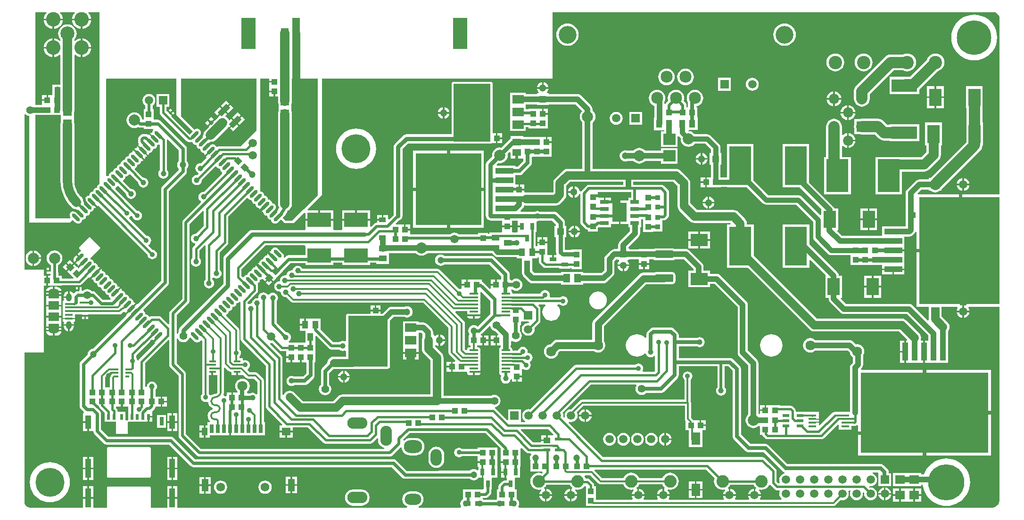
<source format=gtl>
G04*
G04 #@! TF.GenerationSoftware,Altium Limited,Altium Designer,19.1.8 (144)*
G04*
G04 Layer_Physical_Order=1*
G04 Layer_Color=255*
%FSLAX25Y25*%
%MOIN*%
G70*
G01*
G75*
%ADD12C,0.00984*%
%ADD17C,0.01181*%
%ADD23C,0.05906*%
%ADD54R,0.05512X0.14646*%
%ADD55R,0.05512X0.22047*%
%ADD56R,0.10236X0.22047*%
G04:AMPARAMS|DCode=57|XSize=14.17mil|YSize=9.84mil|CornerRadius=0mil|HoleSize=0mil|Usage=FLASHONLY|Rotation=225.000|XOffset=0mil|YOffset=0mil|HoleType=Round|Shape=Rectangle|*
%AMROTATEDRECTD57*
4,1,4,0.00153,0.00849,0.00849,0.00153,-0.00153,-0.00849,-0.00849,-0.00153,0.00153,0.00849,0.0*
%
%ADD57ROTATEDRECTD57*%

%ADD67R,0.01417X0.00984*%
%ADD68R,0.00984X0.01417*%
G04:AMPARAMS|DCode=70|XSize=26.2mil|YSize=26.48mil|CornerRadius=0mil|HoleSize=0mil|Usage=FLASHONLY|Rotation=315.000|XOffset=0mil|YOffset=0mil|HoleType=Round|Shape=Rectangle|*
%AMROTATEDRECTD70*
4,1,4,-0.01862,-0.00010,0.00010,0.01862,0.01862,0.00010,-0.00010,-0.01862,-0.01862,-0.00010,0.0*
%
%ADD70ROTATEDRECTD70*%

G04:AMPARAMS|DCode=71|XSize=41.34mil|YSize=86.61mil|CornerRadius=0mil|HoleSize=0mil|Usage=FLASHONLY|Rotation=135.000|XOffset=0mil|YOffset=0mil|HoleType=Round|Shape=Rectangle|*
%AMROTATEDRECTD71*
4,1,4,0.04524,0.01601,-0.01601,-0.04524,-0.04524,-0.01601,0.01601,0.04524,0.04524,0.01601,0.0*
%
%ADD71ROTATEDRECTD71*%

G04:AMPARAMS|DCode=72|XSize=39.37mil|YSize=41.34mil|CornerRadius=0mil|HoleSize=0mil|Usage=FLASHONLY|Rotation=135.000|XOffset=0mil|YOffset=0mil|HoleType=Round|Shape=Rectangle|*
%AMROTATEDRECTD72*
4,1,4,0.02854,0.00070,-0.00070,-0.02854,-0.02854,-0.00070,0.00070,0.02854,0.02854,0.00070,0.0*
%
%ADD72ROTATEDRECTD72*%

%ADD73R,0.03961X0.03773*%
%ADD116C,0.07284*%
%ADD117R,0.07284X0.07284*%
%ADD119C,0.01378*%
%ADD120C,0.01968*%
%ADD121C,0.02362*%
%ADD122C,0.06684*%
%ADD123C,0.02756*%
%ADD124R,0.05807X0.01496*%
%ADD125R,0.03740X0.03543*%
%ADD126R,0.03543X0.03740*%
%ADD127R,0.03937X0.04331*%
%ADD128R,0.05118X0.05906*%
%ADD129R,0.05906X0.05118*%
%ADD130R,0.04331X0.03937*%
%ADD131R,0.07087X0.06299*%
G04:AMPARAMS|DCode=132|XSize=39.37mil|YSize=43.31mil|CornerRadius=0mil|HoleSize=0mil|Usage=FLASHONLY|Rotation=225.000|XOffset=0mil|YOffset=0mil|HoleType=Round|Shape=Rectangle|*
%AMROTATEDRECTD132*
4,1,4,-0.00139,0.02923,0.02923,-0.00139,0.00139,-0.02923,-0.02923,0.00139,-0.00139,0.02923,0.0*
%
%ADD132ROTATEDRECTD132*%

G04:AMPARAMS|DCode=133|XSize=39.37mil|YSize=43.31mil|CornerRadius=0mil|HoleSize=0mil|Usage=FLASHONLY|Rotation=315.000|XOffset=0mil|YOffset=0mil|HoleType=Round|Shape=Rectangle|*
%AMROTATEDRECTD133*
4,1,4,-0.02923,-0.00139,0.00139,0.02923,0.02923,0.00139,-0.00139,-0.02923,-0.02923,-0.00139,0.0*
%
%ADD133ROTATEDRECTD133*%

G04:AMPARAMS|DCode=134|XSize=61.81mil|YSize=12.6mil|CornerRadius=1.58mil|HoleSize=0mil|Usage=FLASHONLY|Rotation=0.000|XOffset=0mil|YOffset=0mil|HoleType=Round|Shape=RoundedRectangle|*
%AMROUNDEDRECTD134*
21,1,0.06181,0.00945,0,0,0.0*
21,1,0.05866,0.01260,0,0,0.0*
1,1,0.00315,0.02933,-0.00472*
1,1,0.00315,-0.02933,-0.00472*
1,1,0.00315,-0.02933,0.00472*
1,1,0.00315,0.02933,0.00472*
%
%ADD134ROUNDEDRECTD134*%
%ADD135R,0.04803X0.03583*%
%ADD136R,0.04900X0.01400*%
%ADD137R,0.06299X0.08583*%
G04:AMPARAMS|DCode=138|XSize=70.87mil|YSize=23.62mil|CornerRadius=0mil|HoleSize=0mil|Usage=FLASHONLY|Rotation=45.000|XOffset=0mil|YOffset=0mil|HoleType=Round|Shape=Round|*
%AMOVALD138*
21,1,0.04724,0.02362,0.00000,0.00000,45.0*
1,1,0.02362,-0.01670,-0.01670*
1,1,0.02362,0.01670,0.01670*
%
%ADD138OVALD138*%

G04:AMPARAMS|DCode=139|XSize=70.87mil|YSize=23.62mil|CornerRadius=0mil|HoleSize=0mil|Usage=FLASHONLY|Rotation=135.000|XOffset=0mil|YOffset=0mil|HoleType=Round|Shape=Round|*
%AMOVALD139*
21,1,0.04724,0.02362,0.00000,0.00000,135.0*
1,1,0.02362,0.01670,-0.01670*
1,1,0.02362,-0.01670,0.01670*
%
%ADD139OVALD139*%

%ADD140R,0.05315X0.01378*%
%ADD141R,0.07480X0.05906*%
%ADD142R,0.07480X0.04724*%
%ADD143R,0.07900X0.15000*%
%ADD144R,0.07900X0.05900*%
%ADD145R,0.15748X0.27559*%
G04:AMPARAMS|DCode=146|XSize=52.76mil|YSize=129.53mil|CornerRadius=6.59mil|HoleSize=0mil|Usage=FLASHONLY|Rotation=90.000|XOffset=0mil|YOffset=0mil|HoleType=Round|Shape=RoundedRectangle|*
%AMROUNDEDRECTD146*
21,1,0.05276,0.11634,0,0,90.0*
21,1,0.03957,0.12953,0,0,90.0*
1,1,0.01319,0.05817,0.01978*
1,1,0.01319,0.05817,-0.01978*
1,1,0.01319,-0.05817,-0.01978*
1,1,0.01319,-0.05817,0.01978*
%
%ADD146ROUNDEDRECTD146*%
%ADD147R,0.04724X0.02165*%
%ADD148R,0.04488X0.05787*%
%ADD149R,0.05787X0.04488*%
%ADD150R,0.06299X0.05512*%
%ADD151R,0.04724X0.08661*%
%ADD152R,0.03937X0.05512*%
%ADD153R,0.02756X0.06299*%
%ADD154R,0.03937X0.09449*%
%ADD155R,0.03937X0.13386*%
%ADD156R,0.03150X0.05906*%
%ADD157R,0.02165X0.03937*%
%ADD158C,0.07874*%
%ADD159R,0.02559X0.04921*%
%ADD160R,0.03937X0.05512*%
%ADD161C,0.05906*%
%ADD162C,0.07087*%
%ADD163R,0.03150X0.01378*%
%ADD164R,0.05512X0.03937*%
%ADD165R,0.04921X0.02559*%
%ADD166R,0.12402X0.08661*%
%ADD167R,0.08661X0.07874*%
%ADD168R,0.39764X0.40000*%
%ADD169R,0.12598X0.04000*%
%ADD170R,0.05118X0.03898*%
%ADD171R,0.05118X0.02323*%
%ADD172R,0.04000X0.12598*%
%ADD173R,0.40000X0.39764*%
%ADD174R,0.08661X0.12402*%
%ADD175R,0.15748X0.23228*%
%ADD176R,0.08661X0.12992*%
%ADD177R,0.18110X0.09055*%
%ADD178R,0.16535X0.10236*%
%ADD179R,0.09894X0.13394*%
%ADD180R,0.06004X0.02756*%
%ADD181C,0.01496*%
%ADD182C,0.01500*%
%ADD183C,0.01575*%
%ADD184C,0.03150*%
%ADD185C,0.01260*%
%ADD186C,0.03937*%
%ADD187C,0.07874*%
%ADD188C,0.06681*%
%ADD189C,0.03543*%
%ADD190C,0.04921*%
%ADD191C,0.05512*%
%ADD192C,0.07087*%
%ADD193C,0.04331*%
%ADD194R,0.05118X0.05118*%
%ADD195C,0.05118*%
%ADD196R,0.05906X0.05906*%
%ADD197O,0.03937X0.05709*%
%ADD198O,0.07480X0.03740*%
%ADD199C,0.12598*%
%ADD200C,0.08500*%
%ADD201C,0.08858*%
%ADD202C,0.07028*%
%ADD203C,0.06201*%
%ADD204C,0.20472*%
%ADD205C,0.24410*%
%ADD206R,0.05118X0.05118*%
%ADD207C,0.10236*%
%ADD208C,0.09937*%
%ADD209R,0.05906X0.05906*%
%ADD210C,0.03937*%
%ADD211O,0.14173X0.08268*%
%ADD212O,0.08268X0.14173*%
%ADD213O,0.07874X0.11811*%
%ADD214O,0.12992X0.09055*%
%ADD215O,0.11811X0.07874*%
%ADD216C,0.25591*%
%ADD217C,0.09449*%
%ADD218C,0.05512*%
%ADD219C,0.03543*%
%ADD220C,0.04724*%
G36*
X17199Y352658D02*
X17367Y352187D01*
X17331Y352157D01*
X16495Y351138D01*
X15873Y349975D01*
X15491Y348714D01*
X15419Y347992D01*
X28754D01*
X28683Y348714D01*
X28300Y349975D01*
X27678Y351138D01*
X26842Y352157D01*
X26806Y352187D01*
X26974Y352658D01*
X37199Y352658D01*
X37367Y352187D01*
X37331Y352157D01*
X36495Y351138D01*
X35873Y349975D01*
X35491Y348714D01*
X35419Y347992D01*
X48754D01*
X48683Y348714D01*
X48300Y349975D01*
X47679Y351138D01*
X46842Y352157D01*
X46806Y352187D01*
X46975Y352658D01*
X54626D01*
X54626Y230822D01*
X54502Y230771D01*
X53927Y230329D01*
X53485Y229754D01*
X53207Y229083D01*
X53177Y228855D01*
X53109Y228363D01*
X52617Y228295D01*
X52389Y228265D01*
X51718Y227987D01*
X51143Y227545D01*
X50701Y226970D01*
X50423Y226299D01*
X50329Y225580D01*
X50324Y225576D01*
X49605Y225481D01*
X48935Y225203D01*
X48359Y224762D01*
X47917Y224186D01*
X47640Y223515D01*
X47609Y223287D01*
X47541Y222796D01*
X47049Y222727D01*
X46821Y222697D01*
X46151Y222419D01*
X45575Y221978D01*
X45133Y221402D01*
X44856Y220731D01*
X44761Y220012D01*
X44757Y220008D01*
X44037Y219913D01*
X43613Y219738D01*
X42997Y219919D01*
X42422Y221307D01*
X42232Y221766D01*
X42232Y221766D01*
X41644Y221870D01*
X41543Y221972D01*
X40443Y223227D01*
X39238Y225030D01*
X38279Y226975D01*
X37582Y229028D01*
X37159Y231154D01*
X37027Y233176D01*
X37046Y233318D01*
Y235236D01*
X37046Y273130D01*
X36877Y274413D01*
X36614Y275047D01*
Y277460D01*
Y280858D01*
X36877Y281492D01*
X37046Y282776D01*
Y322233D01*
X37546Y322470D01*
X38350Y321810D01*
X39513Y321188D01*
X40775Y320806D01*
X41496Y320735D01*
Y327402D01*
Y334069D01*
X40775Y333998D01*
X39513Y333615D01*
X38350Y332993D01*
X37546Y332333D01*
X37046Y332570D01*
Y333130D01*
X37554Y333749D01*
X38161Y334885D01*
X38535Y336119D01*
X38662Y337402D01*
X38535Y338684D01*
X38161Y339918D01*
X37554Y341054D01*
X36736Y342051D01*
X35739Y342868D01*
X34603Y343476D01*
X33369Y343850D01*
X32087Y343976D01*
X30804Y343850D01*
X29570Y343476D01*
X28434Y342868D01*
X27437Y342051D01*
X26620Y341054D01*
X26012Y339918D01*
X25638Y338684D01*
X25512Y337402D01*
X25638Y336119D01*
X26012Y334885D01*
X26620Y333749D01*
X27128Y333130D01*
Y332570D01*
X26628Y332333D01*
X25823Y332993D01*
X24660Y333615D01*
X23399Y333998D01*
X22677Y334069D01*
Y327402D01*
Y320735D01*
X23399Y320806D01*
X24660Y321188D01*
X25823Y321810D01*
X26628Y322470D01*
X27128Y322234D01*
Y301197D01*
X25853D01*
X24996Y301310D01*
X24139Y301197D01*
X21441D01*
Y297878D01*
X21422Y297736D01*
X21434Y297646D01*
Y293898D01*
X18504D01*
Y290354D01*
X17913D01*
Y289764D01*
X14173D01*
Y286940D01*
X9547D01*
X9547Y352658D01*
X17199D01*
D02*
G37*
G36*
X687963Y352480D02*
X688805Y352132D01*
X689563Y351625D01*
X690207Y350981D01*
X690713Y350223D01*
X691062Y349381D01*
X691184Y348767D01*
X691240Y348034D01*
Y348032D01*
X691240Y348032D01*
X691240Y348032D01*
X691240Y223425D01*
X664665Y223425D01*
X664665Y221457D01*
Y221457D01*
X690945Y221457D01*
D01*
X691240D01*
X691240Y145768D01*
X667913D01*
Y145343D01*
X667126Y144816D01*
X666536Y145061D01*
X665945Y145139D01*
Y141240D01*
X669843D01*
X669765Y141832D01*
X669309Y142933D01*
X669186Y143093D01*
X669535Y143799D01*
X691240Y143799D01*
X691240Y6732D01*
X691169Y6211D01*
X690842Y5210D01*
X690342Y4284D01*
X689685Y3461D01*
X688891Y2770D01*
X687988Y2230D01*
X687002Y1861D01*
X686209Y1717D01*
X685440Y1673D01*
X351309D01*
X350920Y2461D01*
X350984Y2543D01*
X351360Y3453D01*
X351489Y4429D01*
X351360Y5406D01*
X350984Y6315D01*
X350384Y7097D01*
X349803Y7542D01*
Y14567D01*
X348327D01*
Y22539D01*
X349033Y22736D01*
X352106D01*
Y30413D01*
X352559D01*
Y37106D01*
X352559D01*
Y43709D01*
X353346Y44035D01*
X356506Y40876D01*
X357287Y40354D01*
X358209Y40170D01*
X359562D01*
X359950Y39383D01*
X359652Y38993D01*
X359255Y38036D01*
X359120Y37008D01*
X359255Y35980D01*
X359604Y35138D01*
X359449Y34350D01*
X359449D01*
Y27264D01*
X367809D01*
X368110Y26536D01*
X367555Y25981D01*
X366531Y26291D01*
X365354Y26407D01*
X364177Y26291D01*
X363046Y25948D01*
X362003Y25390D01*
X361088Y24640D01*
X360338Y23726D01*
X359781Y22683D01*
X359437Y21551D01*
X359321Y20374D01*
X359437Y19197D01*
X359781Y18065D01*
X360338Y17022D01*
X361088Y16108D01*
X362003Y15358D01*
X363046Y14800D01*
X364177Y14457D01*
X365354Y14341D01*
X366531Y14457D01*
X366745Y14522D01*
X367111Y13810D01*
X367046Y13761D01*
X366321Y12815D01*
X365865Y11713D01*
X365787Y11122D01*
X369685D01*
Y15020D01*
X369508Y14997D01*
X369182Y15748D01*
X369620Y16108D01*
X370371Y17022D01*
X370875Y17966D01*
X387393D01*
X387897Y17022D01*
X388647Y16108D01*
X389086Y15748D01*
X388760Y14997D01*
X388583Y15020D01*
Y11122D01*
X392481D01*
X392403Y11713D01*
X391947Y12815D01*
X391221Y13761D01*
X391157Y13810D01*
X391523Y14522D01*
X391736Y14457D01*
X392913Y14341D01*
X394090Y14457D01*
X395222Y14800D01*
X396265Y15358D01*
X397179Y16108D01*
X397835Y16907D01*
X398250Y16850D01*
X398622Y16649D01*
Y9547D01*
Y2854D01*
X403527D01*
X403740Y2812D01*
X573602Y2812D01*
X574447Y2980D01*
X575164Y3459D01*
X578743Y7038D01*
X578818Y7006D01*
X580000Y6851D01*
X581182Y7006D01*
X582283Y7463D01*
X583229Y8188D01*
X583955Y9134D01*
X584411Y10235D01*
X584567Y11417D01*
X584411Y12599D01*
X584145Y13241D01*
X584616Y13967D01*
X585384D01*
X585855Y13241D01*
X585589Y12599D01*
X585433Y11417D01*
X585589Y10235D01*
X586045Y9134D01*
X586771Y8188D01*
X587717Y7463D01*
X588818Y7006D01*
X590000Y6851D01*
X591182Y7006D01*
X592283Y7463D01*
X593229Y8188D01*
X593955Y9134D01*
X594411Y10235D01*
X594567Y11417D01*
X594470Y12152D01*
X595212Y12548D01*
X595544Y12256D01*
X595433Y11417D01*
X595589Y10235D01*
X596045Y9134D01*
X596771Y8188D01*
X597717Y7463D01*
X598818Y7006D01*
X600000Y6851D01*
X601182Y7006D01*
X602283Y7463D01*
X603229Y8188D01*
X603955Y9134D01*
X604411Y10235D01*
X604567Y11417D01*
X604411Y12599D01*
X603955Y13701D01*
X603229Y14646D01*
X602283Y15372D01*
X601182Y15828D01*
X600000Y15984D01*
X599162Y15874D01*
X598869Y16205D01*
X599265Y16948D01*
X600000Y16851D01*
X601182Y17006D01*
X602283Y17462D01*
X603229Y18188D01*
X603955Y19134D01*
X604411Y20235D01*
X604567Y21417D01*
X604411Y22599D01*
X603955Y23701D01*
X603229Y24646D01*
X602283Y25372D01*
X601342Y25762D01*
X601499Y26549D01*
X605031D01*
X605473Y25945D01*
Y16890D01*
X614528D01*
Y25945D01*
X612821D01*
Y26772D01*
X612719Y27542D01*
X612422Y28261D01*
X611948Y28878D01*
X609193Y31633D01*
X608576Y32107D01*
X607857Y32404D01*
X607087Y32506D01*
X541194D01*
X527795Y45905D01*
X527178Y46378D01*
X526460Y46676D01*
X525689Y46777D01*
X515112D01*
X508293Y53596D01*
Y100000D01*
X508192Y100771D01*
X507894Y101489D01*
X507421Y102106D01*
X507421Y102106D01*
X502697Y106830D01*
X502080Y107304D01*
X501361Y107601D01*
X500591Y107703D01*
X464297D01*
Y115919D01*
X477195D01*
X477347Y115803D01*
X478209Y115446D01*
X479134Y115324D01*
X480059Y115446D01*
X480921Y115803D01*
X481661Y116370D01*
X482229Y117111D01*
X482586Y117973D01*
X482708Y118898D01*
X482586Y119823D01*
X482229Y120685D01*
X481661Y121425D01*
X480921Y121993D01*
X480059Y122350D01*
X479134Y122471D01*
X478209Y122350D01*
X477347Y121993D01*
X477195Y121876D01*
X464297D01*
Y123819D01*
X464196Y124590D01*
X463898Y125308D01*
X463425Y125925D01*
X460866Y128484D01*
X460249Y128957D01*
X459531Y129255D01*
X458760Y129356D01*
X446457D01*
X445686Y129255D01*
X444968Y128957D01*
X444351Y128484D01*
X444351Y128484D01*
X442382Y126515D01*
X441909Y125899D01*
X441611Y125180D01*
X441510Y124409D01*
Y122163D01*
X440723Y121881D01*
X440437Y122229D01*
X439238Y123213D01*
X437870Y123944D01*
X436386Y124394D01*
X434842Y124546D01*
X433299Y124394D01*
X431815Y123944D01*
X430447Y123213D01*
X429248Y122229D01*
X428264Y121030D01*
X427533Y119662D01*
X427082Y118177D01*
X426930Y116634D01*
X427082Y115090D01*
X427533Y113606D01*
X428264Y112238D01*
X429248Y111039D01*
X430447Y110055D01*
X431815Y109324D01*
X433299Y108874D01*
X434842Y108722D01*
X436386Y108874D01*
X437870Y109324D01*
X439238Y110055D01*
X440243Y110880D01*
X440514Y110882D01*
X440885Y110788D01*
X441135Y110648D01*
X441393Y110024D01*
X441961Y109284D01*
X442701Y108716D01*
X443563Y108359D01*
X444488Y108237D01*
X445413Y108359D01*
X446275Y108716D01*
X446804Y109122D01*
X447492Y108864D01*
X447591Y108777D01*
Y98635D01*
X446936Y97979D01*
X439185D01*
X438863Y98518D01*
X438775Y98767D01*
X439087Y99520D01*
X439202Y100394D01*
X439087Y101267D01*
X438750Y102081D01*
X438213Y102780D01*
X437514Y103317D01*
X436700Y103654D01*
X435827Y103769D01*
X434953Y103654D01*
X434139Y103317D01*
X433468Y102802D01*
X391653D01*
X390732Y102619D01*
X389950Y102097D01*
X359127Y71274D01*
X358189Y71397D01*
X357007Y71242D01*
X355906Y70785D01*
X354960Y70060D01*
X354234Y69114D01*
X353778Y68013D01*
X353622Y66831D01*
X353778Y65649D01*
X354234Y64547D01*
X354960Y63602D01*
X355822Y62940D01*
X355812Y62654D01*
X355600Y62153D01*
X353442D01*
X352716Y62303D01*
Y71358D01*
X343661D01*
Y63923D01*
X342934Y63622D01*
X334676Y71880D01*
X334289Y72139D01*
X334480Y72958D01*
X335137Y73045D01*
X336190Y73481D01*
X337095Y74175D01*
X337789Y75080D01*
X338225Y76133D01*
X338374Y77264D01*
X338225Y78394D01*
X337789Y79448D01*
X337095Y80352D01*
X336190Y81047D01*
X335137Y81483D01*
X334006Y81632D01*
X332875Y81483D01*
X331822Y81047D01*
X331550Y80838D01*
X297972D01*
Y107874D01*
X297816Y109056D01*
X297360Y110157D01*
X296635Y111103D01*
X296635Y111103D01*
X291950Y115788D01*
X292023Y116543D01*
X292705Y116864D01*
X293092Y116566D01*
X294098Y116150D01*
X294587Y116085D01*
Y120177D01*
Y124269D01*
X294098Y124205D01*
X293092Y123788D01*
X292229Y123126D01*
X292224Y123120D01*
X291437Y123387D01*
Y124311D01*
X290680D01*
Y125886D01*
X290680Y125886D01*
X290558Y126811D01*
X290201Y127673D01*
X289633Y128413D01*
X286340Y131706D01*
X285600Y132274D01*
X284738Y132631D01*
X283813Y132753D01*
X280424D01*
Y133704D01*
X269375D01*
Y124654D01*
Y115654D01*
Y111769D01*
X274900D01*
X280424D01*
Y115654D01*
Y124654D01*
Y125605D01*
X282333D01*
X282936Y125002D01*
X283169Y124311D01*
X283169D01*
Y122028D01*
X282892Y121359D01*
X282736Y120177D01*
Y113976D01*
X282892Y112794D01*
X283348Y111693D01*
X284074Y110747D01*
X288839Y105982D01*
Y81830D01*
X226772D01*
X225590Y81675D01*
X224488Y81219D01*
X223543Y80493D01*
X220057Y77008D01*
X198644D01*
X192501Y83150D01*
X191555Y83876D01*
X190454Y84332D01*
X189272Y84488D01*
X188090Y84332D01*
X186988Y83876D01*
X186043Y83150D01*
X185317Y82205D01*
X184987Y81409D01*
X184200Y81565D01*
Y107677D01*
X184017Y108599D01*
X183494Y109380D01*
X175297Y117577D01*
X175665Y118323D01*
X176083Y118268D01*
X176760Y118357D01*
X181958Y113159D01*
X182740Y112637D01*
X183661Y112454D01*
X186909D01*
Y111122D01*
Y108760D01*
X190453D01*
Y108169D01*
X191043D01*
Y104429D01*
X196555D01*
Y108169D01*
X197736D01*
Y104429D01*
X200689D01*
X200959Y103753D01*
Y96706D01*
X198668Y94415D01*
X192490D01*
X192338Y94532D01*
X191476Y94889D01*
X190551Y95011D01*
X189626Y94889D01*
X188764Y94532D01*
X188024Y93964D01*
X187456Y93224D01*
X187099Y92362D01*
X186977Y91437D01*
X187099Y90512D01*
X187456Y89650D01*
X188024Y88910D01*
X188764Y88342D01*
X189626Y87985D01*
X190551Y87863D01*
X191476Y87985D01*
X192338Y88342D01*
X192490Y88459D01*
X199902D01*
X200672Y88560D01*
X201391Y88858D01*
X202008Y89331D01*
X206043Y93366D01*
X206516Y93983D01*
X206814Y94702D01*
X206915Y95472D01*
Y104429D01*
X207382D01*
Y111122D01*
Y118602D01*
X207382D01*
Y123077D01*
X208109Y123378D01*
X217073Y114415D01*
X217607Y114005D01*
X218230Y113747D01*
X218898Y113659D01*
X224217D01*
X224886Y113145D01*
X225748Y112788D01*
X226673Y112666D01*
X227598Y112788D01*
X228217Y113044D01*
X229004Y112660D01*
Y108600D01*
X220276D01*
X219145Y108451D01*
X218092Y108015D01*
X217187Y107321D01*
X216493Y106416D01*
X216056Y105363D01*
X215908Y104232D01*
X215926Y104094D01*
X212166Y100334D01*
X211692Y99717D01*
X211395Y98999D01*
X211293Y98228D01*
Y88803D01*
X211183Y88719D01*
X210489Y87814D01*
X210052Y86760D01*
X209904Y85630D01*
X210052Y84499D01*
X210489Y83446D01*
X211183Y82541D01*
X212088Y81847D01*
X213141Y81411D01*
X214272Y81262D01*
X215402Y81411D01*
X216456Y81847D01*
X217360Y82541D01*
X218055Y83446D01*
X218491Y84499D01*
X218640Y85630D01*
X218491Y86760D01*
X218055Y87814D01*
X217360Y88719D01*
X217250Y88803D01*
Y96995D01*
X220138Y99882D01*
X220276Y99864D01*
X233366D01*
X234163Y99969D01*
X258563D01*
X259177Y100091D01*
X259698Y100440D01*
X260046Y100960D01*
X260168Y101575D01*
X260168Y134248D01*
X262701Y136781D01*
X270584D01*
X271216Y136519D01*
X272244Y136383D01*
X273272Y136519D01*
X274230Y136915D01*
X275052Y137546D01*
X275683Y138369D01*
X276080Y139327D01*
X276215Y140354D01*
X276080Y141382D01*
X275683Y142340D01*
X275052Y143162D01*
X274230Y143793D01*
X273272Y144190D01*
X272244Y144325D01*
X271216Y144190D01*
X270584Y143928D01*
X261220D01*
X260295Y143806D01*
X259433Y143449D01*
X258693Y142881D01*
X254819Y139007D01*
X253543D01*
Y140551D01*
X250000D01*
X246457D01*
Y139007D01*
X230610D01*
X229995Y138885D01*
X229475Y138537D01*
X229127Y138016D01*
X229004Y137402D01*
Y119820D01*
X228217Y119436D01*
X227598Y119692D01*
X226673Y119814D01*
X225748Y119692D01*
X224886Y119335D01*
X224217Y118821D01*
X219967D01*
X211122Y127666D01*
Y135531D01*
X204429D01*
X203839Y135531D01*
X203248Y135531D01*
X200689D01*
Y131201D01*
X200098D01*
Y130610D01*
X196555D01*
Y126870D01*
X199508D01*
X200295Y126870D01*
X200295Y126083D01*
Y118602D01*
X188706D01*
X188488Y119390D01*
X189043Y119815D01*
X189611Y120556D01*
X189968Y121417D01*
X190090Y122343D01*
X189968Y123267D01*
X189611Y124129D01*
X189043Y124870D01*
X188303Y125438D01*
X187441Y125795D01*
X186604Y125905D01*
X179943Y132565D01*
Y147839D01*
X180457Y148508D01*
X180814Y149370D01*
X180936Y150295D01*
X180814Y151220D01*
X180457Y152082D01*
X179889Y152822D01*
X179149Y153390D01*
X178287Y153747D01*
X177362Y153869D01*
X176437Y153747D01*
X175575Y153390D01*
X174835Y152822D01*
X174574Y152481D01*
X174261Y152441D01*
X173637Y152543D01*
X173196Y153118D01*
X172456Y153686D01*
X171594Y154043D01*
X170669Y154164D01*
X169744Y154043D01*
X168882Y153686D01*
X168142Y153118D01*
X167574Y152377D01*
X167217Y151515D01*
X167095Y150591D01*
X166379Y149999D01*
X166142Y150031D01*
X165217Y149909D01*
X164355Y149552D01*
X163615Y148984D01*
X163047Y148244D01*
X162690Y147382D01*
X162568Y146457D01*
X161825Y146066D01*
X161614Y146094D01*
X160689Y145972D01*
X160184Y145763D01*
X159397Y146213D01*
Y147052D01*
X166164Y153819D01*
X166686Y154601D01*
X166869Y155522D01*
Y158770D01*
X166686Y159691D01*
X166606Y159812D01*
X166901Y160786D01*
X166967Y160814D01*
X167543Y161255D01*
X167984Y161831D01*
X168262Y162501D01*
X168357Y163221D01*
X169081Y163320D01*
X169751Y163598D01*
X169994Y163784D01*
X171638Y162139D01*
X174283Y164784D01*
X174701Y164366D01*
X175118Y164784D01*
X177624Y162278D01*
X179294Y163948D01*
X184583Y169238D01*
X184290Y169532D01*
X189636Y174878D01*
X200295D01*
Y173622D01*
X219980D01*
Y175075D01*
X226279D01*
Y173622D01*
X245965D01*
Y175114D01*
X250551D01*
Y174370D01*
X259488D01*
Y181958D01*
X278351D01*
X278549Y181699D01*
X279701Y180815D01*
X281041Y180260D01*
X282480Y180071D01*
X283919Y180260D01*
X285260Y180815D01*
X286411Y181699D01*
X286610Y181958D01*
X325984Y181958D01*
X332181D01*
X333989Y180150D01*
X334729Y179582D01*
X335591Y179225D01*
X336516Y179103D01*
X349803D01*
Y178347D01*
X352756D01*
X353543Y178347D01*
Y174248D01*
X353513Y174016D01*
Y167913D01*
X353635Y166988D01*
X353992Y166127D01*
X354559Y165386D01*
X358300Y161646D01*
X359040Y161078D01*
X359902Y160721D01*
X360827Y160599D01*
X381102D01*
Y159646D01*
X396850D01*
Y160599D01*
X411221D01*
X412146Y160721D01*
X413007Y161078D01*
X413748Y161646D01*
X417881Y165780D01*
X417881Y165780D01*
X418449Y166520D01*
X418807Y167382D01*
X418928Y168307D01*
X418928Y168307D01*
Y176177D01*
X420276Y177525D01*
X421063Y177380D01*
Y177067D01*
X421987D01*
X422254Y176280D01*
X422249Y176275D01*
X421586Y175412D01*
X421169Y174406D01*
X421105Y173917D01*
X425197D01*
X429289D01*
X429224Y174406D01*
X428808Y175412D01*
X428145Y176275D01*
X428139Y176280D01*
X428407Y177067D01*
X429331D01*
Y177529D01*
X436221D01*
Y174902D01*
X443307D01*
Y177627D01*
X446433D01*
X446509Y177513D01*
X447248Y177019D01*
X448120Y176846D01*
X459754D01*
X460626Y177019D01*
X461365Y177513D01*
X461507Y177725D01*
X467909D01*
X474773Y170862D01*
Y169587D01*
X470965D01*
Y157776D01*
X486516D01*
Y160107D01*
X489661D01*
X505973Y143795D01*
Y111516D01*
X506095Y110591D01*
X506452Y109729D01*
X507020Y108989D01*
X513552Y102457D01*
Y67788D01*
X513195Y67514D01*
X512311Y66362D01*
X511756Y65022D01*
X511567Y63583D01*
X511756Y62144D01*
X512311Y60803D01*
X513195Y59652D01*
X514346Y58768D01*
X515687Y58213D01*
X517126Y58023D01*
X518565Y58213D01*
X519906Y58768D01*
X521057Y59652D01*
X521063Y59659D01*
X521850Y59392D01*
Y53347D01*
X523457D01*
X523562Y52819D01*
X524084Y52037D01*
X525266Y50856D01*
X526047Y50334D01*
X526968Y50151D01*
X565256D01*
X566178Y50334D01*
X566959Y50856D01*
X576735Y60632D01*
X577463Y60331D01*
Y56890D01*
X586419D01*
Y59501D01*
X588484D01*
X589406Y59684D01*
X590187Y60206D01*
X590256Y60275D01*
X591043Y59949D01*
Y55512D01*
X593012Y55512D01*
X593012Y97146D01*
X636909D01*
Y97147D01*
Y99114D01*
X593471Y99114D01*
X593145Y99902D01*
X593570Y100327D01*
X594138Y101067D01*
X594495Y101929D01*
X594617Y102854D01*
Y109500D01*
X594799Y109737D01*
X595312Y110975D01*
X595487Y112303D01*
X595312Y113631D01*
X594799Y114869D01*
X593984Y115932D01*
X592921Y116748D01*
X591683Y117261D01*
X590354Y117436D01*
X589546Y117329D01*
X587714Y119161D01*
X586974Y119729D01*
X586112Y120086D01*
X585187Y120208D01*
X560955D01*
X560913Y120263D01*
X559850Y121079D01*
X558612Y121591D01*
X557283Y121766D01*
X555955Y121591D01*
X554717Y121079D01*
X553654Y120263D01*
X552839Y119200D01*
X552326Y117962D01*
X552151Y116634D01*
X552326Y115305D01*
X552839Y114068D01*
X553654Y113005D01*
X554717Y112189D01*
X555955Y111676D01*
X557283Y111501D01*
X558612Y111676D01*
X559850Y112189D01*
X560913Y113005D01*
X560955Y113060D01*
X583707D01*
X585337Y111430D01*
X585397Y110975D01*
X585910Y109737D01*
X586725Y108674D01*
X587469Y108103D01*
Y104335D01*
X586449Y103314D01*
X585881Y102574D01*
X585524Y101712D01*
X585402Y100787D01*
Y69488D01*
X577463D01*
Y69436D01*
X574606D01*
X573685Y69253D01*
X572903Y68731D01*
X564073Y59900D01*
X563285Y60226D01*
Y61811D01*
X558807D01*
Y62500D01*
X563285D01*
Y63878D01*
X558807D01*
Y64567D01*
X563285D01*
Y64567D01*
Y69488D01*
X558569D01*
Y69496D01*
X558528Y69488D01*
X554329D01*
X554134Y69587D01*
Y69587D01*
X547055D01*
Y70276D01*
X546875Y71183D01*
X546361Y71952D01*
X545180Y73133D01*
X544411Y73647D01*
X543504Y73827D01*
X536024D01*
Y74213D01*
X526181D01*
Y70669D01*
X525591D01*
Y70079D01*
X521850D01*
Y68289D01*
X521063Y67889D01*
X520700Y68155D01*
Y103937D01*
X520578Y104862D01*
X520221Y105724D01*
X519653Y106464D01*
X513121Y112996D01*
Y145276D01*
X512999Y146201D01*
X512642Y147063D01*
X512074Y147803D01*
X493669Y166208D01*
X492929Y166776D01*
X492067Y167133D01*
X491142Y167255D01*
X486516D01*
Y169587D01*
X481920D01*
Y172343D01*
X481799Y173267D01*
X481441Y174129D01*
X480874Y174870D01*
X471917Y183826D01*
X471177Y184394D01*
X470315Y184751D01*
X469390Y184873D01*
X461093D01*
X460626Y185185D01*
X459754Y185359D01*
X448120D01*
X447248Y185185D01*
X446634Y184775D01*
X438976D01*
X438744Y184744D01*
X436221D01*
Y184676D01*
X429331D01*
Y185335D01*
X428682D01*
X428676Y186122D01*
X435893Y193339D01*
X436461Y194079D01*
X436818Y194941D01*
X436940Y195866D01*
Y200374D01*
X437793D01*
Y205815D01*
X439075D01*
Y203543D01*
Y196850D01*
X446161D01*
Y197244D01*
X452756D01*
Y203150D01*
X452756Y203937D01*
X452756D01*
Y203937D01*
X452756D01*
Y205096D01*
X453642D01*
X454310Y205184D01*
X454932Y205442D01*
X455467Y205852D01*
X456648Y207033D01*
X457058Y207568D01*
X457316Y208190D01*
X457404Y208858D01*
Y214370D01*
Y225000D01*
X457316Y225668D01*
X457058Y226291D01*
X456648Y226825D01*
X453892Y229581D01*
X453358Y229991D01*
X452735Y230249D01*
X452067Y230337D01*
X432216D01*
Y232441D01*
X460510D01*
X463445Y229506D01*
Y215256D01*
X463601Y214074D01*
X464057Y212973D01*
X464783Y212027D01*
X472165Y204645D01*
X473110Y203919D01*
X474212Y203463D01*
X475394Y203307D01*
X500763D01*
X500954Y203051D01*
X500560Y202264D01*
X498425D01*
Y171555D01*
X513227D01*
X557007Y127775D01*
X557953Y127049D01*
X559054Y126593D01*
X560236Y126437D01*
X620057D01*
X625787Y120708D01*
X625486Y119980D01*
X624979D01*
Y112106D01*
Y104232D01*
X637198D01*
Y112106D01*
Y119980D01*
X635872D01*
X635493Y120548D01*
X635475Y120768D01*
X635623Y121896D01*
X635468Y123078D01*
X635011Y124179D01*
X634286Y125125D01*
X625178Y134233D01*
X624232Y134959D01*
X623131Y135415D01*
X621949Y135571D01*
X562128D01*
X517323Y180376D01*
Y202264D01*
X512441D01*
Y203051D01*
X512441Y203051D01*
X512285Y204233D01*
X511829Y205334D01*
X511103Y206280D01*
X511103Y206280D01*
X506280Y211103D01*
X505335Y211829D01*
X504233Y212285D01*
X503051Y212441D01*
X477285D01*
X472578Y217147D01*
Y231398D01*
X472423Y232580D01*
X471967Y233681D01*
X471241Y234627D01*
X465631Y240237D01*
X464685Y240963D01*
X463584Y241419D01*
X462402Y241575D01*
X403279D01*
Y274187D01*
X403833Y274612D01*
X404716Y275764D01*
X405271Y277104D01*
X405461Y278543D01*
X405271Y279982D01*
X404716Y281323D01*
X403833Y282474D01*
X403279Y282899D01*
Y284055D01*
X403157Y284980D01*
X402800Y285842D01*
X402232Y286582D01*
X395342Y293472D01*
X394602Y294040D01*
X393740Y294397D01*
X392815Y294519D01*
X372342D01*
Y295079D01*
X371418D01*
X371151Y295866D01*
X371157Y295871D01*
X371820Y296734D01*
X372236Y297740D01*
X372300Y298228D01*
X368209D01*
X364117D01*
X364181Y297740D01*
X364598Y296734D01*
X365260Y295871D01*
X365266Y295866D01*
X364999Y295079D01*
X364075D01*
Y294541D01*
X356212D01*
Y295515D01*
X345163D01*
Y286465D01*
Y277465D01*
Y268465D01*
X356212D01*
Y271252D01*
X357973D01*
Y270079D01*
X364665D01*
Y270079D01*
X371752D01*
Y276772D01*
Y279921D01*
X368209D01*
Y280512D01*
X367618D01*
Y284252D01*
X365059D01*
Y284252D01*
X357973D01*
Y283832D01*
X356212D01*
Y287393D01*
X364075D01*
Y286811D01*
X372342D01*
Y287371D01*
X391335D01*
X395987Y282719D01*
X395971Y282474D01*
X395087Y281323D01*
X394532Y279982D01*
X394342Y278543D01*
X394532Y277104D01*
X395087Y275764D01*
X395971Y274612D01*
X396131Y274489D01*
Y241575D01*
X385630D01*
X384448Y241419D01*
X383347Y240963D01*
X382401Y240237D01*
X376987Y234824D01*
X376262Y233878D01*
X375805Y232776D01*
X375650Y231594D01*
Y225022D01*
X375471Y224842D01*
X356299D01*
X355710Y224765D01*
X355118Y225284D01*
Y226378D01*
X351575D01*
Y226969D01*
X350984D01*
Y230709D01*
X348864D01*
Y237284D01*
X351876D01*
X352647Y237386D01*
X353365Y237683D01*
X353982Y238156D01*
X359586Y243760D01*
X360059Y244377D01*
X360357Y245095D01*
X360408Y245481D01*
X360458Y245866D01*
X360458Y245866D01*
Y249480D01*
X360630Y250197D01*
X374409D01*
Y256890D01*
Y260039D01*
X370866D01*
Y260630D01*
X370276D01*
Y264370D01*
X361024D01*
Y264370D01*
X354331D01*
Y264764D01*
X345276D01*
Y263119D01*
X344703Y262679D01*
X338749Y256726D01*
X337894Y256839D01*
X336455Y256649D01*
X335114Y256094D01*
X333963Y255211D01*
X333079Y254059D01*
X332524Y252718D01*
X332334Y251279D01*
X332447Y250424D01*
X328856Y246833D01*
X328351Y246175D01*
X328034Y245409D01*
X327926Y244587D01*
Y232087D01*
Y208563D01*
X328034Y207741D01*
X328351Y206975D01*
X328856Y206317D01*
X329250Y205923D01*
X329908Y205418D01*
X330674Y205101D01*
X331496Y204993D01*
X339469D01*
Y203839D01*
Y201476D01*
X346555D01*
Y203839D01*
Y204993D01*
X350453D01*
Y201575D01*
X353307D01*
Y200394D01*
X350453D01*
Y196949D01*
X349866Y196465D01*
X346813D01*
X346555Y197146D01*
X346555D01*
Y200295D01*
X339469D01*
Y197146D01*
X339469D01*
X339466Y197140D01*
X338976Y196555D01*
X330315D01*
Y195593D01*
X329528D01*
Y196161D01*
X322441D01*
Y195298D01*
X308628D01*
X307992Y195785D01*
X306891Y196242D01*
X305709Y196397D01*
X304527Y196242D01*
X303425Y195785D01*
X302790Y195298D01*
X274409D01*
Y198031D01*
X270669D01*
Y198622D01*
X270079D01*
Y202165D01*
X264325D01*
X264023Y202893D01*
X266392Y205261D01*
X266669Y205298D01*
X267435Y205615D01*
X268093Y206120D01*
X268598Y206778D01*
X268915Y207544D01*
X269023Y208366D01*
Y255771D01*
X272969Y259717D01*
X304338D01*
X304602Y259540D01*
X305217Y259418D01*
X331201D01*
X331815Y259540D01*
X332120Y259744D01*
X335039D01*
Y263287D01*
Y266831D01*
X332806D01*
Y301772D01*
X332684Y302386D01*
X332336Y302907D01*
X331815Y303255D01*
X331201Y303377D01*
X305217D01*
X304602Y303255D01*
X304081Y302907D01*
X303733Y302386D01*
X303611Y301772D01*
Y266071D01*
X271654D01*
X270831Y265962D01*
X270065Y265645D01*
X269407Y265140D01*
X263600Y259333D01*
X263095Y258675D01*
X262778Y257909D01*
X262670Y257087D01*
Y208840D01*
X259625Y205795D01*
X258898Y206096D01*
Y209016D01*
X255512D01*
Y205650D01*
X254921D01*
Y205059D01*
X250945D01*
Y203467D01*
X250787D01*
X250119Y203379D01*
X249497Y203121D01*
X248962Y202711D01*
X246692Y200441D01*
X245965Y200742D01*
Y204922D01*
X236122D01*
X226279D01*
Y198819D01*
X225685Y198354D01*
X220575D01*
X219980Y198819D01*
Y204922D01*
X210138D01*
X200295D01*
Y198819D01*
X199701Y198354D01*
X162675D01*
X161852Y198246D01*
X161086Y197928D01*
X160428Y197424D01*
X143226Y180221D01*
X142721Y179563D01*
X142404Y178797D01*
X142296Y177975D01*
Y160076D01*
X111828Y129609D01*
X111324Y128951D01*
X111006Y128184D01*
X110898Y127362D01*
Y126104D01*
X110292Y125314D01*
X110061Y124758D01*
X109274Y124914D01*
Y138104D01*
X117672Y146502D01*
X118082Y147036D01*
X118340Y147659D01*
X118428Y148327D01*
Y202619D01*
X127770Y211961D01*
X128497Y211659D01*
Y201195D01*
X123081Y195779D01*
X122933Y195798D01*
X122008Y195677D01*
X121146Y195319D01*
X120406Y194752D01*
X119838Y194011D01*
X119481Y193149D01*
X119359Y192224D01*
X119481Y191299D01*
X119838Y190437D01*
X120406Y189697D01*
X121146Y189129D01*
X122008Y188772D01*
X122304Y188733D01*
X122586Y187902D01*
X121230Y186546D01*
X120708Y185764D01*
X120525Y184843D01*
Y178504D01*
X120406Y178413D01*
X119838Y177673D01*
X119481Y176811D01*
X119359Y175886D01*
X119481Y174961D01*
X119838Y174099D01*
X120406Y173359D01*
X121146Y172791D01*
X122008Y172434D01*
X122933Y172312D01*
X123858Y172434D01*
X124720Y172791D01*
X125460Y173359D01*
X126028Y174099D01*
X126385Y174961D01*
X126507Y175886D01*
X126385Y176811D01*
X126028Y177673D01*
X125460Y178413D01*
X125342Y178504D01*
Y183845D01*
X128989Y187493D01*
X129777Y187166D01*
Y163248D01*
X129658Y163157D01*
X129090Y162417D01*
X128733Y161555D01*
X128611Y160630D01*
X128733Y159705D01*
X129090Y158843D01*
X129658Y158103D01*
X130398Y157535D01*
X131260Y157178D01*
X132185Y157056D01*
X133110Y157178D01*
X133972Y157535D01*
X134712Y158103D01*
X135280Y158843D01*
X135637Y159705D01*
X135759Y160630D01*
X135637Y161555D01*
X135280Y162417D01*
X134712Y163157D01*
X134593Y163248D01*
Y164291D01*
X135381Y164680D01*
X135713Y164425D01*
X136575Y164068D01*
X137500Y163946D01*
X138425Y164068D01*
X139287Y164425D01*
X140027Y164993D01*
X140595Y165733D01*
X140952Y166595D01*
X141074Y167520D01*
X140952Y168445D01*
X140595Y169307D01*
X140027Y170047D01*
X139909Y170138D01*
Y182565D01*
X145109Y187766D01*
X145631Y188547D01*
X145814Y189469D01*
Y207978D01*
X158892Y221056D01*
X159820Y220871D01*
X159829Y220849D01*
X160271Y220274D01*
X160847Y219832D01*
X161517Y219554D01*
X162241Y219455D01*
X162336Y218736D01*
X162613Y218066D01*
X163055Y217490D01*
X163631Y217048D01*
X164301Y216770D01*
X165021Y216672D01*
X165119Y215952D01*
X165397Y215282D01*
X165839Y214706D01*
X166414Y214264D01*
X167085Y213986D01*
X167809Y213888D01*
X167903Y213168D01*
X168181Y212498D01*
X168260Y212395D01*
X171841Y215975D01*
X172676Y215140D01*
X169095Y211559D01*
X169198Y211480D01*
X169869Y211203D01*
X170589Y211104D01*
X170687Y210384D01*
X170965Y209714D01*
X171407Y209138D01*
X171982Y208696D01*
X172653Y208419D01*
X173376Y208320D01*
X173471Y207600D01*
X173749Y206930D01*
X174190Y206354D01*
X174766Y205912D01*
X175437Y205635D01*
X176160Y205536D01*
X176255Y204817D01*
X176533Y204146D01*
X176974Y203570D01*
X177550Y203129D01*
X178220Y202851D01*
X178940Y202756D01*
X179659Y202851D01*
X180330Y203129D01*
X180905Y203570D01*
X183088Y205753D01*
X185691Y203150D01*
X192027Y203150D01*
X199568Y210691D01*
X200295Y210389D01*
Y206103D01*
X209547D01*
Y212205D01*
X202111D01*
X201810Y212932D01*
X212106Y223229D01*
X212106Y305707D01*
X294587Y305709D01*
X375000Y305705D01*
X375000Y352657D01*
X686614Y352658D01*
X687069Y352658D01*
X687963Y352480D01*
D02*
G37*
G36*
X165748Y278008D02*
Y268996D01*
X154377Y257625D01*
X139536D01*
X138615Y257442D01*
X138101Y257099D01*
X137518Y257250D01*
X137492Y257278D01*
X137362Y257593D01*
X136920Y258168D01*
X136344Y258610D01*
X135674Y258888D01*
X134955Y258982D01*
X134950Y258986D01*
X134856Y259706D01*
X134639Y260229D01*
X134583Y260384D01*
X134859Y260831D01*
X135672Y261173D01*
X136695Y261967D01*
X145307Y270678D01*
X145745Y271256D01*
X146244Y271290D01*
X146265Y271269D01*
X150023Y275028D01*
X147865Y277185D01*
X146613Y275932D01*
X146194Y276352D01*
X146061Y276667D01*
X145267Y277689D01*
X144236Y278471D01*
X143963Y278582D01*
X143551Y278995D01*
X144803Y280247D01*
X142646Y282405D01*
X138888Y278647D01*
X138906Y278628D01*
X138874Y278129D01*
X138256Y277649D01*
X136600Y275974D01*
X136110Y275972D01*
X134055Y273917D01*
X132006Y271868D01*
X132274Y271599D01*
X129644Y268938D01*
X128862Y267907D01*
X128557Y267159D01*
X128019Y266971D01*
X127945Y266982D01*
X127322Y267239D01*
X127094Y267269D01*
X126602Y267338D01*
X126534Y267829D01*
X126504Y268058D01*
X126226Y268728D01*
X125785Y269304D01*
X125209Y269745D01*
X124538Y270023D01*
X123819Y270118D01*
X123100Y270023D01*
X122429Y269745D01*
X121853Y269304D01*
X121830Y269281D01*
X112303Y278808D01*
Y305709D01*
X165748D01*
Y278008D01*
D02*
G37*
G36*
X109055Y305708D02*
X109055Y279785D01*
X120695Y268145D01*
X118578Y266028D01*
X105576Y279031D01*
X105855Y279310D01*
X104393Y280771D01*
X102932Y282233D01*
X102932Y282233D01*
X102212Y282626D01*
Y285630D01*
X104213D01*
Y294685D01*
X95157D01*
Y285630D01*
X97395D01*
Y281398D01*
X97578Y280476D01*
X98100Y279695D01*
X100561Y277234D01*
X116407Y261387D01*
X117189Y260865D01*
X118110Y260682D01*
X119571D01*
X119754Y260718D01*
X120577Y260494D01*
X120713Y260167D01*
X120855Y259824D01*
X121297Y259248D01*
X121872Y258806D01*
X122543Y258529D01*
X123262Y258434D01*
X123266Y258430D01*
X123361Y257710D01*
X123639Y257040D01*
X124081Y256464D01*
X124656Y256023D01*
X125327Y255745D01*
X126047Y255646D01*
X126145Y254926D01*
X126423Y254256D01*
X126865Y253680D01*
X127440Y253239D01*
X128111Y252961D01*
X128830Y252866D01*
X128834Y252862D01*
X128929Y252143D01*
X129207Y251472D01*
X129286Y251369D01*
X132867Y254950D01*
X133702Y254115D01*
X130121Y250534D01*
X130224Y250455D01*
X130246Y250446D01*
X130430Y249517D01*
X126495Y245582D01*
X126091Y245635D01*
X125165Y245513D01*
X124304Y245156D01*
X123563Y244588D01*
X122995Y243848D01*
X122638Y242986D01*
X122517Y242061D01*
X122638Y241136D01*
X122995Y240274D01*
X123563Y239534D01*
X124304Y238966D01*
X124458Y238902D01*
X124611Y238130D01*
X123724Y237243D01*
X123531Y237268D01*
X122606Y237147D01*
X121744Y236790D01*
X121004Y236222D01*
X120436Y235481D01*
X120079Y234619D01*
X119957Y233695D01*
X120079Y232769D01*
X120436Y231908D01*
X121004Y231167D01*
X121744Y230599D01*
X122606Y230242D01*
X123531Y230121D01*
X124456Y230242D01*
X125318Y230599D01*
X126058Y231167D01*
X126626Y231908D01*
X126983Y232769D01*
X127105Y233695D01*
X127092Y233798D01*
X136620Y243327D01*
X137549Y243142D01*
X137558Y243120D01*
X138000Y242545D01*
X138576Y242103D01*
X139246Y241825D01*
X139966Y241727D01*
X140065Y241007D01*
X140342Y240337D01*
X140784Y239761D01*
X141360Y239319D01*
X141381Y239310D01*
X141566Y238381D01*
X128495Y225310D01*
X128347Y225330D01*
X127421Y225208D01*
X126559Y224851D01*
X125819Y224283D01*
X125251Y223543D01*
X124894Y222681D01*
X124773Y221756D01*
X124894Y220831D01*
X125251Y219969D01*
X125819Y219229D01*
X126274Y218880D01*
X126446Y217938D01*
X114021Y205513D01*
X113611Y204978D01*
X113353Y204356D01*
X113265Y203688D01*
Y149396D01*
X104868Y140998D01*
X104458Y140464D01*
X104200Y139841D01*
X104112Y139173D01*
Y132019D01*
X103384Y131718D01*
X98447Y136655D01*
X97666Y137177D01*
X96744Y137360D01*
X91652D01*
X90731Y137177D01*
X90467Y137001D01*
X90394Y136976D01*
X89496Y137286D01*
X89479Y137329D01*
X89037Y137904D01*
X88462Y138346D01*
X87791Y138624D01*
X87071Y138722D01*
X86973Y139442D01*
X86695Y140112D01*
X86253Y140688D01*
X85957Y140915D01*
X85783Y141855D01*
X103048Y159120D01*
X103490Y159695D01*
X103768Y160366D01*
X103862Y161085D01*
Y226014D01*
X115639Y237791D01*
X116081Y238366D01*
X116358Y239037D01*
X116453Y239756D01*
Y241571D01*
X116481Y241593D01*
X117113Y242415D01*
X117509Y243373D01*
X117645Y244400D01*
X117509Y245428D01*
X117113Y246386D01*
X116481Y247208D01*
X116453Y247230D01*
Y256012D01*
X116358Y256731D01*
X116081Y257401D01*
X115639Y257977D01*
X98028Y275588D01*
X97453Y276029D01*
X96782Y276307D01*
X96063Y276402D01*
X93110D01*
Y284055D01*
X92266D01*
Y286431D01*
X92914Y286928D01*
X93640Y287874D01*
X94096Y288976D01*
X94252Y290158D01*
X94096Y291339D01*
X93640Y292441D01*
X92914Y293387D01*
X91968Y294112D01*
X90867Y294568D01*
X89685Y294724D01*
X88503Y294568D01*
X87402Y294112D01*
X86456Y293387D01*
X85730Y292441D01*
X85274Y291339D01*
X85118Y290158D01*
X85274Y288976D01*
X85730Y287874D01*
X86456Y286928D01*
X87104Y286431D01*
Y284055D01*
X86024D01*
Y276402D01*
X84947D01*
X84799Y277521D01*
X84244Y278862D01*
X83360Y280014D01*
X82209Y280897D01*
X80868Y281453D01*
X79429Y281642D01*
X77990Y281453D01*
X76649Y280897D01*
X75498Y280014D01*
X74615Y278862D01*
X74059Y277521D01*
X73870Y276083D01*
X74059Y274644D01*
X74615Y273303D01*
X75498Y272152D01*
X76649Y271268D01*
X77990Y270713D01*
X79429Y270523D01*
X80868Y270713D01*
X82036Y271196D01*
X82662Y270937D01*
X83381Y270842D01*
X86024D01*
Y269882D01*
X92395D01*
X92487Y269777D01*
X92741Y269094D01*
X92459Y268728D01*
X92182Y268058D01*
X92083Y267338D01*
X91363Y267239D01*
X90693Y266962D01*
X90590Y266882D01*
X94171Y263301D01*
X93335Y262466D01*
X89752Y266050D01*
X89728Y266026D01*
X89509Y265925D01*
X88780Y265841D01*
X88668Y265927D01*
X88046Y266185D01*
X87378Y266273D01*
X85721D01*
X85053Y266185D01*
X84430Y265927D01*
X83896Y265517D01*
X82809Y264430D01*
X82399Y263895D01*
X82141Y263273D01*
X82053Y262605D01*
Y260974D01*
X82141Y260306D01*
X82399Y259683D01*
X82514Y259534D01*
X82346Y258636D01*
X82281Y258563D01*
X82238Y258531D01*
X85819Y254950D01*
X89400Y251369D01*
X89479Y251472D01*
X89757Y252143D01*
X89851Y252862D01*
X89856Y252866D01*
X90575Y252961D01*
X91245Y253239D01*
X91821Y253680D01*
X92263Y254256D01*
X92541Y254926D01*
X92639Y255646D01*
X93359Y255745D01*
X94029Y256023D01*
X94605Y256464D01*
X95047Y257040D01*
X95324Y257710D01*
X95419Y258430D01*
X95423Y258434D01*
X96143Y258529D01*
X96813Y258806D01*
X97592Y258411D01*
Y240905D01*
X97473Y240814D01*
X96905Y240074D01*
X96548Y239212D01*
X96426Y238287D01*
X96548Y237362D01*
X96905Y236501D01*
X97473Y235760D01*
X98213Y235192D01*
X99075Y234835D01*
X100000Y234714D01*
X100925Y234835D01*
X101787Y235192D01*
X102527Y235760D01*
X103095Y236501D01*
X103452Y237362D01*
X103574Y238287D01*
X103452Y239212D01*
X103095Y240074D01*
X102527Y240814D01*
X102409Y240905D01*
Y262205D01*
X102402Y262239D01*
X103127Y262627D01*
X110894Y254860D01*
Y247230D01*
X110866Y247208D01*
X110234Y246386D01*
X109838Y245428D01*
X109703Y244400D01*
X109838Y243373D01*
X110234Y242415D01*
X110866Y241593D01*
X110823Y240837D01*
X99117Y229131D01*
X98675Y228555D01*
X98398Y227885D01*
X98303Y227165D01*
Y162237D01*
X81852Y145786D01*
X81176Y145911D01*
X77467Y142202D01*
X73759Y138494D01*
X73884Y137818D01*
X50255Y114189D01*
X49366Y114072D01*
X48408Y113675D01*
X47586Y113044D01*
X46955Y112222D01*
X46558Y111264D01*
X46423Y110236D01*
X46427Y110201D01*
X41538Y105312D01*
X41097Y104736D01*
X40819Y104066D01*
X40724Y103347D01*
Y73721D01*
X40819Y73001D01*
X41097Y72331D01*
X41538Y71755D01*
X43904Y69390D01*
X43577Y68602D01*
X43209D01*
Y62894D01*
X46752D01*
Y62303D01*
X47343D01*
Y56004D01*
X50295D01*
X50440Y55276D01*
X50465Y55088D01*
X50742Y54417D01*
X51184Y53842D01*
X57877Y47149D01*
X58453Y46707D01*
X59123Y46429D01*
X59842Y46334D01*
X103967D01*
X119097Y31204D01*
X119673Y30762D01*
X120343Y30484D01*
X121063Y30390D01*
X261447Y30390D01*
X268901Y22936D01*
X268903Y22934D01*
X268905Y22932D01*
X269189Y22715D01*
X269476Y22494D01*
X269479Y22493D01*
X269481Y22491D01*
X269812Y22355D01*
X270147Y22217D01*
X270150Y22216D01*
X270152Y22215D01*
X270507Y22169D01*
X270866Y22122D01*
X270869Y22122D01*
X270872Y22122D01*
X316565Y22215D01*
X316582Y22192D01*
X317404Y21561D01*
X318362Y21164D01*
X319390Y21029D01*
X320417Y21164D01*
X321375Y21561D01*
X322167Y22168D01*
X322191Y22187D01*
X322198Y22192D01*
X322375Y22385D01*
X322697Y22736D01*
Y22736D01*
X322697Y22736D01*
X324961D01*
Y26772D01*
X326142D01*
Y22633D01*
X326476Y22539D01*
Y15042D01*
X325886Y14567D01*
X325730Y14567D01*
X311713D01*
Y7618D01*
X311033Y7097D01*
X310434Y6315D01*
X310057Y5406D01*
X309928Y4429D01*
X310057Y3453D01*
X310434Y2543D01*
X310497Y2461D01*
X310109Y1673D01*
X280550D01*
X280393Y2461D01*
X281126Y2764D01*
X282277Y3648D01*
X283161Y4799D01*
X283716Y6140D01*
X283906Y7579D01*
X283716Y9018D01*
X283161Y10358D01*
X282277Y11510D01*
X281126Y12393D01*
X279785Y12949D01*
X278346Y13138D01*
X274410D01*
X272971Y12949D01*
X271630Y12393D01*
X270478Y11510D01*
X269595Y10358D01*
X269040Y9018D01*
X268850Y7579D01*
X269040Y6140D01*
X269595Y4799D01*
X270478Y3648D01*
X271630Y2764D01*
X272363Y2461D01*
X272206Y1673D01*
X109744D01*
Y7972D01*
X106201D01*
X102657D01*
Y1673D01*
X90941D01*
Y15846D01*
X90879Y16154D01*
X90706Y16414D01*
X90445Y16588D01*
X90138Y16649D01*
X80925D01*
X80618Y16588D01*
X80532Y16530D01*
X80445Y16588D01*
X80138Y16649D01*
X70925D01*
X70618Y16588D01*
X70531Y16530D01*
X70445Y16588D01*
X70138Y16649D01*
X60925D01*
X60618Y16588D01*
X60357Y16414D01*
X60184Y16154D01*
X60122Y15846D01*
Y1673D01*
X50295D01*
Y7972D01*
X46752D01*
X43209D01*
Y1673D01*
X5906D01*
X5488D01*
X4671Y1836D01*
X3900Y2155D01*
X3207Y2618D01*
X2617Y3208D01*
X2154Y3901D01*
X1835Y4672D01*
X1672Y5490D01*
X1672Y5907D01*
X1673Y111614D01*
X15551Y111614D01*
X15551Y158957D01*
X17126D01*
Y162500D01*
Y166043D01*
X15551D01*
Y170079D01*
X1673Y170079D01*
Y177280D01*
X1953Y177952D01*
X2461Y177985D01*
X2466Y177941D01*
X2602Y176908D01*
X3158Y175567D01*
X4041Y174415D01*
X5193Y173532D01*
X6534Y172977D01*
X7382Y172865D01*
Y178347D01*
Y183828D01*
X6534Y183716D01*
X5193Y183161D01*
X4041Y182278D01*
X3158Y181126D01*
X2602Y179785D01*
X2466Y178752D01*
X2461Y178708D01*
X1953Y178741D01*
X1673Y179413D01*
X1673Y280090D01*
X2461Y280357D01*
X2521Y280277D01*
X3426Y279583D01*
X4480Y279147D01*
X5119Y279063D01*
X5120Y203642D01*
X34055D01*
X35882Y205469D01*
X37780Y203570D01*
X38356Y203129D01*
X39026Y202851D01*
X39746Y202756D01*
X40465Y202851D01*
X41135Y203129D01*
X41711Y203570D01*
X42153Y204146D01*
X42431Y204817D01*
X42525Y205536D01*
X43249Y205635D01*
X43919Y205912D01*
X44495Y206354D01*
X44937Y206930D01*
X45215Y207600D01*
X45309Y208320D01*
X45313Y208324D01*
X46033Y208419D01*
X46703Y208696D01*
X47279Y209138D01*
X47721Y209714D01*
X47998Y210384D01*
X48097Y211104D01*
X48817Y211203D01*
X49487Y211480D01*
X50063Y211922D01*
X50505Y212498D01*
X50782Y213168D01*
X50877Y213888D01*
X50881Y213892D01*
X51601Y213986D01*
X52271Y214264D01*
X52374Y214343D01*
X48793Y217924D01*
X49628Y218759D01*
X53209Y215178D01*
X53289Y215282D01*
X53298Y215303D01*
X54226Y215488D01*
X88746Y180968D01*
X88856Y180130D01*
X89193Y179316D01*
X89730Y178617D01*
X90429Y178081D01*
X91243Y177744D01*
X92116Y177629D01*
X92990Y177744D01*
X93804Y178081D01*
X94503Y178617D01*
X95040Y179316D01*
X95377Y180130D01*
X95492Y181004D01*
X95377Y181878D01*
X95040Y182692D01*
X94503Y183391D01*
X93804Y183927D01*
X92990Y184264D01*
X92152Y184375D01*
X89394Y187133D01*
X89481Y187925D01*
X89607Y188033D01*
X90291Y188558D01*
X90827Y189257D01*
X91164Y190071D01*
X91279Y190945D01*
X91164Y191818D01*
X90827Y192632D01*
X90291Y193332D01*
X89592Y193868D01*
X88778Y194205D01*
X87904Y194320D01*
X87789Y194305D01*
X75656Y206438D01*
X75770Y207010D01*
X75923Y207285D01*
X76543Y207762D01*
X76977Y208327D01*
X77496Y208463D01*
X78227Y207925D01*
X78257Y207700D01*
X78594Y206886D01*
X79130Y206187D01*
X79829Y205650D01*
X80643Y205313D01*
X81517Y205198D01*
X82390Y205313D01*
X83205Y205650D01*
X83904Y206187D01*
X84440Y206886D01*
X84777Y207700D01*
X84892Y208574D01*
X84777Y209447D01*
X84440Y210261D01*
X83904Y210960D01*
X83205Y211497D01*
X82390Y211834D01*
X81517Y211949D01*
X81308Y211921D01*
X65984Y227246D01*
X66169Y228175D01*
X66190Y228184D01*
X66766Y228625D01*
X67208Y229201D01*
X67225Y229242D01*
X68154Y229427D01*
X73505Y224076D01*
X73485Y223928D01*
X73607Y223003D01*
X73964Y222141D01*
X74532Y221401D01*
X75272Y220833D01*
X76134Y220476D01*
X77059Y220354D01*
X77984Y220476D01*
X78846Y220833D01*
X79586Y221401D01*
X80154Y222141D01*
X80511Y223003D01*
X80633Y223928D01*
X80511Y224853D01*
X80154Y225715D01*
X79586Y226455D01*
X78846Y227023D01*
X77984Y227380D01*
X77059Y227502D01*
X76911Y227482D01*
X71572Y232822D01*
X71756Y233751D01*
X71758Y233751D01*
X72334Y234193D01*
X72776Y234769D01*
X73053Y235439D01*
X73148Y236159D01*
X73872Y236258D01*
X74542Y236535D01*
X75118Y236977D01*
X75560Y237553D01*
X75568Y237574D01*
X76497Y237759D01*
X82166Y232090D01*
X82147Y231942D01*
X82269Y231017D01*
X82626Y230155D01*
X83194Y229415D01*
X83934Y228847D01*
X84796Y228490D01*
X85721Y228368D01*
X86646Y228490D01*
X87508Y228847D01*
X88248Y229415D01*
X88816Y230155D01*
X89173Y231017D01*
X89295Y231942D01*
X89173Y232867D01*
X88816Y233729D01*
X88248Y234469D01*
X87508Y235037D01*
X86646Y235394D01*
X85721Y235516D01*
X85572Y235496D01*
X79903Y241165D01*
X80088Y242094D01*
X80110Y242103D01*
X80686Y242545D01*
X81127Y243120D01*
X81405Y243791D01*
X81500Y244510D01*
X82223Y244609D01*
X82894Y244887D01*
X83469Y245329D01*
X83911Y245904D01*
X84189Y246575D01*
X84284Y247294D01*
X84288Y247298D01*
X85007Y247393D01*
X85678Y247671D01*
X85781Y247750D01*
X82200Y251331D01*
X78619Y254912D01*
X78540Y254809D01*
X78262Y254138D01*
X78167Y253419D01*
X78163Y253415D01*
X77444Y253320D01*
X76773Y253042D01*
X76198Y252600D01*
X75756Y252025D01*
X75478Y251354D01*
X75384Y250635D01*
X74660Y250536D01*
X73990Y250258D01*
X73414Y249816D01*
X72972Y249241D01*
X72694Y248570D01*
X72596Y247850D01*
X71876Y247752D01*
X71206Y247474D01*
X70630Y247033D01*
X70188Y246457D01*
X69911Y245786D01*
X69812Y245067D01*
X69092Y244968D01*
X68422Y244690D01*
X67846Y244249D01*
X67404Y243673D01*
X67127Y243003D01*
X67032Y242283D01*
X66308Y242184D01*
X65638Y241907D01*
X65062Y241465D01*
X64621Y240889D01*
X64343Y240219D01*
X64248Y239499D01*
X64244Y239495D01*
X63524Y239400D01*
X62854Y239123D01*
X62278Y238681D01*
X61837Y238105D01*
X61559Y237435D01*
X61461Y236715D01*
X60741Y236616D01*
X60236Y236408D01*
X59720Y236630D01*
X59449Y236855D01*
X59449Y305152D01*
X60006Y305709D01*
X109055Y305708D01*
D02*
G37*
G36*
X331201Y261024D02*
X305217D01*
Y301772D01*
X331201D01*
Y261024D01*
D02*
G37*
G36*
X345276Y253238D02*
Y249016D01*
X349213D01*
Y253150D01*
X350394D01*
Y249016D01*
X354331D01*
X354502Y248299D01*
Y247100D01*
X350643Y243240D01*
X348864D01*
Y243837D01*
X335874D01*
X335573Y244565D01*
X336864Y245856D01*
X337894Y245720D01*
X339333Y245910D01*
X340673Y246465D01*
X341825Y247348D01*
X342708Y248500D01*
X343264Y249841D01*
X343453Y251279D01*
X343318Y252309D01*
X344548Y253540D01*
X345276Y253238D01*
D02*
G37*
G36*
X425068Y230337D02*
X400886D01*
X400218Y230249D01*
X399595Y229991D01*
X399061Y229581D01*
X395517Y226038D01*
X395107Y225503D01*
X394989Y225487D01*
X394116Y226149D01*
X394087Y226374D01*
X393670Y227380D01*
X393007Y228244D01*
X392144Y228906D01*
X391138Y229323D01*
X390650Y229387D01*
Y225295D01*
Y221203D01*
X391138Y221268D01*
X392144Y221684D01*
X393007Y222347D01*
X393670Y223211D01*
X393974Y223944D01*
X394761Y223788D01*
Y203740D01*
X394849Y203072D01*
X395107Y202450D01*
X395517Y201915D01*
X398273Y199159D01*
X398808Y198749D01*
X399430Y198491D01*
X400099Y198403D01*
Y197244D01*
X407185D01*
Y199709D01*
X407238Y199750D01*
X407863Y200374D01*
X416439D01*
Y202555D01*
X421949D01*
Y210827D01*
Y219098D01*
X416439D01*
Y221280D01*
X412453D01*
Y218327D01*
X411272D01*
Y221280D01*
X407285D01*
X407185Y222025D01*
Y225175D01*
X430635D01*
Y221280D01*
X428640D01*
Y219098D01*
X423130D01*
Y210827D01*
Y202555D01*
X428640D01*
Y200374D01*
X429792D01*
Y197346D01*
X422571Y190126D01*
X422003Y189385D01*
X421646Y188523D01*
X421525Y187599D01*
Y185335D01*
X421063D01*
Y184775D01*
X418898D01*
X417973Y184653D01*
X417111Y184296D01*
X416371Y183728D01*
X412827Y180185D01*
X412259Y179445D01*
X411902Y178583D01*
X411781Y177657D01*
Y169788D01*
X409740Y167747D01*
X396850D01*
Y168701D01*
X381102D01*
Y167747D01*
X362307D01*
X360661Y169394D01*
Y174016D01*
X360630Y174248D01*
Y178347D01*
X361417Y178347D01*
X364370D01*
X364370Y179035D01*
X365543D01*
Y175886D01*
X365723Y174979D01*
X366237Y174210D01*
X368344Y172104D01*
X369113Y171590D01*
X370020Y171409D01*
X379626D01*
Y170925D01*
X387697D01*
Y171409D01*
X388583D01*
Y170473D01*
X395669D01*
Y177165D01*
Y184646D01*
X388583D01*
Y184299D01*
X383885D01*
Y193110D01*
X384842D01*
Y201378D01*
X383885D01*
Y203642D01*
X383777Y204464D01*
X383460Y205230D01*
X382955Y205888D01*
X378427Y210416D01*
X377769Y210921D01*
X377003Y211238D01*
X376181Y211346D01*
X366080D01*
X366059Y211363D01*
X365197Y211720D01*
X364272Y211842D01*
X363347Y211720D01*
X362485Y211363D01*
X362463Y211346D01*
X352820D01*
X352518Y212073D01*
X354102Y213657D01*
X354102Y213657D01*
X354670Y214397D01*
X354976Y215137D01*
X355027Y215259D01*
X355084Y215692D01*
X355117Y215865D01*
X355117Y215865D01*
X356299Y215709D01*
X377362D01*
X378544Y215865D01*
X379646Y216321D01*
X380591Y217047D01*
X383446Y219901D01*
X384171Y220847D01*
X384302Y221161D01*
X384350D01*
Y221279D01*
X384628Y221948D01*
X384783Y223130D01*
Y225295D01*
Y229703D01*
X387522Y232441D01*
X425068D01*
Y230337D01*
D02*
G37*
G36*
X174705Y305709D02*
Y303937D01*
X178445D01*
Y302756D01*
X174705D01*
Y299803D01*
Y297047D01*
X178445D01*
Y296457D01*
X179035D01*
Y292913D01*
X180967D01*
Y289567D01*
X181136Y288284D01*
X181398Y287653D01*
Y284646D01*
Y282426D01*
X181136Y281795D01*
X180967Y280512D01*
Y216663D01*
X181136Y215380D01*
X181632Y214184D01*
X181740Y214043D01*
X181384Y213686D01*
X180886Y214068D01*
X180216Y214345D01*
X179988Y214375D01*
X179492Y214444D01*
X179398Y215164D01*
X179120Y215834D01*
X178678Y216410D01*
X178103Y216852D01*
X177432Y217129D01*
X177204Y217159D01*
X176712Y217228D01*
X176644Y217719D01*
X176614Y217948D01*
X176336Y218618D01*
X175894Y219194D01*
X175319Y219636D01*
X174648Y219913D01*
X174420Y219943D01*
X173925Y220012D01*
X173830Y220731D01*
X173552Y221402D01*
X173111Y221978D01*
X172535Y222419D01*
X171864Y222697D01*
X171636Y222727D01*
X171144Y222796D01*
X171076Y223287D01*
X171046Y223515D01*
X170768Y224186D01*
X170327Y224762D01*
X169751Y225203D01*
X169081Y225481D01*
X168405Y225570D01*
X168405Y305709D01*
X174705Y305709D01*
D02*
G37*
G36*
X208957Y305709D02*
X208957Y222835D01*
X199016Y212894D01*
X190877Y204755D01*
X186356Y204755D01*
X184223Y206888D01*
X184223Y206888D01*
X184246Y206911D01*
X184962Y207627D01*
X184973Y207616D01*
X186277Y209142D01*
X187326Y210854D01*
X187860Y212145D01*
X188404Y212370D01*
X189431Y213158D01*
X190219Y214184D01*
X190714Y215380D01*
X190883Y216663D01*
Y280512D01*
X190714Y281795D01*
X190453Y282426D01*
Y284646D01*
Y287653D01*
X190714Y288284D01*
X190883Y289567D01*
Y296457D01*
Y305709D01*
X208957Y305709D01*
D02*
G37*
G36*
X27559Y275048D02*
X27297Y274413D01*
X27128Y273130D01*
X27128Y235236D01*
Y233318D01*
X27128Y233318D01*
X27128D01*
X27129Y233308D01*
X27295Y230355D01*
X27792Y227429D01*
X28613Y224577D01*
X29749Y221835D01*
X31185Y219238D01*
X32902Y216817D01*
X34521Y215005D01*
X34934Y214468D01*
X34935Y214469D01*
X35962Y213681D01*
X36525Y213447D01*
X36693Y212837D01*
X36504Y212380D01*
X36409Y211661D01*
X35914Y211592D01*
X35686Y211561D01*
X35015Y211284D01*
X34440Y210842D01*
X33998Y210266D01*
X33720Y209596D01*
X33625Y208877D01*
X33720Y208157D01*
X33998Y207487D01*
X34223Y207193D01*
X33977Y206693D01*
X9547Y206693D01*
X9547Y279792D01*
X18110D01*
X18342Y279823D01*
X27559D01*
Y275048D01*
D02*
G37*
G36*
X200295Y187008D02*
Y180437D01*
X188484D01*
X187765Y180342D01*
X187094Y180065D01*
X186519Y179623D01*
X185618Y178722D01*
X184950Y179168D01*
X184966Y179205D01*
X185060Y179924D01*
X184966Y180644D01*
X184688Y181314D01*
X184246Y181890D01*
X180905Y185230D01*
X180330Y185672D01*
X179659Y185950D01*
X178940Y186045D01*
X178220Y185950D01*
X177550Y185672D01*
X176974Y185230D01*
X176533Y184655D01*
X176255Y183984D01*
X176160Y183265D01*
X175437Y183166D01*
X174766Y182888D01*
X174663Y182809D01*
X178244Y179228D01*
X177409Y178393D01*
X173828Y181974D01*
X173749Y181871D01*
X173471Y181200D01*
X173376Y180481D01*
X172653Y180382D01*
X171982Y180104D01*
X171407Y179663D01*
X170965Y179087D01*
X170687Y178417D01*
X170589Y177697D01*
X169869Y177598D01*
X169198Y177320D01*
X168623Y176879D01*
X168181Y176303D01*
X167903Y175633D01*
X167809Y174913D01*
X167085Y174814D01*
X166414Y174537D01*
X166311Y174457D01*
X169892Y170877D01*
X169057Y170041D01*
X165476Y173622D01*
X165397Y173519D01*
X165119Y172849D01*
X165021Y172129D01*
X164301Y172030D01*
X163631Y171753D01*
X163055Y171311D01*
X162613Y170735D01*
X162336Y170065D01*
X162241Y169345D01*
X161517Y169246D01*
X160847Y168969D01*
X160271Y168527D01*
X159829Y167951D01*
X159552Y167281D01*
X159453Y166561D01*
X158733Y166463D01*
X158063Y166185D01*
X157487Y165743D01*
X157045Y165167D01*
X157036Y165146D01*
X156108Y164961D01*
X155058Y166010D01*
Y170568D01*
X172042Y187552D01*
X199733D01*
X200295Y187008D01*
D02*
G37*
G36*
X377532Y202326D02*
Y201378D01*
X376575D01*
Y193110D01*
X377532D01*
Y182677D01*
X377640Y181855D01*
X377911Y181201D01*
X377755Y180800D01*
X377483Y180413D01*
X375984D01*
Y177559D01*
X374803D01*
Y180413D01*
X371457D01*
Y185728D01*
Y188878D01*
X367913D01*
X364370D01*
Y187795D01*
X364370Y187008D01*
X363217D01*
Y196949D01*
X363720D01*
Y204210D01*
X364272Y204694D01*
X365197Y204816D01*
X365624Y204993D01*
X374865D01*
X377532Y202326D01*
D02*
G37*
G36*
X258563Y101575D02*
X230610D01*
X230610Y137402D01*
X246457D01*
Y137402D01*
X253543D01*
Y137402D01*
X258563D01*
X258563Y101575D01*
D02*
G37*
G36*
X96955Y122715D02*
X93374Y119134D01*
X93477Y119055D01*
X93879Y118889D01*
X94153Y118050D01*
X82844Y106741D01*
X82353Y106005D01*
X82180Y105984D01*
X81546Y106096D01*
X81508Y106385D01*
X81171Y107200D01*
X80656Y107870D01*
Y109414D01*
X91522Y120279D01*
X92450Y120094D01*
X92459Y120073D01*
X92538Y119970D01*
X96119Y123550D01*
X96955Y122715D01*
D02*
G37*
G36*
X63681Y97441D02*
Y96270D01*
X63498Y96148D01*
X62809Y95459D01*
X62330Y94743D01*
X62162Y93898D01*
Y86910D01*
X58802D01*
Y94091D01*
X62208Y97497D01*
X63681D01*
Y97441D01*
D02*
G37*
G36*
X135198Y95500D02*
X138243D01*
Y84055D01*
X138258Y83980D01*
X138132Y83345D01*
X137730Y82743D01*
X137127Y82341D01*
X136493Y82214D01*
X136417Y82229D01*
X136377Y82221D01*
X135158Y82061D01*
X133985Y81575D01*
X133538Y81232D01*
X132928Y81395D01*
X132695Y81577D01*
X132210Y82210D01*
X132131Y82270D01*
Y95500D01*
X134017D01*
Y97775D01*
X135198D01*
Y95500D01*
D02*
G37*
G36*
X145731Y98643D02*
X146480Y98142D01*
X147363Y97967D01*
X147982Y97506D01*
Y95500D01*
X151417D01*
Y97775D01*
X152598D01*
Y95500D01*
X156032D01*
Y95500D01*
X156468Y95681D01*
X158506Y93643D01*
X159255Y93143D01*
X160138Y92967D01*
X164005D01*
X166393Y90579D01*
Y82209D01*
X165606Y81942D01*
X165519Y82055D01*
X164779Y82623D01*
X163917Y82980D01*
X162992Y83101D01*
X162067Y82980D01*
X161402Y82704D01*
X159592D01*
X159583Y82710D01*
X159042Y83492D01*
X159103Y83798D01*
X159556Y84145D01*
X160376Y85214D01*
X160892Y86459D01*
X161068Y87795D01*
X160892Y89131D01*
X160376Y90376D01*
X159556Y91446D01*
X158487Y92266D01*
X157242Y92782D01*
X155905Y92958D01*
X154569Y92782D01*
X153324Y92266D01*
X152255Y91446D01*
X151435Y90376D01*
X150919Y89131D01*
X150743Y87795D01*
X150919Y86459D01*
X151435Y85214D01*
X152255Y84145D01*
X152384Y84046D01*
Y83071D01*
X149114D01*
Y79528D01*
X147933D01*
Y83071D01*
X144783D01*
Y80935D01*
X143996Y80512D01*
X143492Y80721D01*
X142829Y80808D01*
X142309Y81506D01*
X142357Y81595D01*
X142722Y82801D01*
X142833Y83922D01*
X142859Y84055D01*
Y100486D01*
X143587Y100787D01*
X145731Y98643D01*
D02*
G37*
G36*
X502337Y98766D02*
Y52362D01*
X502438Y51591D01*
X502736Y50873D01*
X503209Y50256D01*
X511772Y41693D01*
X512389Y41220D01*
X513107Y40922D01*
X513878Y40821D01*
X524455D01*
X537855Y27422D01*
X537855Y27422D01*
X538472Y26948D01*
X539190Y26651D01*
X539111Y25867D01*
X538818Y25828D01*
X537717Y25372D01*
X536771Y24646D01*
X536045Y23701D01*
X535589Y22599D01*
X535433Y21417D01*
X535589Y20235D01*
X535807Y19710D01*
X535387Y19056D01*
X534602Y19001D01*
X533511Y20092D01*
Y27461D01*
X533327Y28382D01*
X532805Y29164D01*
X525227Y36742D01*
X524445Y37264D01*
X523524Y37448D01*
X410880D01*
X386585Y61742D01*
X386990Y62392D01*
X387023Y62418D01*
X388189Y62264D01*
X389371Y62420D01*
X390472Y62876D01*
X391418Y63602D01*
X392144Y64547D01*
X392600Y65649D01*
X392756Y66831D01*
X392600Y68013D01*
X392165Y69063D01*
X396879Y73777D01*
X468658D01*
Y64468D01*
X468826Y63624D01*
X469193Y63075D01*
Y56496D01*
X471513D01*
Y49804D01*
X471555Y49590D01*
Y44725D01*
X481004D01*
Y56457D01*
X481775Y56496D01*
X483366D01*
Y59449D01*
X479626D01*
Y60039D01*
X479036D01*
Y63583D01*
X474650D01*
X474199Y64258D01*
X473074Y65383D01*
Y75984D01*
X472906Y76829D01*
X472779Y77020D01*
Y92259D01*
X472958Y92397D01*
X473494Y93096D01*
X473831Y93910D01*
X473946Y94784D01*
X473831Y95657D01*
X473494Y96471D01*
X472958Y97170D01*
X472259Y97707D01*
X471445Y98044D01*
X470571Y98159D01*
X469697Y98044D01*
X468883Y97707D01*
X468184Y97170D01*
X467648Y96471D01*
X467310Y95657D01*
X467196Y94784D01*
X467310Y93910D01*
X467648Y93096D01*
X468184Y92397D01*
X468363Y92259D01*
Y78192D01*
X395965D01*
X395120Y78024D01*
X394403Y77545D01*
X388248Y71390D01*
X388189Y71397D01*
X387007Y71242D01*
X385906Y70785D01*
X384960Y70060D01*
X384234Y69114D01*
X383778Y68013D01*
X383622Y66831D01*
X383756Y65815D01*
X383368Y65559D01*
X383006Y65464D01*
X382621Y65807D01*
X382756Y66831D01*
X382600Y68013D01*
X382179Y69029D01*
X401982Y88832D01*
X434047D01*
X434396Y88125D01*
X434308Y88011D01*
X433871Y86957D01*
X433722Y85827D01*
X433871Y84696D01*
X434308Y83643D01*
X435002Y82738D01*
X435907Y82044D01*
X436960Y81608D01*
X438091Y81459D01*
X439221Y81608D01*
X440275Y82044D01*
X441179Y82738D01*
X441264Y82849D01*
X451673D01*
X452444Y82950D01*
X453162Y83248D01*
X453779Y83721D01*
X463425Y93366D01*
X463898Y93983D01*
X464196Y94702D01*
X464297Y95473D01*
Y101746D01*
X491612D01*
Y87004D01*
X491098Y86334D01*
X490741Y85472D01*
X490619Y84547D01*
X490741Y83622D01*
X491098Y82760D01*
X491666Y82020D01*
X492406Y81452D01*
X493268Y81095D01*
X494193Y80973D01*
X495118Y81095D01*
X495980Y81452D01*
X496720Y82020D01*
X497288Y82760D01*
X497645Y83622D01*
X497767Y84547D01*
X497645Y85472D01*
X497288Y86334D01*
X496774Y87004D01*
Y101746D01*
X499357D01*
X502337Y98766D01*
D02*
G37*
G36*
X71161Y73228D02*
X74114D01*
Y73228D01*
X75190D01*
Y69587D01*
X74941D01*
Y63894D01*
X74716Y63699D01*
X74154Y63393D01*
X74016Y63421D01*
X73228D01*
Y69587D01*
X67913D01*
X67447Y70181D01*
X67284Y71000D01*
X66762Y71782D01*
X66286Y72258D01*
Y73228D01*
X69980D01*
Y76772D01*
X71161D01*
Y73228D01*
D02*
G37*
G36*
X104112Y120168D02*
Y102953D01*
X104200Y102285D01*
X104458Y101662D01*
X104868Y101128D01*
X110706Y95289D01*
Y52559D01*
X110794Y51891D01*
X111052Y51269D01*
X111462Y50734D01*
X123470Y38726D01*
X124005Y38316D01*
X124627Y38058D01*
X125295Y37970D01*
X260039D01*
X260707Y38058D01*
X261330Y38316D01*
X261864Y38726D01*
X267525Y44387D01*
X268345Y44093D01*
X268395Y43587D01*
X268744Y42437D01*
X269311Y41377D01*
X270074Y40448D01*
X271003Y39685D01*
X272063Y39118D01*
X273213Y38770D01*
X274410Y38652D01*
X278346D01*
X279543Y38770D01*
X280693Y39118D01*
X281753Y39685D01*
X282682Y40448D01*
X283445Y41377D01*
X284012Y42437D01*
X284361Y43587D01*
X284478Y44784D01*
X284361Y45980D01*
X284012Y47130D01*
X283445Y48190D01*
X282682Y49119D01*
X281753Y49882D01*
X280693Y50449D01*
X279543Y50798D01*
X278346Y50915D01*
X274410D01*
X273213Y50798D01*
X272063Y50449D01*
X271003Y49882D01*
X270293Y49299D01*
X269595Y49452D01*
X269425Y49570D01*
X269377Y49782D01*
X274002Y54407D01*
X327769D01*
X338386Y43791D01*
Y37500D01*
X338386D01*
Y34547D01*
X342126D01*
Y33366D01*
X338386D01*
Y30413D01*
X338839D01*
Y27362D01*
X341693D01*
Y26772D01*
X342283D01*
Y22633D01*
X342618Y22539D01*
Y20790D01*
X341240D01*
X340572Y20702D01*
X339950Y20444D01*
X339415Y20034D01*
X337545Y18164D01*
X337135Y17629D01*
X336877Y17007D01*
X336789Y16339D01*
Y14567D01*
X335630D01*
Y7542D01*
X335259Y7258D01*
X326581D01*
X325886Y7480D01*
Y8443D01*
X327756D01*
X328424Y8530D01*
X329047Y8788D01*
X329581Y9199D01*
X331156Y10773D01*
X331566Y11308D01*
X331824Y11930D01*
X331912Y12598D01*
Y14469D01*
X332185D01*
Y22539D01*
X332891Y22736D01*
X335965D01*
Y30413D01*
X336221D01*
Y37500D01*
X336122D01*
Y44193D01*
X321949D01*
Y43280D01*
X311154D01*
X310644Y43671D01*
X309830Y44008D01*
X308957Y44123D01*
X308083Y44008D01*
X307269Y43671D01*
X306570Y43135D01*
X306034Y42436D01*
X305696Y41622D01*
X305581Y40748D01*
X305696Y39874D01*
X306034Y39060D01*
X306570Y38361D01*
X307269Y37825D01*
X308083Y37488D01*
X308957Y37373D01*
X309830Y37488D01*
X310644Y37825D01*
X311026Y38118D01*
X321949D01*
Y37106D01*
X322047D01*
Y34547D01*
X325787D01*
Y33366D01*
X322047D01*
Y30413D01*
X322697D01*
Y28398D01*
X321909Y28029D01*
X321375Y28439D01*
X320417Y28836D01*
X319390Y28971D01*
X318362Y28836D01*
X317404Y28439D01*
X316582Y27808D01*
X316556Y27774D01*
X272015Y27684D01*
X264564Y35135D01*
X263988Y35577D01*
X263318Y35854D01*
X262598Y35949D01*
X122214Y35949D01*
X107084Y51080D01*
X106508Y51521D01*
X105838Y51799D01*
X105118Y51894D01*
X60994D01*
X55929Y56959D01*
Y68110D01*
X55835Y68830D01*
X55557Y69500D01*
X55115Y70076D01*
X52750Y72441D01*
X53076Y73228D01*
X54362D01*
X54369Y73193D01*
X54891Y72411D01*
X58445Y68858D01*
Y62500D01*
X66323D01*
Y54547D01*
X66384Y54240D01*
X66558Y53979D01*
X66819Y53806D01*
X67126Y53744D01*
X74016D01*
X74323Y53806D01*
X74583Y53979D01*
X74757Y54240D01*
X74819Y54547D01*
Y61763D01*
X74941Y62500D01*
X75537Y62500D01*
X88819D01*
Y66043D01*
X89410D01*
Y66634D01*
X92067D01*
Y69587D01*
X92067Y69587D01*
X92323Y70268D01*
X93754Y71698D01*
X94165Y72233D01*
X94422Y72856D01*
X94471Y73228D01*
X97933D01*
Y76772D01*
Y80315D01*
X94412D01*
Y84945D01*
X94926Y85615D01*
X95283Y86477D01*
X95405Y87402D01*
X95283Y88327D01*
X94926Y89188D01*
X94358Y89929D01*
X93618Y90497D01*
X92756Y90854D01*
X91831Y90975D01*
X90906Y90854D01*
X90044Y90497D01*
X89304Y89929D01*
X88736Y89188D01*
X88379Y88327D01*
X88276Y87551D01*
X87579Y87119D01*
X86956Y87364D01*
Y104040D01*
X103384Y120469D01*
X104112Y120168D01*
D02*
G37*
G36*
X154580Y147289D02*
Y121063D01*
X154763Y120141D01*
X155285Y119360D01*
X172296Y102349D01*
Y73425D01*
X172480Y72504D01*
X173002Y71722D01*
X184154Y60570D01*
X183852Y59843D01*
X182087D01*
Y56103D01*
X191536D01*
Y58517D01*
X202152D01*
X212962Y47706D01*
X213744Y47184D01*
X214665Y47001D01*
X246161D01*
X247083Y47184D01*
X247865Y47706D01*
X250995Y50837D01*
X251722Y50536D01*
Y49508D01*
X251919Y48018D01*
X252494Y46629D01*
X253409Y45436D01*
X254601Y44521D01*
X255990Y43946D01*
X256191Y43920D01*
X256139Y43132D01*
X126364D01*
X115868Y53628D01*
Y96358D01*
X115781Y97026D01*
X115523Y97649D01*
X115112Y98183D01*
X109274Y104022D01*
Y121346D01*
X110061Y121502D01*
X110292Y120946D01*
X110986Y120041D01*
X111891Y119347D01*
X112944Y118911D01*
X114075Y118762D01*
X115205Y118911D01*
X116259Y119347D01*
X117164Y120041D01*
X117858Y120946D01*
X118294Y121999D01*
X119119Y122232D01*
X121853Y119497D01*
X122429Y119055D01*
X123100Y118778D01*
X123819Y118683D01*
X124538Y118778D01*
X125209Y119055D01*
X125785Y119497D01*
X126151Y119975D01*
X126984Y120089D01*
X127515Y119629D01*
Y102854D01*
Y82270D01*
X127436Y82210D01*
X126900Y81511D01*
X126562Y80696D01*
X126447Y79823D01*
X126562Y78949D01*
X126900Y78135D01*
X127436Y77436D01*
X128135Y76900D01*
X128949Y76562D01*
X129823Y76447D01*
X130696Y76562D01*
X130783Y76599D01*
X131643Y76102D01*
X131722Y75503D01*
X132220Y74301D01*
X133012Y73268D01*
X134045Y72476D01*
X134773Y72174D01*
X134803Y72034D01*
X134726Y71341D01*
X133739Y70933D01*
X132711Y70144D01*
X131922Y69116D01*
X131426Y67919D01*
X131261Y66662D01*
X131255Y66634D01*
X131268Y66568D01*
X131418Y65426D01*
X131884Y64301D01*
X132626Y63335D01*
X133072Y62992D01*
X132805Y62205D01*
X131103D01*
Y59843D01*
X129725D01*
Y55512D01*
Y51181D01*
X132678D01*
Y52756D01*
X146457D01*
Y57481D01*
X147638D01*
Y52756D01*
X171654D01*
Y62205D01*
X171009D01*
Y91535D01*
X170834Y92418D01*
X170333Y93167D01*
X170333Y93167D01*
X166593Y96908D01*
X165844Y97408D01*
X164961Y97584D01*
X161094D01*
X159590Y99087D01*
X159786Y100005D01*
X160261Y100369D01*
X160797Y101068D01*
X161134Y101882D01*
X161249Y102756D01*
X161134Y103630D01*
X160797Y104444D01*
X160261Y105143D01*
X159562Y105679D01*
X158748Y106016D01*
X157874Y106131D01*
X157000Y106016D01*
X156819Y105941D01*
X156032Y106467D01*
Y107650D01*
X153686D01*
Y108872D01*
X153765Y108932D01*
X154301Y109631D01*
X154638Y110445D01*
X154753Y111319D01*
X154638Y112192D01*
X154301Y113007D01*
X153765Y113706D01*
X153686Y113766D01*
Y127310D01*
X153510Y128193D01*
X153010Y128942D01*
X153010Y128942D01*
X144389Y137563D01*
X144574Y138492D01*
X144696Y138542D01*
X145272Y138984D01*
X145713Y139560D01*
X145991Y140230D01*
X146090Y140950D01*
X146809Y141049D01*
X147480Y141326D01*
X148056Y141768D01*
X148497Y142344D01*
X148775Y143014D01*
X148873Y143734D01*
X149593Y143833D01*
X150264Y144110D01*
X150839Y144552D01*
X151281Y145128D01*
X151559Y145798D01*
X151654Y146518D01*
X152377Y146616D01*
X153048Y146894D01*
X153623Y147336D01*
X153792Y147556D01*
X154580Y147289D01*
D02*
G37*
G36*
X375670Y53601D02*
X375431Y53026D01*
X375284Y52874D01*
X371752D01*
Y49350D01*
X371161D01*
Y48760D01*
X367028D01*
Y48424D01*
X366419Y47924D01*
X366142Y47979D01*
X361234D01*
X352605Y56608D01*
X352906Y57336D01*
X371935D01*
X375670Y53601D01*
D02*
G37*
G36*
X489670Y22575D02*
X489360Y21551D01*
X489244Y20374D01*
X489360Y19197D01*
X489703Y18065D01*
X490261Y17022D01*
X491011Y16108D01*
X491925Y15358D01*
X492968Y14800D01*
X494100Y14457D01*
X495277Y14341D01*
X496454Y14457D01*
X496668Y14522D01*
X497033Y13810D01*
X496969Y13761D01*
X496243Y12815D01*
X495787Y11713D01*
X495709Y11122D01*
X499608D01*
Y15020D01*
X499430Y14997D01*
X499104Y15748D01*
X499543Y16108D01*
X500293Y17022D01*
X500797Y17966D01*
X517315D01*
X517820Y17022D01*
X518570Y16108D01*
X519008Y15748D01*
X518682Y14997D01*
X518505Y15020D01*
Y11122D01*
X522403D01*
X522326Y11713D01*
X521869Y12815D01*
X521144Y13761D01*
X521079Y13810D01*
X521445Y14522D01*
X521659Y14457D01*
X522836Y14341D01*
X524013Y14457D01*
X525145Y14800D01*
X526188Y15358D01*
X527102Y16108D01*
X527852Y17022D01*
X528229Y17726D01*
X529085Y17812D01*
X529129Y17796D01*
X529399Y17391D01*
X532057Y14734D01*
X532838Y14212D01*
X533760Y14029D01*
X535344D01*
X535855Y13241D01*
X535589Y12599D01*
X535433Y11417D01*
X535589Y10235D01*
X536045Y9134D01*
X536771Y8188D01*
X536997Y8015D01*
X536730Y7227D01*
X522079Y7227D01*
X521690Y8015D01*
X521869Y8248D01*
X522326Y9350D01*
X522403Y9941D01*
X513426D01*
X513504Y9350D01*
X513960Y8248D01*
X514139Y8015D01*
X513751Y7227D01*
X504362D01*
X503974Y8015D01*
X504153Y8248D01*
X504609Y9350D01*
X504687Y9941D01*
X495709D01*
X495787Y9350D01*
X496243Y8248D01*
X496422Y8015D01*
X496034Y7227D01*
X457511D01*
X457122Y8015D01*
X457301Y8248D01*
X457758Y9350D01*
X457835Y9941D01*
X448858D01*
X448936Y9350D01*
X449392Y8248D01*
X449571Y8015D01*
X449182Y7227D01*
X439794Y7227D01*
X439406Y8015D01*
X439585Y8248D01*
X440041Y9350D01*
X440119Y9941D01*
X431141D01*
X431219Y9350D01*
X431675Y8248D01*
X431854Y8015D01*
X431466Y7227D01*
X405709D01*
Y9547D01*
Y17028D01*
X404574D01*
Y17520D01*
X404390Y18441D01*
X403868Y19223D01*
X401408Y21683D01*
X400626Y22206D01*
X399705Y22389D01*
X398576D01*
X398487Y22683D01*
X397930Y23726D01*
X397826Y23852D01*
X398163Y24564D01*
X401841D01*
X407592Y18813D01*
X408309Y18334D01*
X409154Y18166D01*
X425104D01*
X425135Y18065D01*
X425692Y17022D01*
X426443Y16108D01*
X427357Y15358D01*
X428400Y14800D01*
X429532Y14457D01*
X430709Y14341D01*
X431886Y14457D01*
X432099Y14522D01*
X432465Y13810D01*
X432401Y13761D01*
X431675Y12815D01*
X431219Y11713D01*
X431141Y11122D01*
X435039D01*
Y15020D01*
X434862Y14997D01*
X434536Y15748D01*
X434975Y16108D01*
X435725Y17022D01*
X436282Y18065D01*
X436313Y18166D01*
X452663D01*
X452694Y18065D01*
X453252Y17022D01*
X454002Y16108D01*
X454440Y15748D01*
X454114Y14997D01*
X453937Y15020D01*
Y11122D01*
X457835D01*
X457758Y11713D01*
X457301Y12815D01*
X456576Y13761D01*
X456511Y13810D01*
X456877Y14522D01*
X457091Y14457D01*
X458268Y14341D01*
X459445Y14457D01*
X460576Y14800D01*
X461620Y15358D01*
X462534Y16108D01*
X463284Y17022D01*
X463841Y18065D01*
X464185Y19197D01*
X464301Y20374D01*
X464185Y21551D01*
X463841Y22683D01*
X463284Y23726D01*
X462534Y24640D01*
X461620Y25390D01*
X460576Y25948D01*
X459445Y26291D01*
X458268Y26407D01*
X457091Y26291D01*
X455959Y25948D01*
X454916Y25390D01*
X454002Y24640D01*
X453252Y23726D01*
X452694Y22683D01*
X452663Y22582D01*
X436313D01*
X436282Y22683D01*
X435725Y23726D01*
X434975Y24640D01*
X434060Y25390D01*
X433017Y25948D01*
X431886Y26291D01*
X430709Y26407D01*
X429532Y26291D01*
X428400Y25948D01*
X427357Y25390D01*
X426443Y24640D01*
X425692Y23726D01*
X425135Y22683D01*
X425104Y22582D01*
X410068D01*
X404743Y27907D01*
X405069Y28694D01*
X483551D01*
X489670Y22575D01*
D02*
G37*
%LPC*%
G36*
X48754Y346811D02*
X42677D01*
Y340735D01*
X43399Y340806D01*
X44660Y341188D01*
X45823Y341810D01*
X46842Y342646D01*
X47679Y343665D01*
X48300Y344828D01*
X48683Y346090D01*
X48754Y346811D01*
D02*
G37*
G36*
X41496D02*
X35419D01*
X35491Y346090D01*
X35873Y344828D01*
X36495Y343665D01*
X37331Y342646D01*
X38350Y341810D01*
X39513Y341188D01*
X40775Y340806D01*
X41496Y340735D01*
Y346811D01*
D02*
G37*
G36*
X28754D02*
X22677D01*
Y340735D01*
X23399Y340806D01*
X24660Y341188D01*
X25823Y341810D01*
X26842Y342646D01*
X27678Y343665D01*
X28300Y344828D01*
X28683Y346090D01*
X28754Y346811D01*
D02*
G37*
G36*
X21496D02*
X15419D01*
X15491Y346090D01*
X15873Y344828D01*
X16495Y343665D01*
X17331Y342646D01*
X18350Y341810D01*
X19513Y341188D01*
X20775Y340806D01*
X21496Y340735D01*
Y346811D01*
D02*
G37*
G36*
X42677Y334069D02*
Y327992D01*
X48754D01*
X48683Y328714D01*
X48300Y329975D01*
X47679Y331138D01*
X46842Y332157D01*
X45823Y332993D01*
X44660Y333615D01*
X43399Y333998D01*
X42677Y334069D01*
D02*
G37*
G36*
X21496D02*
X20775Y333998D01*
X19513Y333615D01*
X18350Y332993D01*
X17331Y332157D01*
X16495Y331138D01*
X15873Y329975D01*
X15491Y328714D01*
X15419Y327992D01*
X21496D01*
Y334069D01*
D02*
G37*
G36*
X48754Y326811D02*
X42677D01*
Y320735D01*
X43399Y320806D01*
X44660Y321188D01*
X45823Y321810D01*
X46842Y322646D01*
X47679Y323665D01*
X48300Y324828D01*
X48683Y326090D01*
X48754Y326811D01*
D02*
G37*
G36*
X21496D02*
X15419D01*
X15491Y326090D01*
X15873Y324828D01*
X16495Y323665D01*
X17331Y322646D01*
X18350Y321810D01*
X19513Y321188D01*
X20775Y320806D01*
X21496Y320735D01*
Y326811D01*
D02*
G37*
G36*
X17323Y293898D02*
X14173D01*
Y290945D01*
X17323D01*
Y293898D01*
D02*
G37*
G36*
X539173Y344605D02*
X537630Y344453D01*
X536145Y344003D01*
X534777Y343272D01*
X533578Y342288D01*
X532595Y341089D01*
X531863Y339721D01*
X531413Y338236D01*
X531261Y336693D01*
X531413Y335149D01*
X531863Y333665D01*
X532595Y332297D01*
X533578Y331098D01*
X534777Y330114D01*
X536145Y329383D01*
X537630Y328933D01*
X539173Y328781D01*
X540717Y328933D01*
X542201Y329383D01*
X543569Y330114D01*
X544768Y331098D01*
X545752Y332297D01*
X546483Y333665D01*
X546933Y335149D01*
X547085Y336693D01*
X546933Y338236D01*
X546483Y339721D01*
X545752Y341089D01*
X544768Y342288D01*
X543569Y343272D01*
X542201Y344003D01*
X540717Y344453D01*
X539173Y344605D01*
D02*
G37*
G36*
X385630D02*
X384086Y344453D01*
X382602Y344003D01*
X381234Y343272D01*
X380035Y342288D01*
X379051Y341089D01*
X378320Y339721D01*
X377870Y338236D01*
X377718Y336693D01*
X377870Y335149D01*
X378320Y333665D01*
X379051Y332297D01*
X380035Y331098D01*
X381234Y330114D01*
X382602Y329383D01*
X384086Y328933D01*
X385630Y328781D01*
X387174Y328933D01*
X388658Y329383D01*
X390026Y330114D01*
X391225Y331098D01*
X392209Y332297D01*
X392940Y333665D01*
X393390Y335149D01*
X393542Y336693D01*
X393390Y338236D01*
X392940Y339721D01*
X392209Y341089D01*
X391225Y342288D01*
X390026Y343272D01*
X388658Y344003D01*
X387174Y344453D01*
X385630Y344605D01*
D02*
G37*
G36*
X673228Y350837D02*
X670695Y350638D01*
X668225Y350045D01*
X665877Y349073D01*
X663711Y347745D01*
X661779Y346095D01*
X660129Y344163D01*
X658802Y341997D01*
X657829Y339649D01*
X657236Y337179D01*
X657037Y334646D01*
X657236Y332113D01*
X657829Y329642D01*
X658802Y327295D01*
X660129Y325129D01*
X661779Y323197D01*
X663711Y321546D01*
X665877Y320219D01*
X668225Y319247D01*
X670695Y318653D01*
X673228Y318454D01*
X675761Y318653D01*
X678232Y319247D01*
X680579Y320219D01*
X682746Y321546D01*
X684678Y323197D01*
X686328Y325129D01*
X687655Y327295D01*
X688627Y329642D01*
X689221Y332113D01*
X689420Y334646D01*
X689221Y337179D01*
X688627Y339649D01*
X687655Y341997D01*
X686328Y344163D01*
X684678Y346095D01*
X682746Y347745D01*
X680579Y349073D01*
X678232Y350045D01*
X675761Y350638D01*
X673228Y350837D01*
D02*
G37*
G36*
X625827Y323357D02*
X624592Y323236D01*
X623405Y322875D01*
X622865Y322587D01*
X614173D01*
X612734Y322397D01*
X611393Y321842D01*
X610242Y320959D01*
X589868Y300585D01*
X588985Y299433D01*
X588429Y298092D01*
X588240Y296654D01*
Y291240D01*
X588429Y289801D01*
X588985Y288460D01*
X589868Y287309D01*
X591019Y286425D01*
X592360Y285870D01*
X593799Y285681D01*
X595238Y285870D01*
X596579Y286425D01*
X597730Y287309D01*
X598614Y288460D01*
X599169Y289801D01*
X599359Y291240D01*
Y294351D01*
X616476Y311468D01*
X622865D01*
X623405Y311180D01*
X624592Y310820D01*
X625827Y310698D01*
X627062Y310820D01*
X628249Y311180D01*
X629343Y311765D01*
X630302Y312552D01*
X631090Y313511D01*
X631675Y314605D01*
X632035Y315793D01*
X632156Y317028D01*
X632035Y318262D01*
X631675Y319450D01*
X631090Y320544D01*
X630302Y321503D01*
X629343Y322290D01*
X628249Y322875D01*
X627062Y323236D01*
X625827Y323357D01*
D02*
G37*
G36*
X595039D02*
X593805Y323236D01*
X592617Y322875D01*
X591523Y322290D01*
X590564Y321503D01*
X589776Y320544D01*
X589191Y319450D01*
X588831Y318262D01*
X588710Y317028D01*
X588831Y315793D01*
X589191Y314605D01*
X589776Y313511D01*
X590564Y312552D01*
X591523Y311765D01*
X592617Y311180D01*
X593805Y310820D01*
X595039Y310698D01*
X596274Y310820D01*
X597462Y311180D01*
X598556Y311765D01*
X599515Y312552D01*
X600302Y313511D01*
X600887Y314605D01*
X601247Y315793D01*
X601369Y317028D01*
X601247Y318262D01*
X600887Y319450D01*
X600302Y320544D01*
X599515Y321503D01*
X598556Y322290D01*
X597462Y322875D01*
X596274Y323236D01*
X595039Y323357D01*
D02*
G37*
G36*
X575039D02*
X573805Y323236D01*
X572617Y322875D01*
X571523Y322290D01*
X570564Y321503D01*
X569776Y320544D01*
X569192Y319450D01*
X568831Y318262D01*
X568710Y317028D01*
X568831Y315793D01*
X569192Y314605D01*
X569776Y313511D01*
X570564Y312552D01*
X571523Y311765D01*
X572617Y311180D01*
X573805Y310820D01*
X575039Y310698D01*
X576274Y310820D01*
X577462Y311180D01*
X578556Y311765D01*
X579515Y312552D01*
X580302Y313511D01*
X580887Y314605D01*
X581247Y315793D01*
X581369Y317028D01*
X581247Y318262D01*
X580887Y319450D01*
X580302Y320544D01*
X579515Y321503D01*
X578556Y322290D01*
X577462Y322875D01*
X576274Y323236D01*
X575039Y323357D01*
D02*
G37*
G36*
X469095Y312644D02*
X467953Y312532D01*
X466855Y312199D01*
X465843Y311658D01*
X464956Y310930D01*
X464228Y310043D01*
X463687Y309031D01*
X463354Y307933D01*
X463241Y306791D01*
X463354Y305649D01*
X463687Y304552D01*
X464228Y303540D01*
X464956Y302653D01*
X465843Y301925D01*
X466855Y301384D01*
X467953Y301051D01*
X469095Y300938D01*
X470236Y301051D01*
X471334Y301384D01*
X472346Y301925D01*
X473233Y302653D01*
X473961Y303540D01*
X474502Y304552D01*
X474835Y305649D01*
X474948Y306791D01*
X474835Y307933D01*
X474502Y309031D01*
X473961Y310043D01*
X473233Y310930D01*
X472346Y311658D01*
X471334Y312199D01*
X470236Y312532D01*
X469095Y312644D01*
D02*
G37*
G36*
X455709D02*
X454567Y312532D01*
X453469Y312199D01*
X452457Y311658D01*
X451570Y310930D01*
X450842Y310043D01*
X450301Y309031D01*
X449968Y307933D01*
X449856Y306791D01*
X449968Y305649D01*
X450301Y304552D01*
X450842Y303540D01*
X451570Y302653D01*
X452457Y301925D01*
X453469Y301384D01*
X454567Y301051D01*
X455709Y300938D01*
X456851Y301051D01*
X457948Y301384D01*
X458960Y301925D01*
X459847Y302653D01*
X460575Y303540D01*
X461116Y304552D01*
X461449Y305649D01*
X461562Y306791D01*
X461449Y307933D01*
X461116Y309031D01*
X460575Y310043D01*
X459847Y310930D01*
X458960Y311658D01*
X457948Y312199D01*
X456851Y312532D01*
X455709Y312644D01*
D02*
G37*
G36*
X368799Y302911D02*
Y299410D01*
X372300D01*
X372236Y299898D01*
X371820Y300904D01*
X371157Y301767D01*
X370293Y302430D01*
X369288Y302846D01*
X368799Y302911D01*
D02*
G37*
G36*
X367618Y302911D02*
X367129Y302846D01*
X366124Y302430D01*
X365260Y301767D01*
X364598Y300904D01*
X364181Y299898D01*
X364117Y299410D01*
X367618D01*
Y302911D01*
D02*
G37*
G36*
X501181Y306102D02*
X492126D01*
Y297047D01*
X501181D01*
Y306102D01*
D02*
G37*
G36*
X516339Y306141D02*
X515157Y305986D01*
X514055Y305530D01*
X513109Y304804D01*
X512384Y303858D01*
X511928Y302757D01*
X511772Y301575D01*
X511928Y300393D01*
X512384Y299291D01*
X513109Y298346D01*
X514055Y297620D01*
X515157Y297164D01*
X516339Y297008D01*
X517521Y297164D01*
X518622Y297620D01*
X519568Y298346D01*
X520293Y299291D01*
X520750Y300393D01*
X520905Y301575D01*
X520750Y302757D01*
X520293Y303858D01*
X519568Y304804D01*
X518622Y305530D01*
X517521Y305986D01*
X516339Y306141D01*
D02*
G37*
G36*
X645827Y323357D02*
X644592Y323236D01*
X643404Y322875D01*
X642310Y322290D01*
X641351Y321503D01*
X640564Y320544D01*
X639979Y319450D01*
X639801Y318864D01*
X627776Y306839D01*
X624508D01*
X624147Y306791D01*
X613287D01*
Y294587D01*
X634547D01*
Y297886D01*
X647663Y311002D01*
X648249Y311180D01*
X649343Y311765D01*
X650303Y312552D01*
X651090Y313511D01*
X651675Y314605D01*
X652035Y315793D01*
X652156Y317028D01*
X652035Y318262D01*
X651675Y319450D01*
X651090Y320544D01*
X650303Y321503D01*
X649343Y322290D01*
X648249Y322875D01*
X647062Y323236D01*
X645827Y323357D01*
D02*
G37*
G36*
X651673Y300098D02*
X646358D01*
Y292913D01*
X651673D01*
Y300098D01*
D02*
G37*
G36*
X645177D02*
X639862D01*
Y292913D01*
X645177D01*
Y300098D01*
D02*
G37*
G36*
X574705Y296424D02*
Y291831D01*
X579298D01*
X579196Y292602D01*
X578671Y293871D01*
X577835Y294960D01*
X576745Y295797D01*
X575476Y296322D01*
X574705Y296424D01*
D02*
G37*
G36*
X573524Y296424D02*
X572752Y296322D01*
X571483Y295797D01*
X570394Y294960D01*
X569557Y293871D01*
X569032Y292602D01*
X568930Y291831D01*
X573524D01*
Y296424D01*
D02*
G37*
G36*
Y290650D02*
X568930D01*
X569032Y289878D01*
X569557Y288609D01*
X570394Y287520D01*
X571483Y286683D01*
X572752Y286158D01*
X573524Y286056D01*
Y290650D01*
D02*
G37*
G36*
X579298D02*
X574705D01*
Y286056D01*
X575476Y286158D01*
X576745Y286683D01*
X577835Y287520D01*
X578671Y288609D01*
X579196Y289878D01*
X579298Y290650D01*
D02*
G37*
G36*
X651673Y291732D02*
X646358D01*
Y284547D01*
X651673D01*
Y291732D01*
D02*
G37*
G36*
X645177D02*
X639862D01*
Y284547D01*
X645177D01*
Y291732D01*
D02*
G37*
G36*
X584547Y286581D02*
Y281988D01*
X589140D01*
X589039Y282759D01*
X588513Y284028D01*
X587677Y285118D01*
X586587Y285954D01*
X585318Y286480D01*
X584547Y286581D01*
D02*
G37*
G36*
X583366Y286581D02*
X582595Y286480D01*
X581326Y285954D01*
X580236Y285118D01*
X579400Y284028D01*
X578874Y282759D01*
X578773Y281988D01*
X583366D01*
Y286581D01*
D02*
G37*
G36*
X298622Y285391D02*
Y281890D01*
X302123D01*
X302059Y282378D01*
X301642Y283384D01*
X300980Y284247D01*
X300116Y284910D01*
X299111Y285327D01*
X298622Y285391D01*
D02*
G37*
G36*
X297441D02*
X296952Y285327D01*
X295947Y284910D01*
X295083Y284247D01*
X294421Y283384D01*
X294004Y282378D01*
X293940Y281890D01*
X297441D01*
Y285391D01*
D02*
G37*
G36*
X371752Y284252D02*
X368799D01*
Y281102D01*
X371752D01*
Y284252D01*
D02*
G37*
G36*
X302123Y280709D02*
X298622D01*
Y277207D01*
X299111Y277272D01*
X300116Y277688D01*
X300980Y278351D01*
X301642Y279215D01*
X302059Y280220D01*
X302123Y280709D01*
D02*
G37*
G36*
X297441D02*
X293940D01*
X294004Y280220D01*
X294421Y279215D01*
X295083Y278351D01*
X295947Y277688D01*
X296952Y277272D01*
X297441Y277207D01*
Y280709D01*
D02*
G37*
G36*
X583366Y280807D02*
X578773D01*
X578874Y280036D01*
X579400Y278767D01*
X580236Y277677D01*
X581326Y276841D01*
X582595Y276315D01*
X583366Y276214D01*
Y280807D01*
D02*
G37*
G36*
X589140D02*
X584547D01*
Y276214D01*
X585318Y276315D01*
X586587Y276841D01*
X587677Y277677D01*
X588513Y278767D01*
X589039Y280036D01*
X589140Y280807D01*
D02*
G37*
G36*
X438386Y281988D02*
X429330D01*
Y272933D01*
X438386D01*
Y281988D01*
D02*
G37*
G36*
X420079Y282027D02*
X418897Y281872D01*
X417795Y281415D01*
X416850Y280690D01*
X416124Y279744D01*
X415667Y278643D01*
X415512Y277461D01*
X415667Y276279D01*
X416124Y275177D01*
X416850Y274232D01*
X417795Y273506D01*
X418897Y273049D01*
X420079Y272894D01*
X421260Y273049D01*
X422362Y273506D01*
X423308Y274232D01*
X424033Y275177D01*
X424490Y276279D01*
X424645Y277461D01*
X424490Y278643D01*
X424033Y279744D01*
X423308Y280690D01*
X422362Y281415D01*
X421260Y281872D01*
X420079Y282027D01*
D02*
G37*
G36*
X339370Y266831D02*
X336221D01*
Y263878D01*
X339370D01*
Y266831D01*
D02*
G37*
G36*
X584547Y266896D02*
Y262303D01*
X589140D01*
X589039Y263074D01*
X588513Y264343D01*
X587677Y265433D01*
X586587Y266269D01*
X585318Y266795D01*
X584547Y266896D01*
D02*
G37*
G36*
X374409Y264370D02*
X371457D01*
Y261221D01*
X374409D01*
Y264370D01*
D02*
G37*
G36*
X605217Y277114D02*
X593799D01*
X592360Y276925D01*
X591990Y276771D01*
X588583D01*
Y273364D01*
X588429Y272994D01*
X588240Y271555D01*
X588429Y270116D01*
X588583Y269746D01*
Y266338D01*
X591990D01*
X592360Y266185D01*
X593799Y265996D01*
X602914D01*
X605616Y263293D01*
X606768Y262410D01*
X608108Y261855D01*
X609547Y261665D01*
X613287D01*
Y261122D01*
X634547D01*
Y273327D01*
X613287D01*
Y272784D01*
X611850D01*
X609148Y275486D01*
X607996Y276370D01*
X606656Y276925D01*
X605217Y277114D01*
D02*
G37*
G36*
X339370Y262697D02*
X336221D01*
Y259744D01*
X339370D01*
Y262697D01*
D02*
G37*
G36*
X574114Y277114D02*
X572675Y276925D01*
X571334Y276370D01*
X570183Y275486D01*
X569300Y274335D01*
X568744Y272994D01*
X568555Y271555D01*
Y250000D01*
X567126D01*
Y223622D01*
X586024D01*
Y250000D01*
X579673D01*
Y257512D01*
X580461Y257820D01*
X581326Y257156D01*
X582595Y256630D01*
X583366Y256529D01*
Y261712D01*
Y266896D01*
X582595Y266795D01*
X581326Y266269D01*
X580461Y265605D01*
X579673Y265913D01*
Y271555D01*
X579484Y272994D01*
X578929Y274335D01*
X578045Y275486D01*
X576894Y276370D01*
X575553Y276925D01*
X574114Y277114D01*
D02*
G37*
G36*
X589140Y261122D02*
X584547D01*
Y256529D01*
X585318Y256630D01*
X586587Y257156D01*
X587677Y257992D01*
X588513Y259082D01*
X589039Y260351D01*
X589140Y261122D01*
D02*
G37*
G36*
X436417Y256445D02*
X434978Y256256D01*
X433638Y255700D01*
X432486Y254817D01*
X432212Y254460D01*
X428136D01*
X427504Y254721D01*
X426476Y254857D01*
X425449Y254721D01*
X424491Y254325D01*
X423668Y253694D01*
X423037Y252871D01*
X422641Y251914D01*
X422505Y250886D01*
X422641Y249858D01*
X423037Y248900D01*
X423668Y248078D01*
X424491Y247447D01*
X425449Y247050D01*
X426476Y246915D01*
X427504Y247050D01*
X428136Y247312D01*
X432212D01*
X432486Y246955D01*
X433638Y246071D01*
X434978Y245516D01*
X436417Y245326D01*
X437856Y245516D01*
X439197Y246071D01*
X440348Y246955D01*
X440623Y247312D01*
X451772D01*
Y245276D01*
X463583D01*
Y256299D01*
X451772D01*
Y254460D01*
X440623D01*
X440348Y254817D01*
X439197Y255700D01*
X437856Y256256D01*
X436417Y256445D01*
D02*
G37*
G36*
X481102Y252812D02*
Y249311D01*
X484604D01*
X484539Y249800D01*
X484123Y250805D01*
X483460Y251669D01*
X482597Y252331D01*
X481591Y252748D01*
X481102Y252812D01*
D02*
G37*
G36*
X479921D02*
X479433Y252748D01*
X478427Y252331D01*
X477563Y251669D01*
X476901Y250805D01*
X476484Y249800D01*
X476420Y249311D01*
X479921D01*
Y252812D01*
D02*
G37*
G36*
X484604Y248130D02*
X481102D01*
Y244629D01*
X481591Y244693D01*
X482597Y245110D01*
X483460Y245772D01*
X484123Y246636D01*
X484539Y247641D01*
X484604Y248130D01*
D02*
G37*
G36*
X479921D02*
X476420D01*
X476484Y247641D01*
X476901Y246636D01*
X477563Y245772D01*
X478427Y245110D01*
X479433Y244693D01*
X479921Y244629D01*
Y248130D01*
D02*
G37*
G36*
X236221Y270123D02*
X233996Y269948D01*
X231827Y269427D01*
X229766Y268573D01*
X227864Y267407D01*
X226167Y265958D01*
X224719Y264262D01*
X223553Y262360D01*
X222699Y260299D01*
X222179Y258130D01*
X222003Y255906D01*
X222179Y253681D01*
X222699Y251512D01*
X223553Y249451D01*
X224719Y247549D01*
X226167Y245852D01*
X227864Y244404D01*
X229766Y243238D01*
X231827Y242384D01*
X233996Y241863D01*
X236221Y241688D01*
X238444Y241863D01*
X240614Y242384D01*
X242675Y243238D01*
X244577Y244404D01*
X246273Y245852D01*
X247722Y247549D01*
X248888Y249451D01*
X249742Y251512D01*
X250262Y253681D01*
X250437Y255906D01*
X250262Y258130D01*
X249742Y260299D01*
X248888Y262360D01*
X247722Y264262D01*
X246273Y265958D01*
X244577Y267407D01*
X242675Y268573D01*
X240614Y269427D01*
X238444Y269948D01*
X236221Y270123D01*
D02*
G37*
G36*
X483071Y235728D02*
X479921D01*
Y232776D01*
X483071D01*
Y235728D01*
D02*
G37*
G36*
X665945Y235099D02*
Y231201D01*
X669843D01*
X669765Y231792D01*
X669309Y232894D01*
X668583Y233839D01*
X667638Y234565D01*
X666536Y235021D01*
X665945Y235099D01*
D02*
G37*
G36*
X664764Y235099D02*
X664172Y235021D01*
X663071Y234565D01*
X662125Y233839D01*
X661400Y232894D01*
X660943Y231792D01*
X660865Y231201D01*
X664764D01*
Y235099D01*
D02*
G37*
G36*
X483071Y231594D02*
X479921D01*
Y228642D01*
X483071D01*
Y231594D01*
D02*
G37*
G36*
X326476Y254429D02*
X302658Y254429D01*
Y252559D01*
X324606Y252559D01*
X324606Y228346D01*
X326476Y228346D01*
X326476Y254429D01*
D02*
G37*
G36*
X300295D02*
X276476D01*
X276476Y228346D01*
X278346D01*
X278346Y252559D01*
X300295Y252559D01*
Y252559D01*
Y254429D01*
D02*
G37*
G36*
X355118Y230709D02*
X352165D01*
Y227559D01*
X355118D01*
Y230709D01*
D02*
G37*
G36*
X664764Y230020D02*
X660865D01*
X660943Y229428D01*
X661400Y228327D01*
X662125Y227381D01*
X663071Y226655D01*
X664172Y226199D01*
X664764Y226121D01*
Y230020D01*
D02*
G37*
G36*
X669843D02*
X665945D01*
Y226121D01*
X666536Y226199D01*
X667638Y226655D01*
X668583Y227381D01*
X669309Y228327D01*
X669765Y229428D01*
X669843Y230020D01*
D02*
G37*
G36*
X650295Y274409D02*
X638484D01*
Y258268D01*
X639424D01*
Y253713D01*
X635755Y250044D01*
X617126D01*
X616790Y250000D01*
X603346D01*
Y223622D01*
X622244D01*
Y239720D01*
X637893D01*
X639230Y239895D01*
X640475Y240411D01*
X641544Y241231D01*
X648237Y247924D01*
X649057Y248994D01*
X649573Y250239D01*
X649749Y251575D01*
Y258268D01*
X650295D01*
Y274409D01*
D02*
G37*
G36*
X485925Y221808D02*
Y218307D01*
X489426D01*
X489362Y218796D01*
X488946Y219801D01*
X488283Y220665D01*
X487419Y221327D01*
X486414Y221744D01*
X485925Y221808D01*
D02*
G37*
G36*
X484744Y221808D02*
X484256Y221744D01*
X483250Y221327D01*
X482386Y220665D01*
X481724Y219801D01*
X481307Y218796D01*
X481243Y218307D01*
X484744D01*
Y221808D01*
D02*
G37*
G36*
X489426Y217126D02*
X485925D01*
Y213625D01*
X486414Y213689D01*
X487419Y214106D01*
X488283Y214768D01*
X488946Y215632D01*
X489362Y216637D01*
X489426Y217126D01*
D02*
G37*
G36*
X484744D02*
X481243D01*
X481307Y216637D01*
X481724Y215632D01*
X482386Y214768D01*
X483250Y214106D01*
X484256Y213689D01*
X484744Y213625D01*
Y217126D01*
D02*
G37*
G36*
X604528Y213681D02*
X599213D01*
Y206496D01*
X604528D01*
Y213681D01*
D02*
G37*
G36*
X598031D02*
X592716D01*
Y206496D01*
X598031D01*
Y213681D01*
D02*
G37*
G36*
X254331Y209016D02*
X250945D01*
Y206240D01*
X254331D01*
Y209016D01*
D02*
G37*
G36*
X245965Y212205D02*
X236713D01*
Y206103D01*
X245965D01*
Y212205D01*
D02*
G37*
G36*
X235531D02*
X226279D01*
Y206103D01*
X235531D01*
Y212205D01*
D02*
G37*
G36*
X219980D02*
X210728D01*
Y206103D01*
X219980D01*
Y212205D01*
D02*
G37*
G36*
X679232Y300098D02*
X667421D01*
Y284547D01*
X667866D01*
Y274409D01*
X667618D01*
Y260421D01*
X642335Y235138D01*
X641142D01*
Y234184D01*
X634547D01*
X633622Y234062D01*
X632760Y233705D01*
X632020Y233137D01*
X625819Y226937D01*
X625251Y226196D01*
X624894Y225334D01*
X624773Y224410D01*
Y200818D01*
X623819D01*
Y200819D01*
X608071D01*
Y194118D01*
X579834D01*
X576550Y197402D01*
X576851Y198130D01*
X576968D01*
Y213681D01*
X574409D01*
X574158Y214287D01*
X573590Y215027D01*
X556595Y232023D01*
Y259350D01*
X537697D01*
Y228642D01*
X549867D01*
X565157Y213351D01*
Y209135D01*
X564370Y208809D01*
X551107Y222072D01*
X550408Y222608D01*
X549594Y222945D01*
X548721Y223060D01*
X527579D01*
X517224Y233415D01*
Y259350D01*
X498327D01*
Y235560D01*
X494095D01*
Y235728D01*
X493730D01*
Y244587D01*
X494488D01*
Y252854D01*
X493730D01*
Y256791D01*
X493730Y256791D01*
X493615Y257665D01*
X493278Y258479D01*
X492741Y259178D01*
X486737Y265182D01*
X486038Y265718D01*
X485224Y266056D01*
X484350Y266171D01*
X475617D01*
X475191Y266726D01*
X474040Y267610D01*
X472699Y268165D01*
X471307Y268348D01*
X471252Y268366D01*
X471252Y268366D01*
X471666Y269153D01*
X477598D01*
Y278091D01*
X477598D01*
X477559Y278150D01*
Y285236D01*
X476797D01*
Y286038D01*
X476929Y286051D01*
X478027Y286384D01*
X479039Y286925D01*
X479926Y287653D01*
X480654Y288540D01*
X481195Y289551D01*
X481528Y290650D01*
X481640Y291791D01*
X481528Y292933D01*
X481195Y294031D01*
X480654Y295043D01*
X479926Y295930D01*
X479039Y296658D01*
X478027Y297199D01*
X476929Y297532D01*
X475787Y297644D01*
X474646Y297532D01*
X473548Y297199D01*
X472536Y296658D01*
X471649Y295930D01*
X470921Y295043D01*
X470380Y294031D01*
X470047Y292933D01*
X469935Y291791D01*
X470047Y290650D01*
X470380Y289551D01*
X470885Y288606D01*
X470841Y288268D01*
Y285236D01*
X469707D01*
Y286713D01*
X469619Y287381D01*
X469361Y288003D01*
X468951Y288538D01*
X467839Y289650D01*
X468142Y290650D01*
X468255Y291791D01*
X468142Y292933D01*
X467809Y294031D01*
X467268Y295043D01*
X466540Y295930D01*
X465653Y296658D01*
X464641Y297199D01*
X463544Y297532D01*
X462402Y297644D01*
X461260Y297532D01*
X460162Y297199D01*
X459150Y296658D01*
X458263Y295930D01*
X457535Y295043D01*
X456994Y294031D01*
X456661Y292933D01*
X456549Y291791D01*
X456661Y290650D01*
X456918Y289801D01*
X455557Y288439D01*
X455147Y287905D01*
X454995Y287540D01*
X454263Y287829D01*
Y288883D01*
X454224Y289179D01*
X454423Y289551D01*
X454756Y290650D01*
X454869Y291791D01*
X454756Y292933D01*
X454423Y294031D01*
X453882Y295043D01*
X453154Y295930D01*
X452268Y296658D01*
X451256Y297199D01*
X450158Y297532D01*
X449016Y297644D01*
X447874Y297532D01*
X446776Y297199D01*
X445764Y296658D01*
X444877Y295930D01*
X444149Y295043D01*
X443608Y294031D01*
X443275Y292933D01*
X443163Y291791D01*
X443275Y290650D01*
X443608Y289551D01*
X444149Y288540D01*
X444877Y287653D01*
X445764Y286925D01*
X446776Y286384D01*
X447115Y286281D01*
Y285236D01*
X446949D01*
Y278150D01*
X446713Y277894D01*
X446713D01*
Y268957D01*
X453966D01*
Y268110D01*
X451772D01*
Y257087D01*
X463583D01*
Y264637D01*
X464272Y264907D01*
X464370Y264912D01*
X465792Y263490D01*
X465700Y262795D01*
X465890Y261356D01*
X466445Y260016D01*
X467329Y258864D01*
X468480Y257981D01*
X469821Y257425D01*
X471260Y257236D01*
X472699Y257425D01*
X474040Y257981D01*
X475191Y258864D01*
X475617Y259420D01*
X482952D01*
X486979Y255393D01*
Y252854D01*
X486221D01*
Y244587D01*
X486979D01*
Y235728D01*
X484252D01*
Y232185D01*
Y228642D01*
X494095D01*
Y228810D01*
X498327D01*
Y228642D01*
X512451D01*
X523794Y217298D01*
X524494Y216762D01*
X525308Y216425D01*
X526181Y216310D01*
X547322D01*
X559321Y204311D01*
Y193405D01*
X559437Y192532D01*
X559774Y191718D01*
X560310Y191019D01*
X569858Y181471D01*
X570557Y180935D01*
X571371Y180598D01*
X572244Y180483D01*
X585728D01*
Y173425D01*
X592618D01*
Y173425D01*
X606496D01*
Y173561D01*
X608071D01*
Y171035D01*
X615945D01*
X623819D01*
Y173569D01*
Y180269D01*
Y183253D01*
X615945D01*
Y184434D01*
X623819D01*
Y186969D01*
Y193670D01*
X627264D01*
X628189Y193792D01*
X629051Y194149D01*
X629791Y194717D01*
X630874Y195800D01*
X631441Y196540D01*
X631693Y197147D01*
X632480Y196990D01*
Y184843D01*
X634449Y184843D01*
X634449Y221457D01*
X662303Y221457D01*
D01*
X662303Y223425D01*
X633530Y223425D01*
X633204Y224213D01*
X636028Y227036D01*
X641142D01*
Y226083D01*
X642516D01*
X642890Y225796D01*
X644230Y225240D01*
X645669Y225051D01*
X647108Y225240D01*
X648449Y225796D01*
X648823Y226083D01*
X650197D01*
Y227276D01*
X677455Y254533D01*
X678338Y255685D01*
X678894Y257026D01*
X679057Y258268D01*
X679429D01*
Y274409D01*
X678984D01*
Y284547D01*
X679232D01*
Y300098D01*
D02*
G37*
G36*
X278346Y225984D02*
X276476D01*
Y199902D01*
X300295Y199902D01*
X300295Y201772D01*
X278346Y201772D01*
Y225984D01*
D02*
G37*
G36*
X324606Y225984D02*
Y201772D01*
X302658D01*
Y199902D01*
X326476D01*
X326476Y225984D01*
X324606Y225984D01*
D02*
G37*
G36*
X274409Y202165D02*
X271260D01*
Y199213D01*
X274409D01*
Y202165D01*
D02*
G37*
G36*
X604528Y205315D02*
X599213D01*
Y198130D01*
X604528D01*
Y205315D01*
D02*
G37*
G36*
X598031D02*
X592716D01*
Y198130D01*
X598031D01*
Y205315D01*
D02*
G37*
G36*
X486516Y197146D02*
X479331D01*
Y191831D01*
X486516D01*
Y197146D01*
D02*
G37*
G36*
X478150D02*
X470965D01*
Y191831D01*
X478150D01*
Y197146D01*
D02*
G37*
G36*
X486516Y190650D02*
X479331D01*
Y185335D01*
X486516D01*
Y190650D01*
D02*
G37*
G36*
X478150D02*
X470965D01*
Y185335D01*
X478150D01*
Y190650D01*
D02*
G37*
G36*
X443307Y173721D02*
X440354D01*
Y170571D01*
X443307D01*
Y173721D01*
D02*
G37*
G36*
X439173D02*
X436221D01*
Y170571D01*
X439173D01*
Y173721D01*
D02*
G37*
G36*
X429289Y172736D02*
X425787D01*
Y169235D01*
X426276Y169299D01*
X427282Y169716D01*
X428145Y170378D01*
X428808Y171242D01*
X429224Y172248D01*
X429289Y172736D01*
D02*
G37*
G36*
X424606D02*
X421105D01*
X421169Y172248D01*
X421586Y171242D01*
X422249Y170378D01*
X423112Y169716D01*
X424118Y169299D01*
X424606Y169235D01*
Y172736D01*
D02*
G37*
G36*
X623819Y169853D02*
X616535D01*
Y166869D01*
X623819D01*
Y169853D01*
D02*
G37*
G36*
X615354D02*
X608071D01*
Y166869D01*
X615354D01*
Y169853D01*
D02*
G37*
G36*
X314075Y163091D02*
X310925D01*
Y160138D01*
X314075D01*
Y163091D01*
D02*
G37*
G36*
X334547Y163091D02*
X331398D01*
Y160138D01*
X334547D01*
Y163091D01*
D02*
G37*
G36*
X459754Y168430D02*
X448120D01*
X447248Y168256D01*
X446964Y168066D01*
X439291D01*
X438238Y167928D01*
X437256Y167521D01*
X436413Y166874D01*
X404405Y134866D01*
X403759Y134023D01*
X403352Y133042D01*
X403213Y131988D01*
Y120704D01*
X378543D01*
X377490Y120565D01*
X376508Y120159D01*
X375665Y119512D01*
X373494Y117341D01*
X372884Y117261D01*
X371646Y116748D01*
X370583Y115932D01*
X369768Y114869D01*
X369255Y113631D01*
X369080Y112303D01*
X369255Y110975D01*
X369768Y109737D01*
X370583Y108674D01*
X371646Y107858D01*
X372884Y107345D01*
X374213Y107171D01*
X375541Y107345D01*
X376779Y107858D01*
X377842Y108674D01*
X378658Y109737D01*
X379170Y110975D01*
X379251Y111585D01*
X380229Y112564D01*
X404229D01*
X404717Y112189D01*
X405955Y111676D01*
X407283Y111501D01*
X408612Y111676D01*
X409850Y112189D01*
X410913Y113005D01*
X411728Y114068D01*
X412241Y115305D01*
X412416Y116634D01*
X412241Y117962D01*
X411728Y119200D01*
X411354Y119688D01*
Y130302D01*
X440977Y159926D01*
X448075D01*
X448120Y159917D01*
X459754D01*
X460626Y160090D01*
X461365Y160584D01*
X461859Y161323D01*
X462032Y162195D01*
Y166152D01*
X461859Y167023D01*
X461365Y167762D01*
X460626Y168256D01*
X459754Y168430D01*
D02*
G37*
G36*
X174701Y163531D02*
X172474Y161304D01*
X174561Y159216D01*
X176789Y161443D01*
X174701Y163531D01*
D02*
G37*
G36*
X607382Y165945D02*
X602067D01*
Y158760D01*
X607382D01*
Y165945D01*
D02*
G37*
G36*
X600886D02*
X595571D01*
Y158760D01*
X600886D01*
Y165945D01*
D02*
G37*
G36*
X295965Y180939D02*
X294937Y180804D01*
X293979Y180408D01*
X293157Y179776D01*
X292526Y178954D01*
X292129Y177996D01*
X291994Y176969D01*
X292129Y175941D01*
X292526Y174983D01*
X293157Y174161D01*
X293979Y173530D01*
X294937Y173133D01*
X295965Y172997D01*
X296992Y173133D01*
X297950Y173530D01*
X298551Y173990D01*
X330558D01*
X338853Y165696D01*
Y163091D01*
X335728D01*
Y159547D01*
X335138D01*
Y158957D01*
X331398D01*
Y157013D01*
X330610Y156687D01*
X325981Y161316D01*
X325406Y161758D01*
X325098Y161885D01*
Y163091D01*
X315256D01*
Y159547D01*
X314665D01*
Y158957D01*
X310925D01*
Y156948D01*
X310138Y156422D01*
X309929Y156508D01*
X309055Y156623D01*
X308882Y156600D01*
X295290Y170192D01*
X294561Y170679D01*
X293701Y170850D01*
X198251D01*
X198075Y171275D01*
X197507Y172015D01*
X196767Y172583D01*
X195905Y172940D01*
X194980Y173062D01*
X194055Y172940D01*
X193193Y172583D01*
X192453Y172015D01*
X191885Y171275D01*
X191528Y170413D01*
X191436Y169711D01*
X190650Y169814D01*
X189725Y169692D01*
X188863Y169335D01*
X188122Y168767D01*
X187555Y168027D01*
X187197Y167165D01*
X187142Y166741D01*
X186836Y166200D01*
X186299Y166110D01*
X185827Y166172D01*
X184902Y166051D01*
X184040Y165693D01*
X183300Y165126D01*
X182732Y164385D01*
X182375Y163523D01*
X182264Y162685D01*
X182003Y162053D01*
X181890Y161940D01*
X180965Y161818D01*
X180103Y161461D01*
X179363Y160893D01*
X178795Y160153D01*
X178438Y159291D01*
X178316Y158366D01*
X178438Y157441D01*
X178795Y156579D01*
X179363Y155839D01*
X180103Y155271D01*
X180965Y154914D01*
X181890Y154792D01*
X182214Y154835D01*
X182930Y154339D01*
X182961Y154187D01*
X183064Y153406D01*
X183421Y152544D01*
X183989Y151804D01*
X184729Y151236D01*
X185591Y150879D01*
X186516Y150757D01*
X186865Y150803D01*
X190241Y147426D01*
X190971Y146939D01*
X191831Y146768D01*
X283616D01*
X301492Y128892D01*
Y111614D01*
X301663Y110754D01*
X302151Y110025D01*
X306428Y105747D01*
X306127Y105020D01*
X304528D01*
Y101476D01*
Y97933D01*
X314370D01*
X314710Y97286D01*
Y97264D01*
X314845Y96588D01*
X315228Y96015D01*
X315800Y95632D01*
X316476Y95498D01*
X318819D01*
Y97736D01*
X319409D01*
Y98056D01*
X322342D01*
X323019Y98191D01*
X323222Y98327D01*
X324085D01*
X323974Y98884D01*
X323887Y99016D01*
X323974Y99147D01*
X324109Y99823D01*
Y100768D01*
X323974Y101444D01*
X323887Y101575D01*
X323974Y101706D01*
X324109Y102382D01*
Y103327D01*
X323974Y104003D01*
X323887Y104134D01*
X323974Y104265D01*
X324109Y104941D01*
Y105886D01*
X323974Y106562D01*
X323887Y106693D01*
X323974Y106824D01*
X324109Y107500D01*
Y108445D01*
X323974Y109121D01*
X323887Y109252D01*
X323974Y109383D01*
X324109Y110059D01*
Y111004D01*
X323974Y111680D01*
X323887Y111811D01*
X323974Y111942D01*
X324109Y112618D01*
Y113563D01*
X323974Y114239D01*
X323591Y114812D01*
X323018Y115195D01*
X322342Y115329D01*
X321697D01*
Y116634D01*
X325591D01*
Y120177D01*
Y123721D01*
X324449D01*
X324292Y124508D01*
X324421Y124561D01*
X324997Y125003D01*
X330344Y130350D01*
X331175Y130068D01*
X331214Y129775D01*
X331650Y128721D01*
X332344Y127817D01*
X333249Y127123D01*
X334302Y126686D01*
X334643Y126641D01*
X336836Y124448D01*
X336535Y123721D01*
X335925D01*
Y120177D01*
Y116634D01*
X338444D01*
Y115204D01*
X338399Y115195D01*
X337826Y114812D01*
X337443Y114239D01*
X337309Y113563D01*
Y112618D01*
X337443Y111942D01*
X337531Y111811D01*
X337443Y111680D01*
X337309Y111004D01*
Y110059D01*
X337443Y109383D01*
X337531Y109252D01*
X337443Y109121D01*
X337309Y108445D01*
Y107500D01*
X337443Y106824D01*
X337531Y106693D01*
X337443Y106562D01*
X337309Y105886D01*
Y104941D01*
X337443Y104265D01*
X337531Y104134D01*
X337443Y104003D01*
X337309Y103327D01*
Y102382D01*
X337443Y101706D01*
X337531Y101575D01*
X337443Y101444D01*
X337309Y100768D01*
Y99823D01*
X337443Y99147D01*
X337531Y99016D01*
X337443Y98884D01*
X337309Y98209D01*
Y97264D01*
X337443Y96588D01*
X337826Y96015D01*
X338399Y95632D01*
X338490Y95614D01*
X338696Y95280D01*
X338866Y94736D01*
X338576Y94035D01*
X338454Y93110D01*
X338576Y92185D01*
X338932Y91323D01*
X339500Y90583D01*
X340241Y90015D01*
X341103Y89658D01*
X342028Y89536D01*
X342953Y89658D01*
X343814Y90015D01*
X344555Y90583D01*
X345123Y91323D01*
X345480Y92185D01*
X345519Y92485D01*
X345829Y92604D01*
X346333Y92636D01*
X346359Y92602D01*
Y90847D01*
X349311D01*
Y94587D01*
X349902D01*
Y95177D01*
X353445D01*
Y97539D01*
Y99538D01*
X354233Y99927D01*
X354611Y99636D01*
X355426Y99299D01*
X356299Y99184D01*
X357173Y99299D01*
X357987Y99636D01*
X358686Y100172D01*
X359222Y100871D01*
X359559Y101686D01*
X359675Y102559D01*
X359559Y103433D01*
X359222Y104247D01*
X359198Y104278D01*
X359476Y105210D01*
X359965Y105586D01*
X360502Y106285D01*
X360839Y107099D01*
X360954Y107972D01*
X360839Y108846D01*
X360502Y109660D01*
X359965Y110359D01*
X359266Y110896D01*
X358452Y111233D01*
X357579Y111348D01*
X357498Y112122D01*
X357509Y112205D01*
X357394Y113078D01*
X357057Y113892D01*
X356521Y114592D01*
X355821Y115128D01*
X355008Y115465D01*
X354134Y115580D01*
X353260Y115465D01*
X352446Y115128D01*
X351747Y114592D01*
X351211Y113892D01*
X350873Y113078D01*
X350855Y112940D01*
X346707D01*
Y113563D01*
X346573Y114239D01*
X346190Y114812D01*
X345617Y115195D01*
X345592Y115200D01*
Y116634D01*
X345768D01*
Y119466D01*
X346555Y119855D01*
X346832Y119642D01*
X347885Y119206D01*
X349016Y119057D01*
X350146Y119206D01*
X351200Y119642D01*
X352104Y120336D01*
X352799Y121241D01*
X353235Y122295D01*
X353384Y123425D01*
X353235Y124556D01*
X352799Y125609D01*
X352104Y126514D01*
X352043Y126561D01*
Y131004D01*
X352658D01*
Y133207D01*
X353346Y133445D01*
Y133445D01*
X358238D01*
X358621Y132658D01*
X358467Y132461D01*
X357874Y132539D01*
X356692Y132384D01*
X355591Y131927D01*
X354645Y131202D01*
X353919Y130256D01*
X353463Y129154D01*
X353307Y127972D01*
X353463Y126790D01*
X353919Y125689D01*
X354645Y124743D01*
X355591Y124018D01*
X356692Y123561D01*
X357874Y123406D01*
X359056Y123561D01*
X360157Y124018D01*
X361103Y124743D01*
X361829Y125689D01*
X362285Y126790D01*
X362441Y127972D01*
X362306Y128998D01*
X365876Y132569D01*
X366398Y133350D01*
X366582Y134272D01*
Y142421D01*
X366398Y143343D01*
X365876Y144124D01*
X365007Y144994D01*
X365308Y145721D01*
X369733D01*
X370015Y144934D01*
X369751Y144718D01*
X368966Y143762D01*
X368383Y142671D01*
X368024Y141487D01*
X367903Y140256D01*
X368024Y139025D01*
X368383Y137841D01*
X368966Y136750D01*
X369751Y135794D01*
X370707Y135009D01*
X371798Y134426D01*
X372982Y134067D01*
X374213Y133946D01*
X375444Y134067D01*
X376627Y134426D01*
X377718Y135009D01*
X378674Y135794D01*
X379459Y136750D01*
X380042Y137841D01*
X380401Y139025D01*
X380522Y140256D01*
X380401Y141487D01*
X380042Y142671D01*
X379459Y143762D01*
X378674Y144718D01*
X378411Y144934D01*
X378693Y145721D01*
X380133D01*
X380192Y145645D01*
X380891Y145108D01*
X381705Y144771D01*
X382579Y144656D01*
X383452Y144771D01*
X384266Y145108D01*
X384965Y145645D01*
X385502Y146344D01*
X385839Y147158D01*
X385954Y148031D01*
X385839Y148905D01*
X385502Y149719D01*
X384965Y150418D01*
X384266Y150955D01*
X383452Y151292D01*
X382579Y151407D01*
X381705Y151292D01*
X380891Y150955D01*
X380349Y150538D01*
X373502D01*
X372976Y151326D01*
X373044Y151489D01*
X373159Y152362D01*
X373044Y153236D01*
X372707Y154050D01*
X372170Y154749D01*
X371471Y155285D01*
X370657Y155622D01*
X369783Y155737D01*
X368910Y155622D01*
X368096Y155285D01*
X367397Y154749D01*
X366860Y154050D01*
X366523Y153236D01*
X366505Y153097D01*
X346708D01*
Y153720D01*
X346573Y154396D01*
X346190Y154969D01*
X345992Y155102D01*
X345848Y155998D01*
X346170Y156388D01*
X346193Y156403D01*
X346358Y156430D01*
X347225Y155764D01*
X348279Y155328D01*
X349410Y155179D01*
X350540Y155328D01*
X351593Y155764D01*
X352498Y156459D01*
X353192Y157363D01*
X353629Y158417D01*
X353778Y159547D01*
X353629Y160678D01*
X353192Y161731D01*
X352498Y162636D01*
X351593Y163330D01*
X350540Y163767D01*
X349410Y163915D01*
X348279Y163767D01*
X347225Y163330D01*
X346358Y162665D01*
X346051Y162715D01*
X345571Y162854D01*
Y163091D01*
X344809D01*
Y166929D01*
X344809Y166929D01*
X344707Y167700D01*
X344410Y168418D01*
X343937Y169035D01*
X343937Y169035D01*
X333897Y179074D01*
X333280Y179548D01*
X332562Y179845D01*
X331791Y179947D01*
X298551D01*
X297950Y180408D01*
X296992Y180804D01*
X295965Y180939D01*
D02*
G37*
G36*
X607382Y157579D02*
X602067D01*
Y150394D01*
X607382D01*
Y157579D01*
D02*
G37*
G36*
X600886D02*
X595571D01*
Y150394D01*
X600886D01*
Y157579D01*
D02*
G37*
G36*
X407283Y154833D02*
X406052Y154712D01*
X404869Y154353D01*
X403778Y153770D01*
X402822Y152985D01*
X402037Y152029D01*
X401454Y150938D01*
X401095Y149755D01*
X400974Y148524D01*
X401095Y147293D01*
X401454Y146109D01*
X402037Y145018D01*
X402822Y144062D01*
X403778Y143277D01*
X404869Y142694D01*
X406052Y142335D01*
X407283Y142214D01*
X408514Y142335D01*
X409698Y142694D01*
X410789Y143277D01*
X411745Y144062D01*
X412530Y145018D01*
X413113Y146109D01*
X413472Y147293D01*
X413593Y148524D01*
X413472Y149755D01*
X413113Y150938D01*
X412530Y152029D01*
X411745Y152985D01*
X410789Y153770D01*
X409698Y154353D01*
X408514Y154712D01*
X407283Y154833D01*
D02*
G37*
G36*
X253543Y144882D02*
X250591D01*
Y141732D01*
X253543D01*
Y144882D01*
D02*
G37*
G36*
X249410D02*
X246457D01*
Y141732D01*
X249410D01*
Y144882D01*
D02*
G37*
G36*
X556693Y202264D02*
X537795D01*
Y171555D01*
X556693D01*
Y176988D01*
X557420Y177289D01*
X568232Y166477D01*
X568012Y165945D01*
X568012D01*
Y150394D01*
X570343D01*
Y149606D01*
X570465Y148681D01*
X570822Y147819D01*
X571390Y147079D01*
X578674Y139796D01*
X579414Y139228D01*
X580276Y138871D01*
X581201Y138749D01*
X625685Y138749D01*
X640914Y123520D01*
Y119980D01*
X638379D01*
Y112106D01*
Y104232D01*
X654763D01*
Y119980D01*
X654762D01*
Y126853D01*
X655143Y127350D01*
X655599Y128451D01*
X655755Y129633D01*
X655599Y130815D01*
X655143Y131916D01*
X654417Y132862D01*
X650236Y137043D01*
Y140650D01*
X650197Y140946D01*
Y143799D01*
X661174Y143799D01*
X661522Y143093D01*
X661400Y142933D01*
X660943Y141832D01*
X660865Y141240D01*
X664764D01*
Y145139D01*
X664172Y145061D01*
X663797Y144905D01*
X663009Y145431D01*
Y145768D01*
X634449Y145768D01*
Y182480D01*
X632480D01*
Y143799D01*
X641142Y143799D01*
Y140946D01*
X641103Y140650D01*
Y135152D01*
X641193Y134462D01*
X640448Y134095D01*
X629693Y144850D01*
X629693Y144850D01*
X628952Y145418D01*
X628090Y145775D01*
X627165Y145897D01*
X582681Y145897D01*
X578912Y149666D01*
X579213Y150394D01*
X579823D01*
Y165945D01*
X577478D01*
X577369Y166771D01*
X577012Y167633D01*
X576444Y168374D01*
X576444Y168374D01*
X556693Y188125D01*
Y202264D01*
D02*
G37*
G36*
X669843Y140059D02*
X665945D01*
Y136161D01*
X666536Y136239D01*
X667638Y136695D01*
X668583Y137420D01*
X669309Y138366D01*
X669765Y139468D01*
X669843Y140059D01*
D02*
G37*
G36*
X664764D02*
X660865D01*
X660943Y139468D01*
X661400Y138366D01*
X662125Y137420D01*
X663071Y136695D01*
X664172Y136239D01*
X664764Y136161D01*
Y140059D01*
D02*
G37*
G36*
X199508Y135531D02*
X196555D01*
Y131791D01*
X199508D01*
Y135531D01*
D02*
G37*
G36*
X334744Y123721D02*
X331594D01*
Y120768D01*
X334744D01*
Y123721D01*
D02*
G37*
G36*
X295768Y124269D02*
Y120768D01*
X299269D01*
X299205Y121256D01*
X298788Y122262D01*
X298126Y123126D01*
X297262Y123788D01*
X296256Y124205D01*
X295768Y124269D01*
D02*
G37*
G36*
X329921Y123721D02*
X326772D01*
Y120768D01*
X329921D01*
Y123721D01*
D02*
G37*
G36*
X334744Y119587D02*
X331594D01*
Y116634D01*
X334744D01*
Y119587D01*
D02*
G37*
G36*
X329921Y119587D02*
X326772D01*
Y116634D01*
X329921D01*
Y119587D01*
D02*
G37*
G36*
X299269Y119587D02*
X295768D01*
Y116085D01*
X296256Y116150D01*
X297262Y116566D01*
X298126Y117229D01*
X298788Y118092D01*
X299205Y119098D01*
X299269Y119587D01*
D02*
G37*
G36*
X623798Y119980D02*
X620813D01*
Y112697D01*
X623798D01*
Y119980D01*
D02*
G37*
G36*
X529724Y124546D02*
X528181Y124394D01*
X526697Y123944D01*
X525329Y123213D01*
X524130Y122229D01*
X523146Y121030D01*
X522415Y119662D01*
X521964Y118177D01*
X521812Y116634D01*
X521964Y115090D01*
X522415Y113606D01*
X523146Y112238D01*
X524130Y111039D01*
X525329Y110055D01*
X526697Y109324D01*
X528181Y108874D01*
X529724Y108722D01*
X531268Y108874D01*
X532752Y109324D01*
X534120Y110055D01*
X535319Y111039D01*
X536303Y112238D01*
X537034Y113606D01*
X537485Y115090D01*
X537637Y116634D01*
X537485Y118177D01*
X537034Y119662D01*
X536303Y121030D01*
X535319Y122229D01*
X534120Y123213D01*
X532752Y123944D01*
X531268Y124394D01*
X529724Y124546D01*
D02*
G37*
G36*
X280424Y110588D02*
X275490D01*
Y106654D01*
X280424D01*
Y110588D01*
D02*
G37*
G36*
X274309D02*
X269375D01*
Y106654D01*
X274309D01*
Y110588D01*
D02*
G37*
G36*
X189862Y107579D02*
X186909D01*
Y104429D01*
X189862D01*
Y107579D01*
D02*
G37*
G36*
X623798Y111516D02*
X620813D01*
Y104232D01*
X623798D01*
Y111516D01*
D02*
G37*
G36*
X303346Y105020D02*
X300197D01*
Y102067D01*
X303346D01*
Y105020D01*
D02*
G37*
G36*
Y100886D02*
X300197D01*
Y97933D01*
X303346D01*
Y100886D01*
D02*
G37*
G36*
X324085Y97146D02*
X320000D01*
Y95498D01*
X322342D01*
X323018Y95632D01*
X323591Y96015D01*
X323974Y96588D01*
X324085Y97146D01*
D02*
G37*
G36*
X228150Y98482D02*
Y94980D01*
X231651D01*
X231587Y95469D01*
X231170Y96474D01*
X230507Y97338D01*
X229644Y98001D01*
X228638Y98417D01*
X228150Y98482D01*
D02*
G37*
G36*
X226969Y98482D02*
X226480Y98417D01*
X225474Y98001D01*
X224611Y97338D01*
X223948Y96474D01*
X223532Y95469D01*
X223467Y94980D01*
X226969D01*
Y98482D01*
D02*
G37*
G36*
X353445Y93996D02*
X350493D01*
Y90847D01*
X353445D01*
Y93996D01*
D02*
G37*
G36*
X226969Y93799D02*
X223467D01*
X223532Y93311D01*
X223948Y92305D01*
X224611Y91442D01*
X225474Y90779D01*
X226480Y90362D01*
X226969Y90298D01*
Y93799D01*
D02*
G37*
G36*
X231651D02*
X228150D01*
Y90298D01*
X228638Y90362D01*
X229644Y90779D01*
X230507Y91442D01*
X231170Y92305D01*
X231587Y93311D01*
X231651Y93799D01*
D02*
G37*
G36*
X525000Y74213D02*
X521850D01*
Y71260D01*
X525000D01*
Y74213D01*
D02*
G37*
G36*
X639272Y99114D02*
X639272Y97147D01*
D01*
X683169Y97147D01*
X683169Y70079D01*
X685138Y70079D01*
X685138Y99114D01*
X639272Y99114D01*
D02*
G37*
G36*
X683169Y67716D02*
D01*
D01*
X683169Y40650D01*
X639272D01*
Y38681D01*
X685138Y38681D01*
X685138Y67716D01*
X683169Y67716D01*
D02*
G37*
G36*
X593012Y53150D02*
X591043D01*
Y38681D01*
X636909Y38681D01*
X636909Y40650D01*
X593012Y40650D01*
Y53150D01*
D02*
G37*
G36*
X653543Y36453D02*
X651355Y36310D01*
X649203Y35882D01*
X647126Y35177D01*
X645159Y34207D01*
X643335Y32988D01*
X641686Y31542D01*
X640240Y29893D01*
X639022Y28069D01*
X638052Y26102D01*
X637721Y25129D01*
X635827D01*
Y26280D01*
X625591D01*
Y26280D01*
X615650D01*
Y16831D01*
X625886D01*
Y16831D01*
X635827D01*
Y17981D01*
X636887D01*
X636919Y17496D01*
X637347Y15345D01*
X638052Y13268D01*
X639022Y11301D01*
X640240Y9477D01*
X641686Y7828D01*
X643335Y6382D01*
X645159Y5163D01*
X647126Y4193D01*
X649203Y3488D01*
X651355Y3060D01*
X653543Y2917D01*
X655732Y3060D01*
X657883Y3488D01*
X659960Y4193D01*
X661927Y5163D01*
X663751Y6382D01*
X665400Y7828D01*
X666846Y9477D01*
X668065Y11301D01*
X669035Y13268D01*
X669740Y15345D01*
X670168Y17496D01*
X670311Y19685D01*
X670168Y21874D01*
X669740Y24025D01*
X669035Y26102D01*
X668065Y28069D01*
X666846Y29893D01*
X665400Y31542D01*
X663751Y32988D01*
X661927Y34207D01*
X659960Y35177D01*
X657883Y35882D01*
X655732Y36310D01*
X653543Y36453D01*
D02*
G37*
G36*
X610591Y15906D02*
Y12008D01*
X614489D01*
X614411Y12599D01*
X613955Y13701D01*
X613229Y14646D01*
X612283Y15372D01*
X611182Y15828D01*
X610591Y15906D01*
D02*
G37*
G36*
X609410Y15906D02*
X608818Y15828D01*
X607717Y15372D01*
X606771Y14646D01*
X606045Y13701D01*
X605589Y12599D01*
X605511Y12008D01*
X609410D01*
Y15906D01*
D02*
G37*
G36*
X635827Y15256D02*
X631299D01*
Y11122D01*
X635827D01*
Y15256D01*
D02*
G37*
G36*
X620177Y15256D02*
X615650D01*
Y11122D01*
X620177D01*
Y15256D01*
D02*
G37*
G36*
X387402Y15020D02*
X386810Y14942D01*
X385709Y14486D01*
X384763Y13761D01*
X384037Y12815D01*
X383581Y11713D01*
X383503Y11122D01*
X387402D01*
Y15020D01*
D02*
G37*
G36*
X370866D02*
Y11122D01*
X374764D01*
X374687Y11713D01*
X374230Y12815D01*
X373505Y13761D01*
X372559Y14486D01*
X371458Y14942D01*
X370866Y15020D01*
D02*
G37*
G36*
X614489Y10827D02*
X610591D01*
Y6928D01*
X611182Y7006D01*
X612283Y7463D01*
X613229Y8188D01*
X613955Y9134D01*
X614411Y10235D01*
X614489Y10827D01*
D02*
G37*
G36*
X609410D02*
X605511D01*
X605589Y10235D01*
X606045Y9134D01*
X606771Y8188D01*
X607717Y7463D01*
X608818Y7006D01*
X609410Y6928D01*
Y10827D01*
D02*
G37*
G36*
X392481Y9941D02*
X388583D01*
Y6043D01*
X389174Y6120D01*
X390275Y6577D01*
X391221Y7302D01*
X391947Y8248D01*
X392403Y9350D01*
X392481Y9941D01*
D02*
G37*
G36*
X387402D02*
X383503D01*
X383581Y9350D01*
X384037Y8248D01*
X384763Y7302D01*
X385709Y6577D01*
X386810Y6120D01*
X387402Y6043D01*
Y9941D01*
D02*
G37*
G36*
X374764D02*
X370866D01*
Y6043D01*
X371458Y6120D01*
X372559Y6577D01*
X373505Y7302D01*
X374230Y8248D01*
X374687Y9350D01*
X374764Y9941D01*
D02*
G37*
G36*
X369685D02*
X365787D01*
X365865Y9350D01*
X366321Y8248D01*
X367046Y7302D01*
X367992Y6577D01*
X369094Y6120D01*
X369685Y6043D01*
Y9941D01*
D02*
G37*
G36*
X635827Y9941D02*
X631299D01*
Y5807D01*
X635827D01*
Y9941D01*
D02*
G37*
G36*
X630118Y15256D02*
X625591D01*
Y15256D01*
X621358D01*
Y10531D01*
Y5807D01*
X625886D01*
Y5807D01*
X630118D01*
Y10531D01*
Y15256D01*
D02*
G37*
G36*
X620177Y9941D02*
X615650D01*
Y5807D01*
X620177D01*
Y9941D01*
D02*
G37*
%LPD*%
G36*
X331177Y148258D02*
Y139045D01*
X322077Y129945D01*
X321474Y130408D01*
X320516Y130804D01*
X319488Y130939D01*
X318460Y130804D01*
X317503Y130408D01*
X316680Y129776D01*
X316049Y128954D01*
X315652Y127996D01*
X315517Y126969D01*
X315652Y125941D01*
X316049Y124983D01*
X316414Y124508D01*
X316025Y123721D01*
X315748D01*
Y116634D01*
X317201D01*
Y115329D01*
X316476D01*
X315800Y115195D01*
X315228Y114812D01*
X314845Y114239D01*
X314710Y113563D01*
Y113500D01*
X313923Y113174D01*
X313173Y113923D01*
Y132283D01*
X313002Y133144D01*
X312515Y133873D01*
X306351Y140036D01*
X306653Y140764D01*
X314710D01*
Y139980D01*
X314845Y139304D01*
X314933Y139173D01*
X314845Y139042D01*
X314734Y138484D01*
X315597D01*
X315801Y138348D01*
X316477Y138214D01*
X322343D01*
X323019Y138348D01*
X323222Y138484D01*
X324086D01*
X323975Y139042D01*
X323887Y139173D01*
X323975Y139304D01*
X324109Y139980D01*
Y140925D01*
X323975Y141601D01*
X323887Y141732D01*
X323975Y141864D01*
X324109Y142539D01*
Y143484D01*
X323975Y144160D01*
X323887Y144291D01*
X323975Y144422D01*
X324109Y145098D01*
Y146043D01*
X323975Y146719D01*
X323887Y146850D01*
X323975Y146982D01*
X324109Y147658D01*
Y148602D01*
X323975Y149278D01*
X323887Y149409D01*
X323975Y149541D01*
X324109Y150216D01*
Y151161D01*
X323975Y151837D01*
X323887Y151969D01*
X323975Y152100D01*
X324109Y152776D01*
Y153720D01*
X323987Y154335D01*
X324022Y154381D01*
X324865Y154570D01*
X331177Y148258D01*
D02*
G37*
%LPC*%
G36*
X324086Y137303D02*
X320000D01*
Y135655D01*
X322343D01*
X323019Y135790D01*
X323592Y136172D01*
X323975Y136745D01*
X324086Y137303D01*
D02*
G37*
G36*
X318819D02*
X314734D01*
X314845Y136745D01*
X315228Y136172D01*
X315801Y135790D01*
X316477Y135655D01*
X318819D01*
Y137303D01*
D02*
G37*
G36*
X144246Y289991D02*
X140488Y286233D01*
X142646Y284075D01*
X146404Y287833D01*
X144246Y289991D01*
D02*
G37*
G36*
X147239Y286998D02*
X143481Y283240D01*
X145638Y281083D01*
X149397Y284841D01*
X147239Y286998D01*
D02*
G37*
G36*
X139653Y285398D02*
X135895Y281639D01*
X138052Y279482D01*
X141811Y283240D01*
X139653Y285398D01*
D02*
G37*
G36*
X152459Y281779D02*
X148701Y278020D01*
X150858Y275863D01*
X154616Y279621D01*
X152459Y281779D01*
D02*
G37*
G36*
X133647Y278424D02*
X132015Y276792D01*
X133637Y275170D01*
X135269Y276802D01*
X133647Y278424D01*
D02*
G37*
G36*
X155452Y278786D02*
X151693Y275028D01*
X153851Y272870D01*
X157609Y276628D01*
X155452Y278786D01*
D02*
G37*
G36*
X131180Y275957D02*
X129548Y274325D01*
X131170Y272703D01*
X132802Y274335D01*
X131180Y275957D01*
D02*
G37*
G36*
X150858Y274192D02*
X147100Y270434D01*
X149258Y268277D01*
X153016Y272035D01*
X150858Y274192D01*
D02*
G37*
G36*
X104964Y284265D02*
X103767Y283068D01*
X104811Y282024D01*
X106008Y283221D01*
X104964Y284265D01*
D02*
G37*
G36*
X106843Y282386D02*
X105646Y281189D01*
X106690Y280145D01*
X107887Y281342D01*
X106843Y282386D01*
D02*
G37*
G36*
X81403Y257696D02*
X81324Y257593D01*
X81046Y256922D01*
X80948Y256202D01*
X80228Y256104D01*
X79557Y255826D01*
X79454Y255747D01*
X83035Y252166D01*
X86616Y248585D01*
X86695Y248688D01*
X86973Y249359D01*
X87071Y250079D01*
X87791Y250177D01*
X88462Y250455D01*
X88565Y250534D01*
X84984Y254115D01*
X81403Y257696D01*
D02*
G37*
G36*
X8563Y183828D02*
Y178937D01*
X13454D01*
X13342Y179785D01*
X12787Y181126D01*
X11903Y182278D01*
X10752Y183161D01*
X9411Y183716D01*
X8563Y183828D01*
D02*
G37*
G36*
X38476Y180359D02*
X37223Y179106D01*
X36782Y178530D01*
X36504Y177860D01*
X36409Y177140D01*
X36504Y176421D01*
X36782Y175750D01*
X36861Y175647D01*
X40024Y178811D01*
X38476Y180359D01*
D02*
G37*
G36*
X13454Y177756D02*
X8563D01*
Y172865D01*
X9411Y172977D01*
X10752Y173532D01*
X11903Y174415D01*
X12787Y175567D01*
X13342Y176908D01*
X13454Y177756D01*
D02*
G37*
G36*
X33912Y177103D02*
X31824Y175015D01*
X34051Y172788D01*
X36139Y174876D01*
X33912Y177103D01*
D02*
G37*
G36*
X47819Y193254D02*
X47512Y193193D01*
X47251Y193019D01*
X47251Y193019D01*
X40570Y186338D01*
X40396Y186077D01*
X40335Y185770D01*
X40396Y185463D01*
X40570Y185203D01*
X40570Y185203D01*
X41879Y183893D01*
X41586Y183073D01*
X41140Y182888D01*
X40564Y182447D01*
X39311Y181194D01*
X41277Y179228D01*
X40859Y178811D01*
X41277Y178393D01*
X37696Y174812D01*
X37799Y174733D01*
X38469Y174455D01*
X39189Y174361D01*
X39193Y174356D01*
X39288Y173637D01*
X39566Y172967D01*
X39645Y172863D01*
X43225Y176444D01*
X44061Y175609D01*
X40303Y171851D01*
X40338Y171322D01*
X39935Y171080D01*
X38644Y172371D01*
X36974Y174041D01*
X34469Y171535D01*
X31963Y169030D01*
X33633Y167359D01*
X36341Y164652D01*
X36040Y163924D01*
X28150D01*
Y166043D01*
X25809D01*
Y167421D01*
X25721Y168089D01*
X25593Y168400D01*
Y173482D01*
X25713Y173532D01*
X26864Y174415D01*
X27748Y175567D01*
X28303Y176908D01*
X28492Y178347D01*
X28303Y179785D01*
X27748Y181126D01*
X26864Y182278D01*
X25713Y183161D01*
X24372Y183716D01*
X22933Y183906D01*
X21494Y183716D01*
X20153Y183161D01*
X19002Y182278D01*
X18119Y181126D01*
X17563Y179785D01*
X17374Y178347D01*
X17563Y176908D01*
X18119Y175567D01*
X19002Y174415D01*
X20153Y173532D01*
X20431Y173417D01*
Y171457D01*
X20295D01*
Y169390D01*
X19705D01*
Y168799D01*
X17421D01*
Y167323D01*
X20040D01*
X20322Y166795D01*
X19913Y166043D01*
X18307D01*
Y162500D01*
Y158957D01*
X28150D01*
Y159107D01*
X40268D01*
X41189Y159291D01*
X41971Y159813D01*
X46979Y164821D01*
X47908Y164637D01*
X47917Y164615D01*
X47996Y164512D01*
X51577Y168093D01*
X55158Y171674D01*
X55055Y171753D01*
X54384Y172030D01*
X53665Y172129D01*
X53566Y172849D01*
X53289Y173519D01*
X52847Y174095D01*
X52271Y174537D01*
X51601Y174814D01*
X50881Y174909D01*
X50877Y174913D01*
X50782Y175633D01*
X50505Y176303D01*
X50063Y176879D01*
X49487Y177320D01*
X48817Y177598D01*
X48396Y177656D01*
X48373Y177716D01*
X48296Y178461D01*
X48387Y178521D01*
X48387Y178521D01*
X55068Y185203D01*
X55242Y185463D01*
X55303Y185770D01*
X55242Y186077D01*
X55068Y186338D01*
X55068Y186338D01*
X48387Y193019D01*
X48126Y193193D01*
X47819Y193254D01*
D02*
G37*
G36*
X19114Y171457D02*
X17421D01*
Y169980D01*
X19114D01*
Y171457D01*
D02*
G37*
G36*
X30989Y174180D02*
X28901Y172092D01*
X31128Y169865D01*
X33216Y171953D01*
X30989Y174180D01*
D02*
G37*
G36*
X39567Y157874D02*
X38091D01*
Y156181D01*
X39567D01*
Y157874D01*
D02*
G37*
G36*
X24311Y158101D02*
X23031D01*
Y155217D01*
X27756D01*
Y156201D01*
X27387D01*
X27320Y156363D01*
X26768Y157083D01*
X26048Y157635D01*
X25210Y157982D01*
X24311Y158101D01*
D02*
G37*
G36*
X21850D02*
X20571D01*
X19672Y157982D01*
X18834Y157635D01*
X18114Y157083D01*
X17562Y156363D01*
X17494Y156201D01*
X17126D01*
Y155217D01*
X21850D01*
Y158101D01*
D02*
G37*
G36*
X27756Y154035D02*
X17126D01*
Y152854D01*
X27756D01*
Y154035D01*
D02*
G37*
G36*
X32480Y155071D02*
X32146Y155027D01*
X31284Y154670D01*
X30544Y154102D01*
X29976Y153362D01*
X29619Y152500D01*
X29497Y151575D01*
Y151280D01*
X32480D01*
Y155071D01*
D02*
G37*
G36*
X55993Y170838D02*
X52412Y167257D01*
X48831Y163677D01*
X48935Y163598D01*
X49605Y163320D01*
X50324Y163225D01*
X50329Y163221D01*
X50423Y162501D01*
X50701Y161831D01*
X51143Y161255D01*
X51718Y160814D01*
X52389Y160536D01*
X53109Y160438D01*
X53207Y159718D01*
X53485Y159047D01*
X53927Y158471D01*
X54502Y158030D01*
X55173Y157752D01*
X55896Y157653D01*
X55991Y156934D01*
X56269Y156263D01*
X56711Y155688D01*
X57286Y155246D01*
X57957Y154968D01*
X58677Y154870D01*
X58775Y154150D01*
X59053Y153479D01*
X59494Y152904D01*
X60070Y152462D01*
X60741Y152184D01*
X61461Y152086D01*
X61559Y151366D01*
X61837Y150696D01*
X62278Y150120D01*
X62574Y149893D01*
X62607Y149715D01*
X62028Y148941D01*
X57155D01*
X52064Y154033D01*
X51488Y154474D01*
X50818Y154752D01*
X50098Y154847D01*
X49389D01*
X49152Y155156D01*
X48247Y155850D01*
X47194Y156286D01*
X46063Y156435D01*
X44932Y156286D01*
X43879Y155850D01*
X43012Y155184D01*
X42840Y155212D01*
X42224Y155472D01*
Y157874D01*
X40748D01*
Y155591D01*
X40157D01*
Y155000D01*
X38091D01*
Y154618D01*
X37980Y154573D01*
X37405Y154131D01*
X36859Y153585D01*
X35886Y153726D01*
X35598Y154102D01*
X34858Y154670D01*
X33996Y155027D01*
X33661Y155071D01*
Y150689D01*
X33071D01*
Y150099D01*
X29497D01*
Y149803D01*
X29601Y149016D01*
X29346Y148470D01*
X29185Y148228D01*
X28839D01*
Y143701D01*
Y141142D01*
Y138583D01*
Y136024D01*
Y136023D01*
X37303D01*
Y136024D01*
Y138538D01*
X42520D01*
Y138110D01*
X44587D01*
X46654D01*
Y138538D01*
X68898D01*
X69781Y138714D01*
X70530Y139214D01*
X71859Y140544D01*
X72628Y140348D01*
X72684Y140307D01*
X72694Y140230D01*
X72972Y139560D01*
X73051Y139457D01*
X76632Y143038D01*
X80213Y146619D01*
X80110Y146698D01*
X79440Y146975D01*
X78720Y147074D01*
X78621Y147794D01*
X78343Y148464D01*
X77902Y149040D01*
X77326Y149482D01*
X76656Y149759D01*
X75936Y149858D01*
X75837Y150578D01*
X75560Y151248D01*
X75118Y151824D01*
X74542Y152266D01*
X73872Y152543D01*
X73148Y152642D01*
X73053Y153361D01*
X72776Y154032D01*
X72334Y154608D01*
X71758Y155049D01*
X71088Y155327D01*
X70368Y155422D01*
X70364Y155426D01*
X70270Y156145D01*
X69992Y156816D01*
X69913Y156919D01*
X66332Y153338D01*
X65497Y154173D01*
X69077Y157754D01*
X68974Y157833D01*
X68304Y158111D01*
X67584Y158209D01*
X67486Y158929D01*
X67208Y159600D01*
X66766Y160175D01*
X66190Y160617D01*
X65520Y160895D01*
X64800Y160993D01*
X64702Y161713D01*
X64424Y162384D01*
X63982Y162959D01*
X63407Y163401D01*
X62736Y163679D01*
X62012Y163778D01*
X61918Y164497D01*
X61640Y165167D01*
X61198Y165743D01*
X60623Y166185D01*
X59952Y166463D01*
X59232Y166561D01*
X59134Y167281D01*
X58856Y167951D01*
X58415Y168527D01*
X57839Y168969D01*
X57168Y169246D01*
X56449Y169341D01*
X56445Y169345D01*
X56350Y170065D01*
X56072Y170735D01*
X55993Y170838D01*
D02*
G37*
G36*
X27756Y151673D02*
X17126D01*
Y148327D01*
Y145374D01*
X27756D01*
Y148327D01*
Y151673D01*
D02*
G37*
G36*
Y144193D02*
X17126D01*
Y140256D01*
Y137500D01*
X27756D01*
Y140256D01*
Y144193D01*
D02*
G37*
G36*
X46654Y136929D02*
X45177D01*
Y135236D01*
X46654D01*
Y136929D01*
D02*
G37*
G36*
X43996D02*
X42520D01*
Y135236D01*
X43996D01*
Y136929D01*
D02*
G37*
G36*
X37303Y135138D02*
X28839D01*
Y133465D01*
X29185D01*
X29346Y133223D01*
X29601Y132677D01*
X29497Y131890D01*
Y131595D01*
X33071D01*
X36645D01*
Y131890D01*
X36541Y132677D01*
X36796Y133223D01*
X36957Y133465D01*
X37303D01*
Y135138D01*
D02*
G37*
G36*
X27756Y136319D02*
X17126D01*
Y132382D01*
Y130020D01*
X27756D01*
Y132382D01*
Y136319D01*
D02*
G37*
G36*
Y128839D02*
X17126D01*
Y127657D01*
X27756D01*
Y128839D01*
D02*
G37*
G36*
X32480Y130413D02*
X29497D01*
Y130118D01*
X29619Y129193D01*
X29976Y128331D01*
X30544Y127591D01*
X31284Y127023D01*
X32146Y126666D01*
X32480Y126622D01*
Y130413D01*
D02*
G37*
G36*
X36645D02*
X33661D01*
Y126622D01*
X33996Y126666D01*
X34858Y127023D01*
X35598Y127591D01*
X36166Y128331D01*
X36523Y129193D01*
X36645Y130118D01*
Y130413D01*
D02*
G37*
G36*
X27756Y126476D02*
X23031D01*
Y123592D01*
X24311D01*
X25210Y123711D01*
X26048Y124058D01*
X26768Y124610D01*
X27320Y125330D01*
X27387Y125492D01*
X27756D01*
Y126476D01*
D02*
G37*
G36*
X21850D02*
X17126D01*
Y125492D01*
X17494D01*
X17562Y125330D01*
X18114Y124610D01*
X18834Y124058D01*
X19672Y123711D01*
X20571Y123592D01*
X21850D01*
Y126476D01*
D02*
G37*
G36*
X46161Y61713D02*
X43209D01*
Y56004D01*
X46161D01*
Y61713D01*
D02*
G37*
G36*
X90138Y44602D02*
X80925D01*
X80618Y44541D01*
X80532Y44483D01*
X80445Y44541D01*
X80138Y44602D01*
X70925D01*
X70618Y44541D01*
X70531Y44483D01*
X70445Y44541D01*
X70138Y44602D01*
X60925D01*
X60618Y44541D01*
X60357Y44367D01*
X60184Y44106D01*
X60122Y43799D01*
Y23720D01*
X60184Y23413D01*
X60357Y23153D01*
X60618Y22979D01*
X60925Y22918D01*
X70138D01*
X70445Y22979D01*
X70531Y23036D01*
X70618Y22979D01*
X70925Y22918D01*
X80138D01*
X80445Y22979D01*
X80532Y23036D01*
X80618Y22979D01*
X80925Y22918D01*
X90138D01*
X90445Y22979D01*
X90706Y23153D01*
X90879Y23413D01*
X90941Y23720D01*
Y43799D01*
X90879Y44106D01*
X90706Y44367D01*
X90445Y44541D01*
X90138Y44602D01*
D02*
G37*
G36*
X50295Y37697D02*
X47343D01*
Y30020D01*
X50295D01*
Y37697D01*
D02*
G37*
G36*
X109744D02*
X106791D01*
Y30020D01*
X109744D01*
Y37697D01*
D02*
G37*
G36*
X46161D02*
X43209D01*
Y30020D01*
X46161D01*
Y37697D01*
D02*
G37*
G36*
X105610D02*
X102657D01*
Y30020D01*
X105610D01*
Y37697D01*
D02*
G37*
G36*
X109744Y28839D02*
X106791D01*
Y21161D01*
X109744D01*
Y28839D01*
D02*
G37*
G36*
X105610D02*
X102657D01*
Y21161D01*
X105610D01*
Y28839D01*
D02*
G37*
G36*
X50295D02*
X47343D01*
Y21161D01*
X50295D01*
Y28839D01*
D02*
G37*
G36*
X46161D02*
X43209D01*
Y21161D01*
X46161D01*
Y28839D01*
D02*
G37*
G36*
X194292Y23622D02*
X190945D01*
Y18307D01*
X194292D01*
Y23622D01*
D02*
G37*
G36*
X189764D02*
X186418D01*
Y18307D01*
X189764D01*
Y23622D01*
D02*
G37*
G36*
X133268Y23386D02*
X129922D01*
Y18071D01*
X133268D01*
Y23386D01*
D02*
G37*
G36*
X128741D02*
X125394D01*
Y18071D01*
X128741D01*
Y23386D01*
D02*
G37*
G36*
X194292Y17126D02*
X190945D01*
Y11811D01*
X194292D01*
Y17126D01*
D02*
G37*
G36*
X189764D02*
X186418D01*
Y11811D01*
X189764D01*
Y17126D01*
D02*
G37*
G36*
X133268Y16890D02*
X129922D01*
Y11575D01*
X133268D01*
Y16890D01*
D02*
G37*
G36*
X128741D02*
X125394D01*
Y11575D01*
X128741D01*
Y16890D01*
D02*
G37*
G36*
X171851Y20857D02*
X170631Y20697D01*
X169493Y20226D01*
X168517Y19476D01*
X167767Y18500D01*
X167296Y17362D01*
X167135Y16142D01*
X167296Y14921D01*
X167767Y13784D01*
X168517Y12808D01*
X169493Y12058D01*
X170631Y11587D01*
X171851Y11426D01*
X173071Y11587D01*
X174209Y12058D01*
X175185Y12808D01*
X175935Y13784D01*
X176406Y14921D01*
X176567Y16142D01*
X176406Y17362D01*
X175935Y18500D01*
X175185Y19476D01*
X174209Y20226D01*
X173071Y20697D01*
X171851Y20857D01*
D02*
G37*
G36*
X140355D02*
X139134Y20697D01*
X137997Y20226D01*
X137021Y19476D01*
X136271Y18500D01*
X135800Y17362D01*
X135639Y16142D01*
X135800Y14921D01*
X136271Y13784D01*
X137021Y12808D01*
X137997Y12058D01*
X139134Y11587D01*
X140355Y11426D01*
X141575Y11587D01*
X142713Y12058D01*
X143689Y12808D01*
X144439Y13784D01*
X144910Y14921D01*
X145070Y16142D01*
X144910Y17362D01*
X144439Y18500D01*
X143689Y19476D01*
X142713Y20226D01*
X141575Y20697D01*
X140355Y20857D01*
D02*
G37*
G36*
X50295Y16831D02*
X47343D01*
Y9154D01*
X50295D01*
Y16831D01*
D02*
G37*
G36*
X109744D02*
X106791D01*
Y9154D01*
X109744D01*
Y16831D01*
D02*
G37*
G36*
X46161D02*
X43209D01*
Y9154D01*
X46161D01*
Y16831D01*
D02*
G37*
G36*
X105610D02*
X102657D01*
Y9154D01*
X105610D01*
Y16831D01*
D02*
G37*
G36*
X19685Y33902D02*
X17461Y33727D01*
X15292Y33206D01*
X13231Y32353D01*
X11328Y31187D01*
X9632Y29738D01*
X8183Y28042D01*
X7017Y26139D01*
X6164Y24078D01*
X5643Y21909D01*
X5468Y19685D01*
X5643Y17461D01*
X6164Y15292D01*
X7017Y13231D01*
X8183Y11328D01*
X9632Y9632D01*
X11328Y8183D01*
X13231Y7017D01*
X15292Y6164D01*
X17461Y5643D01*
X19685Y5468D01*
X21909Y5643D01*
X24078Y6164D01*
X26139Y7017D01*
X28042Y8183D01*
X29738Y9632D01*
X31187Y11328D01*
X32353Y13231D01*
X33206Y15292D01*
X33727Y17461D01*
X33902Y19685D01*
X33727Y21909D01*
X33206Y24078D01*
X32353Y26139D01*
X31187Y28042D01*
X29738Y29738D01*
X28042Y31187D01*
X26139Y32353D01*
X24078Y33206D01*
X21909Y33727D01*
X19685Y33902D01*
D02*
G37*
G36*
X239961Y14518D02*
X234055D01*
X232565Y14322D01*
X231176Y13746D01*
X229984Y12831D01*
X229069Y11639D01*
X228493Y10250D01*
X228297Y8760D01*
X228493Y7270D01*
X229069Y5881D01*
X229984Y4688D01*
X231176Y3773D01*
X232565Y3198D01*
X234055Y3002D01*
X239961D01*
X241451Y3198D01*
X242840Y3773D01*
X244032Y4688D01*
X244947Y5881D01*
X245522Y7270D01*
X245719Y8760D01*
X245522Y10250D01*
X244947Y11639D01*
X244032Y12831D01*
X242840Y13746D01*
X241451Y14322D01*
X239961Y14518D01*
D02*
G37*
G36*
X389469Y229387D02*
X388980Y229323D01*
X387974Y228906D01*
X387111Y228244D01*
X386448Y227380D01*
X386032Y226374D01*
X385967Y225886D01*
X389469D01*
Y229387D01*
D02*
G37*
G36*
Y224705D02*
X385967D01*
X386032Y224216D01*
X386448Y223211D01*
X387111Y222347D01*
X387974Y221684D01*
X388980Y221268D01*
X389469Y221203D01*
Y224705D01*
D02*
G37*
G36*
X391142Y201336D02*
Y197835D01*
X394643D01*
X394579Y198323D01*
X394162Y199329D01*
X393499Y200192D01*
X392636Y200855D01*
X391630Y201272D01*
X391142Y201336D01*
D02*
G37*
G36*
X389961Y201336D02*
X389472Y201272D01*
X388466Y200855D01*
X387603Y200192D01*
X386940Y199329D01*
X386524Y198323D01*
X386459Y197835D01*
X389961D01*
Y201336D01*
D02*
G37*
G36*
X394643Y196653D02*
X391142D01*
Y193152D01*
X391630Y193217D01*
X392636Y193633D01*
X393499Y194296D01*
X394162Y195159D01*
X394579Y196165D01*
X394643Y196653D01*
D02*
G37*
G36*
X389961D02*
X386459D01*
X386524Y196165D01*
X386940Y195159D01*
X387603Y194296D01*
X388466Y193633D01*
X389472Y193217D01*
X389961Y193152D01*
Y196653D01*
D02*
G37*
G36*
X177854Y295866D02*
X174705D01*
Y292913D01*
X177854D01*
Y295866D01*
D02*
G37*
G36*
X371457Y193209D02*
X368504D01*
Y190059D01*
X371457D01*
Y193209D01*
D02*
G37*
G36*
X367323D02*
X364370D01*
Y190059D01*
X367323D01*
Y193209D01*
D02*
G37*
G36*
X398780Y71320D02*
Y67421D01*
X402678D01*
X402600Y68013D01*
X402144Y69114D01*
X401418Y70060D01*
X400472Y70785D01*
X399371Y71242D01*
X398780Y71320D01*
D02*
G37*
G36*
X397598D02*
X397007Y71242D01*
X395906Y70785D01*
X394960Y70060D01*
X394234Y69114D01*
X393778Y68013D01*
X393700Y67421D01*
X397598D01*
Y71320D01*
D02*
G37*
G36*
X402678Y66240D02*
X398780D01*
Y62342D01*
X399371Y62420D01*
X400472Y62876D01*
X401418Y63602D01*
X402144Y64547D01*
X402600Y65649D01*
X402678Y66240D01*
D02*
G37*
G36*
X397598D02*
X393700D01*
X393778Y65649D01*
X394234Y64547D01*
X394960Y63602D01*
X395906Y62876D01*
X397007Y62420D01*
X397598Y62342D01*
Y66240D01*
D02*
G37*
G36*
X483366Y63583D02*
X480217D01*
Y60630D01*
X483366D01*
Y63583D01*
D02*
G37*
G36*
X455315Y54587D02*
Y50689D01*
X459213D01*
X459135Y51280D01*
X458679Y52382D01*
X457954Y53328D01*
X457008Y54053D01*
X455906Y54510D01*
X455315Y54587D01*
D02*
G37*
G36*
X444882Y54665D02*
X443700Y54510D01*
X442599Y54053D01*
X441653Y53328D01*
X440927Y52382D01*
X440471Y51280D01*
X440376Y50556D01*
X440358Y50421D01*
X439564D01*
X439546Y50556D01*
X439450Y51280D01*
X438994Y52382D01*
X438269Y53328D01*
X437323Y54053D01*
X436221Y54510D01*
X435039Y54665D01*
X433857Y54510D01*
X432756Y54053D01*
X431810Y53328D01*
X431085Y52382D01*
X430628Y51280D01*
X430533Y50556D01*
X430515Y50421D01*
X429721D01*
X429703Y50556D01*
X429608Y51280D01*
X429152Y52382D01*
X428426Y53328D01*
X427480Y54053D01*
X426379Y54510D01*
X425197Y54665D01*
X424015Y54510D01*
X422914Y54053D01*
X421968Y53328D01*
X421242Y52382D01*
X420786Y51280D01*
X420690Y50556D01*
X420673Y50421D01*
X419878D01*
X419861Y50556D01*
X419765Y51280D01*
X419309Y52382D01*
X418583Y53328D01*
X417638Y54053D01*
X416536Y54510D01*
X415354Y54665D01*
X414172Y54510D01*
X413071Y54053D01*
X412125Y53328D01*
X411400Y52382D01*
X410943Y51280D01*
X410788Y50098D01*
X410943Y48917D01*
X411400Y47815D01*
X412125Y46869D01*
X413071Y46144D01*
X414172Y45687D01*
X415354Y45532D01*
X416536Y45687D01*
X417638Y46144D01*
X418583Y46869D01*
X419309Y47815D01*
X419765Y48917D01*
X419861Y49641D01*
X419878Y49776D01*
X420673D01*
X420690Y49641D01*
X420786Y48917D01*
X421242Y47815D01*
X421968Y46869D01*
X422914Y46144D01*
X424015Y45687D01*
X425197Y45532D01*
X426379Y45687D01*
X427480Y46144D01*
X428426Y46869D01*
X429152Y47815D01*
X429608Y48917D01*
X429703Y49641D01*
X429721Y49776D01*
X430515D01*
X430533Y49641D01*
X430628Y48917D01*
X431085Y47815D01*
X431810Y46869D01*
X432756Y46144D01*
X433857Y45687D01*
X435039Y45532D01*
X436221Y45687D01*
X437323Y46144D01*
X438269Y46869D01*
X438994Y47815D01*
X439450Y48917D01*
X439546Y49641D01*
X439564Y49776D01*
X440358D01*
X440376Y49641D01*
X440471Y48917D01*
X440927Y47815D01*
X441653Y46869D01*
X442599Y46144D01*
X443700Y45687D01*
X444882Y45532D01*
X446064Y45687D01*
X447165Y46144D01*
X448111Y46869D01*
X448837Y47815D01*
X449293Y48917D01*
X449388Y49641D01*
X449406Y49776D01*
X450200D01*
X450218Y49641D01*
X450313Y48917D01*
X450770Y47815D01*
X451495Y46869D01*
X452441Y46144D01*
X453543Y45687D01*
X454134Y45610D01*
Y50098D01*
Y54587D01*
X453543Y54510D01*
X452441Y54053D01*
X451495Y53328D01*
X450770Y52382D01*
X450313Y51280D01*
X450218Y50556D01*
X450200Y50421D01*
X449406D01*
X449388Y50556D01*
X449293Y51280D01*
X448837Y52382D01*
X448111Y53328D01*
X447165Y54053D01*
X446064Y54510D01*
X444882Y54665D01*
D02*
G37*
G36*
X459213Y49508D02*
X455315D01*
Y45610D01*
X455906Y45687D01*
X457008Y46144D01*
X457954Y46869D01*
X458679Y47815D01*
X459135Y48917D01*
X459213Y49508D01*
D02*
G37*
G36*
X102264Y80315D02*
X99114D01*
Y77362D01*
X102264D01*
Y80315D01*
D02*
G37*
G36*
Y76181D02*
X99114D01*
Y73228D01*
X102264D01*
Y76181D01*
D02*
G37*
G36*
X109744Y68602D02*
X106791D01*
Y62894D01*
X109744D01*
Y68602D01*
D02*
G37*
G36*
X105610D02*
X102657D01*
Y62894D01*
X105610D01*
Y68602D01*
D02*
G37*
G36*
X92067Y65453D02*
X90000D01*
Y62500D01*
X92067D01*
Y65453D01*
D02*
G37*
G36*
X101870Y67343D02*
X95571D01*
Y58287D01*
X101870D01*
Y67343D01*
D02*
G37*
G36*
X109744Y61713D02*
X106791D01*
Y56004D01*
X109744D01*
Y61713D01*
D02*
G37*
G36*
X105610D02*
X102657D01*
Y56004D01*
X105610D01*
Y61713D01*
D02*
G37*
G36*
X292913Y44831D02*
X291475Y44642D01*
X290134Y44086D01*
X288982Y43203D01*
X288099Y42051D01*
X287544Y40711D01*
X287354Y39272D01*
Y35335D01*
X287544Y33896D01*
X288099Y32555D01*
X288982Y31404D01*
X290134Y30520D01*
X291475Y29965D01*
X292913Y29775D01*
X294352Y29965D01*
X295693Y30520D01*
X296845Y31404D01*
X297728Y32555D01*
X298283Y33896D01*
X298473Y35335D01*
Y39272D01*
X298283Y40711D01*
X297728Y42051D01*
X296845Y43203D01*
X295693Y44086D01*
X294352Y44642D01*
X292913Y44831D01*
D02*
G37*
G36*
X341102Y26181D02*
X338839D01*
Y22736D01*
X341102D01*
Y26181D01*
D02*
G37*
G36*
X128544Y59843D02*
X125591D01*
Y56103D01*
X128544D01*
Y59843D01*
D02*
G37*
G36*
X191536Y54922D02*
X187402D01*
Y51181D01*
X191536D01*
Y54922D01*
D02*
G37*
G36*
X186221D02*
X182087D01*
Y51181D01*
X186221D01*
Y54922D01*
D02*
G37*
G36*
X128544D02*
X125591D01*
Y51181D01*
X128544D01*
Y54922D01*
D02*
G37*
G36*
X370571Y52874D02*
X367028D01*
Y49941D01*
X370571D01*
Y52874D01*
D02*
G37*
G36*
X481004Y20236D02*
X476870D01*
Y14961D01*
X481004D01*
Y20236D01*
D02*
G37*
G36*
X475689D02*
X471555D01*
Y14961D01*
X475689D01*
Y20236D01*
D02*
G37*
G36*
X517324Y15020D02*
X516733Y14942D01*
X515631Y14486D01*
X514685Y13761D01*
X513960Y12815D01*
X513504Y11713D01*
X513426Y11122D01*
X517324D01*
Y15020D01*
D02*
G37*
G36*
X500789D02*
Y11122D01*
X504687D01*
X504609Y11713D01*
X504153Y12815D01*
X503427Y13761D01*
X502481Y14486D01*
X501380Y14942D01*
X500789Y15020D01*
D02*
G37*
G36*
X452756D02*
X452165Y14942D01*
X451063Y14486D01*
X450117Y13761D01*
X449392Y12815D01*
X448936Y11713D01*
X448858Y11122D01*
X452756D01*
Y15020D01*
D02*
G37*
G36*
X436221D02*
Y11122D01*
X440119D01*
X440041Y11713D01*
X439585Y12815D01*
X438859Y13761D01*
X437913Y14486D01*
X436812Y14942D01*
X436221Y15020D01*
D02*
G37*
G36*
X481004Y13780D02*
X476870D01*
Y8504D01*
X481004D01*
Y13780D01*
D02*
G37*
G36*
X475689D02*
X471555D01*
Y8504D01*
X475689D01*
Y13780D01*
D02*
G37*
%LPD*%
D12*
X2165Y175492D02*
Y179823D01*
Y175492D02*
X2362Y175295D01*
X449803Y47835D02*
Y51279D01*
X439961Y48130D02*
Y51181D01*
X430118Y48130D02*
Y51181D01*
X420177Y47933D02*
X420276Y48031D01*
Y50886D01*
X155315Y75985D02*
X155709Y76378D01*
X142717Y57875D02*
X142717Y57874D01*
X74108Y210148D02*
X74156D01*
D17*
X134350Y97479D02*
X134646Y97775D01*
X470571Y76279D02*
X470866Y75984D01*
X470571Y76279D02*
Y94784D01*
X374311Y185827D02*
Y186909D01*
X371752Y189469D02*
X374311Y186909D01*
X367913Y189469D02*
X371752D01*
X573602Y5020D02*
X580000Y11417D01*
X403740Y5020D02*
X573602Y5020D01*
X384252Y27559D02*
Y31299D01*
X402165Y6595D02*
X403740Y5020D01*
X134350Y91831D02*
Y97479D01*
X89567Y280315D02*
X89685Y280433D01*
X41634Y146752D02*
X48917D01*
X349705Y253051D02*
X349803Y253150D01*
X404429Y222441D02*
X404626Y222638D01*
X403642Y221654D02*
X404429Y222441D01*
X48908Y146742D02*
X48917Y146752D01*
X49902Y76378D02*
Y76772D01*
X472638Y60039D02*
Y62697D01*
X388090Y66831D02*
Y68110D01*
X395965Y75984D02*
X470866D01*
X388090Y68110D02*
X395965Y75984D01*
X470866Y64468D02*
X472638Y62697D01*
X470866Y64468D02*
Y75984D01*
X133760Y97665D02*
X133869Y97775D01*
X134607D01*
X61221Y95177D02*
X63189Y97146D01*
X64370Y93898D02*
X65059Y94587D01*
X64370Y83858D02*
Y93898D01*
X410906Y218327D02*
X411862D01*
X61294Y99705D02*
X66831D01*
X56595Y95005D02*
X61294Y99705D01*
X56595Y83366D02*
Y95005D01*
X63878Y83366D02*
X64370Y83858D01*
X65059Y94587D02*
X66831D01*
X77410Y99705D02*
X78248Y100543D01*
X74311Y99705D02*
X77410D01*
X74311Y99705D02*
X74311Y99705D01*
X63878Y76772D02*
X63878Y76772D01*
X77953Y83366D02*
Y96260D01*
X77598Y76516D02*
X77854Y76772D01*
X77067Y97146D02*
X77953Y96260D01*
X49508Y77165D02*
X49902Y76772D01*
X325295Y137894D02*
X325394Y137795D01*
X319410Y137894D02*
X325295D01*
X312992D02*
X319410D01*
X341693Y26772D02*
Y33524D01*
Y26476D02*
Y26772D01*
X430709Y20374D02*
X458268D01*
X341693Y33524D02*
X342126Y33957D01*
X325551Y26772D02*
Y33720D01*
X325787Y33957D01*
X63189Y97146D02*
X66831D01*
X342008Y93130D02*
X342028Y93110D01*
X494193Y104724D02*
Y104921D01*
X310630Y101476D02*
X312008Y102854D01*
X473721Y49804D02*
Y58957D01*
Y49804D02*
X476279Y47244D01*
X349410Y101279D02*
Y101476D01*
X348032Y102854D02*
X349410Y101476D01*
X342008Y102854D02*
X348032D01*
X312008D02*
X319114D01*
X366142Y45571D02*
X375590D01*
X409154Y20374D02*
X430709D01*
X402756Y26772D02*
X409154Y20374D01*
X385039Y26772D02*
X402756D01*
X403622Y201555D02*
X403642Y201575D01*
X81250Y208574D02*
X81517D01*
X384252Y27559D02*
X385039Y26772D01*
X384252Y31299D02*
X384449Y31496D01*
X74311Y97146D02*
X77067D01*
X56693Y83366D02*
X56693Y83366D01*
D23*
X274900Y105612D02*
X277559Y102953D01*
X284646D01*
X399705Y237008D02*
X462402D01*
X385630D02*
X399705D01*
X645669Y135152D02*
X651188Y129633D01*
X645669Y135152D02*
Y140650D01*
X507874Y186909D02*
Y203051D01*
X503051Y207874D02*
X507874Y203051D01*
X485335Y207874D02*
X503051D01*
X356299Y220276D02*
X377362D01*
X380217Y225295D02*
Y231594D01*
Y223130D02*
Y225295D01*
X377362Y220276D02*
X380217Y223130D01*
Y231594D02*
X385630Y237008D01*
X560236Y131004D02*
X621949D01*
X507874Y183366D02*
X560236Y131004D01*
X507874Y183366D02*
Y186909D01*
X621949Y131004D02*
X631057Y121896D01*
X293406Y77264D02*
Y107874D01*
X226772Y77264D02*
X293406D01*
X221949Y72441D02*
X226772Y77264D01*
X468012Y215256D02*
Y231398D01*
X462402Y237008D02*
X468012Y231398D01*
Y215256D02*
X475394Y207874D01*
X485335D01*
X196752Y72441D02*
X221949D01*
X189272Y79921D02*
X196752Y72441D01*
X274900Y105612D02*
Y111179D01*
X287303Y113976D02*
Y120177D01*
Y113976D02*
X293406Y107874D01*
D54*
X185827Y333897D02*
D03*
D55*
X193701Y337598D02*
D03*
D56*
X160236D02*
D03*
X309842D02*
D03*
D57*
X104811Y281189D02*
D03*
X102472Y278851D02*
D03*
D67*
X19705Y169390D02*
D03*
X23012D02*
D03*
D68*
X40157Y155591D02*
D03*
Y152284D02*
D03*
X41240Y146732D02*
D03*
Y143425D02*
D03*
X44587Y137520D02*
D03*
Y140827D02*
D03*
D70*
X133637Y274335D02*
D03*
X136441Y271531D02*
D03*
D71*
X150858Y275028D02*
D03*
X142646Y283240D02*
D03*
D72*
X142507Y274888D02*
D03*
D73*
X24996Y297736D02*
D03*
X30713D02*
D03*
D116*
X574114Y291240D02*
D03*
Y271555D02*
D03*
X593799Y291240D02*
D03*
X583957Y261712D02*
D03*
Y281398D02*
D03*
D117*
X593799Y271555D02*
D03*
D119*
X136417Y79921D02*
G03*
X140551Y84055I0J4134D01*
G01*
X139764Y72047D02*
G03*
X137697Y74114I-2067J0D01*
G01*
X137402Y69291D02*
G03*
X139764Y71653I0J2362D01*
G01*
X138386Y63090D02*
G03*
X137205Y64272I-1182J0D01*
G01*
X136417Y79921D02*
G03*
X133858Y77362I0J-2559D01*
G01*
Y76794D02*
G03*
X136538Y74114I2680J0D01*
G01*
X136221Y69291D02*
G03*
X133563Y66634I0J-2657D01*
G01*
D02*
G03*
X135925Y64272I2362J0D01*
G01*
X138852Y139836D02*
X151378Y127310D01*
Y111319D02*
Y127310D01*
X151279Y59154D02*
Y67520D01*
Y59154D02*
X151378Y59056D01*
X151181Y58859D02*
X151378Y59056D01*
X129823Y102854D02*
Y120866D01*
Y79823D02*
Y102854D01*
X129843Y102875D01*
X134607D01*
X124933Y125756D02*
X129823Y120866D01*
X160039Y57481D02*
X160040Y57481D01*
X160039Y57481D02*
Y64173D01*
X135138Y105375D02*
Y112205D01*
X139764Y71653D02*
Y72047D01*
X136538Y74114D02*
X137697D01*
X136221Y69291D02*
X137402D01*
X138386Y57481D02*
Y63090D01*
X135925Y64272D02*
X137205D01*
X133858Y76794D02*
Y77362D01*
X140551Y84055D02*
Y121434D01*
X142618Y57973D02*
Y77461D01*
X168701Y57874D02*
Y91535D01*
X164961Y95276D02*
X168701Y91535D01*
X160138Y95276D02*
X164961D01*
X155139Y100275D02*
X160138Y95276D01*
X147363Y100275D02*
X152007D01*
X144095Y103543D02*
X147363Y100275D01*
X144095Y103543D02*
Y123458D01*
X133284Y134268D02*
X144095Y123458D01*
X152007Y100275D02*
X155139D01*
X151378Y105386D02*
Y111319D01*
Y105386D02*
X151389Y105375D01*
X152007D01*
X130500Y131485D02*
X140551Y121434D01*
X134607Y100275D02*
X140453D01*
X142618Y57973D02*
X142717Y57875D01*
X136068Y137016D02*
X147146Y125938D01*
Y104724D02*
Y125938D01*
Y104724D02*
X148995Y102875D01*
X152007D01*
X152018Y102886D02*
X157744D01*
X157874Y102756D01*
X152007Y102875D02*
X152018Y102886D01*
X160925Y70669D02*
X164371Y67224D01*
Y57481D02*
Y67224D01*
X151181Y58859D02*
X151279Y58761D01*
X151181Y58662D02*
X151279Y58761D01*
X151181Y58662D02*
X151476Y58367D01*
X151181Y58072D02*
X151476Y58367D01*
X45079Y140847D02*
X68898D01*
X40157Y143406D02*
X67717D01*
X33071Y145965D02*
X36909D01*
X44390Y140847D02*
X45079D01*
X71884Y143022D02*
X74266Y145404D01*
X71074Y143022D02*
X71884D01*
X68898Y140847D02*
X71074Y143022D01*
X33071Y140847D02*
X44390D01*
X33071Y143406D02*
X40157D01*
X67717D02*
X69185Y144874D01*
Y145891D01*
X71482Y148188D01*
X127716Y128701D02*
X135138Y121279D01*
X124933Y125756D02*
Y125917D01*
X136068Y137016D02*
Y137052D01*
X135138Y112205D02*
Y121279D01*
Y105375D02*
X135717D01*
X134607D02*
X135138D01*
D120*
X179105Y211269D02*
G03*
X180512Y214665I-3397J3397D01*
G01*
X193209Y301969D02*
G03*
X193701Y303157I-1188J1188D01*
G01*
X135778Y260236D02*
G03*
X131753Y258569I0J-5692D01*
G01*
X125918Y263869D02*
G03*
X127756Y268307I-4438J4438D01*
G01*
X43504Y222615D02*
G03*
X46427Y215558I9980J0D01*
G01*
X40669Y210180D02*
G03*
X34356Y212795I-6312J-6312D01*
G01*
X466831Y281791D02*
X467126Y282087D01*
X155709Y57874D02*
Y79528D01*
Y79528D01*
X350886Y227067D02*
X351575Y226378D01*
X148031Y79528D02*
X148524Y79036D01*
Y71752D02*
Y72835D01*
X147048Y70276D02*
X148524Y71752D01*
X147048Y57481D02*
Y70276D01*
Y57382D02*
Y57481D01*
X148524Y72835D02*
Y79036D01*
X218898Y116240D02*
X226673D01*
X207579Y127559D02*
X218898Y116240D01*
X226673D02*
X226772D01*
X24213Y162500D02*
X24409D01*
X23228Y163484D02*
X24213Y162500D01*
X23228Y163484D02*
Y167421D01*
X23012Y167638D02*
X23228Y167421D01*
X23012Y167638D02*
Y169390D01*
X22933Y178347D02*
X23012Y178268D01*
Y169390D02*
Y178268D01*
X242028Y195276D02*
X245177D01*
X246555Y196653D01*
X250787Y200886D01*
X258366D01*
X265846Y208366D01*
X403642Y201575D02*
X405413D01*
X89685Y280433D02*
Y290158D01*
X342126Y40453D02*
Y43701D01*
X115847Y203688D02*
X149987Y237829D01*
X115847Y148327D02*
Y203688D01*
X106693Y139173D02*
X115847Y148327D01*
X207579Y127559D02*
Y131201D01*
X442618Y200590D02*
X449311D01*
X407165Y203327D02*
X411862D01*
X405413Y201575D02*
X407165Y203327D01*
X400099Y200984D02*
X403642D01*
X441378Y213327D02*
X442618Y214567D01*
X433216Y213327D02*
X441378D01*
X433148Y208396D02*
X442156D01*
X473799Y281870D02*
X473819Y281890D01*
X473780Y273622D02*
X473799Y273642D01*
X462402Y291437D02*
X467126Y286713D01*
Y282087D02*
Y286713D01*
X462402Y291437D02*
Y291634D01*
X457480Y281791D02*
X466831D01*
X457382Y281693D02*
X457480Y281791D01*
X457382Y286614D02*
X462402Y291634D01*
Y291791D01*
X457382Y281693D02*
Y286614D01*
X349705Y245965D02*
Y253051D01*
X341752Y227067D02*
X350886D01*
X341994Y227866D02*
X342014Y227847D01*
X400886Y227756D02*
X433216D01*
X404429Y222441D02*
X407677D01*
X403740D02*
X404429D01*
X49902Y76378D02*
X53642Y72638D01*
X106693Y102953D02*
Y139173D01*
Y102953D02*
X113287Y96358D01*
X305709Y192717D02*
X325689D01*
X602953Y183858D02*
X602960Y183851D01*
X615938D02*
X615945Y183844D01*
X177826Y209990D02*
X179105Y211269D01*
X166929Y210138D02*
Y210183D01*
X172259Y215513D01*
Y215558D01*
X130500Y257316D02*
X131753Y258569D01*
X124933Y262884D02*
X125918Y263869D01*
X130500Y257210D02*
Y257316D01*
X135778Y260236D02*
X138976D01*
X46427Y215558D02*
Y215664D01*
Y215558D02*
Y215558D01*
X43504Y222615D02*
Y224902D01*
X40669Y210180D02*
X40859Y209990D01*
X43898Y223228D02*
Y223425D01*
X43701Y223031D02*
X43898Y223228D01*
X31004Y212402D02*
X31496D01*
X31791Y212697D01*
X40753Y209990D02*
X40859D01*
X174701Y164366D02*
Y165127D01*
X169475Y170352D02*
X174701Y165127D01*
X169475Y170352D02*
Y170459D01*
X38442Y217975D02*
X43643Y212774D01*
X39079Y167712D02*
X39218Y167573D01*
X40757D01*
X46427Y173243D01*
X264026Y192667D02*
Y197638D01*
X91831Y76772D02*
Y87402D01*
X68688Y150972D02*
X68698D01*
X328839Y56988D02*
X342126Y43701D01*
X272933Y56988D02*
X328839D01*
X270768Y192717D02*
X305709D01*
X264026Y192667D02*
X264075Y192618D01*
X113287Y52559D02*
Y96358D01*
X164855Y175186D02*
X169475Y170565D01*
X164855Y175186D02*
Y177570D01*
X170662Y183377D01*
X173260D01*
X433169Y218374D02*
X433216Y218327D01*
X411862Y208327D02*
X420039D01*
X421850Y210335D01*
X411862Y218327D02*
X421850D01*
X266437Y50492D02*
X272933Y56988D01*
X266437Y46949D02*
Y50492D01*
X260039Y40551D02*
X266437Y46949D01*
X125295Y40551D02*
X260039D01*
X177362Y131496D02*
Y150295D01*
Y131496D02*
X186516Y122343D01*
X88484Y71850D02*
X90256D01*
X85433Y68799D02*
X88484Y71850D01*
X85433Y66083D02*
Y68799D01*
X113287Y52559D02*
X125295Y40551D01*
X91929Y73524D02*
Y76673D01*
X90256Y71850D02*
X91929Y73524D01*
X91831Y76772D02*
X91929Y76673D01*
X85433Y66083D02*
X85472Y66043D01*
X207677Y130866D02*
X207717Y130905D01*
X87378Y263692D02*
X90969Y260100D01*
X85721Y263692D02*
X87378D01*
X84634Y262605D02*
X85721Y263692D01*
X84634Y260974D02*
Y262605D01*
Y260974D02*
X88185Y257423D01*
Y257316D02*
Y257423D01*
X342008Y97342D02*
X342028Y93110D01*
X403642Y208268D02*
X403671Y208297D01*
X411833D01*
X411862Y208327D01*
X173260Y183377D02*
X177826Y178811D01*
X346063Y4429D02*
Y11024D01*
X315354Y4429D02*
X315404Y4478D01*
Y10974D01*
X315453Y11024D01*
X339370D02*
Y16339D01*
X341240Y18209D01*
X345472D01*
X322146Y11024D02*
X327756D01*
X329331Y12598D01*
Y18504D01*
X349035Y26693D02*
X349252Y26476D01*
X348819Y33957D02*
X349035Y33740D01*
X349232Y26693D02*
Y33740D01*
X348819Y33957D02*
Y40650D01*
X348819Y40650D01*
X332382Y34055D02*
X332480Y33957D01*
X332382Y34055D02*
Y40650D01*
X333110Y26772D02*
Y33327D01*
X309006Y40699D02*
X325640D01*
X325689Y192717D02*
X325984Y192421D01*
X326575Y193012D02*
X334646D01*
X177826Y209931D02*
Y209990D01*
X494193Y84547D02*
Y104724D01*
X397342Y224213D02*
X400886Y227756D01*
X397342Y203740D02*
Y224213D01*
Y203740D02*
X400099Y200984D01*
X433216Y218327D02*
Y227756D01*
X403406Y201772D02*
X403622Y201555D01*
X433216Y227756D02*
X452067D01*
X454823Y225000D01*
X351426Y281251D02*
X360777D01*
X361516Y280512D01*
X454823Y214370D02*
Y225000D01*
Y208858D02*
Y214370D01*
X454626Y214567D02*
X454823Y214370D01*
X449311Y214567D02*
X454626D01*
X453642Y207677D02*
X454823Y208858D01*
X450689Y207677D02*
X453642D01*
X442618Y221260D02*
X449311D01*
D121*
X182996Y209592D02*
G03*
X185925Y216663I-7071J7071D01*
G01*
X162598Y237402D02*
Y237500D01*
X157484Y242614D02*
X162598Y237500D01*
X321171Y159350D02*
X324016D01*
X46063Y152067D02*
X50098D01*
X56004Y146161D01*
X39469Y152067D02*
X46063D01*
X39370Y152165D02*
X39469Y152067D01*
X37992Y150787D02*
X39370Y152165D01*
X392224Y37008D02*
X392274Y36959D01*
Y30856D02*
Y36959D01*
Y30856D02*
X392323Y30807D01*
X377559Y37008D02*
X377707Y36860D01*
Y30856D02*
Y36860D01*
Y30856D02*
X377756Y30807D01*
X362992Y37008D02*
X363140Y36860D01*
Y30856D02*
Y36860D01*
Y30856D02*
X363189Y30807D01*
X602953Y177116D02*
X603248D01*
X589912D02*
X602953D01*
X589272Y177756D02*
X589665D01*
X589862Y177067D02*
X589912Y177116D01*
X101083Y227165D02*
X113673Y239756D01*
X101083Y161085D02*
Y227165D01*
X79834Y139836D02*
X101083Y161085D01*
X113673Y239756D02*
Y244400D01*
X50394Y110396D02*
X79834Y139836D01*
X79429Y276083D02*
X80921D01*
X83381Y273622D01*
X89567D01*
X96063D01*
X113673Y256012D01*
Y244400D02*
Y256012D01*
X322096Y4478D02*
X339272D01*
X322047Y4429D02*
X322096Y4478D01*
X180610Y207206D02*
X182996Y209592D01*
X127716Y260100D02*
X132529Y264912D01*
X236161Y177894D02*
X255020D01*
X210138Y177855D02*
X236122D01*
X188484Y177657D02*
X209941D01*
X180315Y169488D02*
X188484Y177657D01*
X56004Y146161D02*
X63888D01*
X37992Y147047D02*
Y150787D01*
X63888Y146161D02*
X68698Y150972D01*
X50394Y110236D02*
Y110396D01*
X46161Y71063D02*
X50197D01*
X43504Y73721D02*
X46161Y71063D01*
X43504Y73721D02*
Y103347D01*
X50394Y110236D01*
X209941Y177657D02*
X210138Y177855D01*
X236122D02*
X236161Y177894D01*
X121063Y33169D02*
X262598Y33169D01*
X105118Y49114D02*
X121063Y33169D01*
X59842Y49114D02*
X105118D01*
X53150Y55807D02*
X59842Y49114D01*
X50197Y71063D02*
X53150Y68110D01*
Y55807D02*
Y68110D01*
X319488Y126969D02*
X323031D01*
X333957Y137894D01*
Y149409D01*
X324016Y159350D02*
X333957Y149409D01*
X270866Y24902D02*
X319390Y25000D01*
X262598Y33169D02*
X270866Y24902D01*
X339272Y4528D02*
X339370Y4429D01*
X319488Y120177D02*
Y126969D01*
X320384Y153839D02*
Y158563D01*
X321171Y159350D01*
X319449Y120138D02*
X319488Y120177D01*
X319488Y120177D02*
X319488Y120177D01*
X319311D02*
X319390Y120256D01*
D122*
X38386Y218110D02*
G03*
X38442Y217975I191J0D01*
G01*
X32087Y233318D02*
G03*
X38386Y218110I21507J0D01*
G01*
X32087Y282776D02*
Y337402D01*
X32087Y233318D02*
Y235236D01*
X32087Y273130D02*
X32087Y235236D01*
D123*
X609998Y21419D02*
G03*
X610000Y21417I2283J2279D01*
G01*
X342028Y159350D02*
X342323Y159646D01*
X461319Y95473D02*
Y123819D01*
X458760Y126378D02*
X461319Y123819D01*
X446457Y126378D02*
X458760D01*
X451673Y85827D02*
X461319Y95473D01*
X438091Y85827D02*
X451673D01*
X505315Y52362D02*
Y100000D01*
Y52362D02*
X513878Y43799D01*
X500591Y104724D02*
X505315Y100000D01*
X525689Y43799D02*
X539961Y29528D01*
X513878Y43799D02*
X525689D01*
X475768Y290217D02*
Y292362D01*
X473819Y288268D02*
X475768Y290217D01*
X473819Y281890D02*
Y288268D01*
X473799Y273642D02*
Y281870D01*
X356693Y253937D02*
X357480Y254724D01*
Y245866D02*
Y253937D01*
X351876Y240262D02*
X357480Y245866D01*
X340990Y240262D02*
X351876D01*
X214272Y98228D02*
X220276Y104232D01*
X602960Y183851D02*
X615938D01*
X295965Y176969D02*
X331791D01*
X341831Y166929D01*
X190551Y91437D02*
X199902D01*
X203937Y95472D01*
Y108071D01*
X203839Y108169D02*
X203937Y108071D01*
X214272Y85630D02*
Y98228D01*
X349016Y123425D02*
X349065Y123474D01*
Y134104D01*
X349114Y134153D01*
X342421Y159547D02*
X349410D01*
X342323Y159646D02*
X342421Y159547D01*
X341831D02*
Y166929D01*
X494193Y104724D02*
X500591D01*
X461417D02*
X494193D01*
X444488Y124409D02*
X446457Y126378D01*
X444488Y111811D02*
Y124409D01*
X539961Y29528D02*
X607087D01*
X609842Y26772D01*
Y21575D02*
Y26772D01*
X609055Y22362D02*
X609842Y21575D01*
X461417Y118898D02*
X479134D01*
X342028Y159350D02*
X342421Y158957D01*
X341919Y159458D02*
X342028Y159350D01*
X341831Y159547D02*
X341919Y159458D01*
Y154035D02*
Y159458D01*
X364173Y253937D02*
X370866D01*
X357480D02*
X364173D01*
X356693D02*
X357480D01*
Y253937D02*
Y254724D01*
Y253937D02*
Y253937D01*
D124*
X558807Y59350D02*
D03*
Y61910D02*
D03*
Y64468D02*
D03*
Y67028D02*
D03*
X581941D02*
D03*
Y64468D02*
D03*
Y61910D02*
D03*
Y59350D02*
D03*
D125*
X449311Y221260D02*
D03*
Y214567D02*
D03*
Y207283D02*
D03*
Y200590D02*
D03*
D126*
X315354Y4429D02*
D03*
X322047D02*
D03*
X346063D02*
D03*
X339370D02*
D03*
D127*
X361516Y280512D02*
D03*
Y273819D02*
D03*
X368209Y273819D02*
D03*
Y280512D02*
D03*
X325984Y192421D02*
D03*
Y185728D02*
D03*
X367913Y189469D02*
D03*
Y182776D02*
D03*
X392126Y180905D02*
D03*
Y174213D02*
D03*
X370866Y253937D02*
D03*
Y260630D02*
D03*
X357480Y260630D02*
D03*
Y253937D02*
D03*
X602953Y177165D02*
D03*
Y183858D02*
D03*
X589272Y183858D02*
D03*
Y177165D02*
D03*
X403642Y214961D02*
D03*
Y221654D02*
D03*
X442618Y221260D02*
D03*
Y214567D02*
D03*
Y200590D02*
D03*
Y207283D02*
D03*
X349114Y141437D02*
D03*
Y134744D02*
D03*
X349902Y94587D02*
D03*
Y101279D02*
D03*
X89567Y280315D02*
D03*
Y273622D02*
D03*
X197146Y108169D02*
D03*
Y114862D02*
D03*
X203839Y114862D02*
D03*
Y108169D02*
D03*
X402165Y13287D02*
D03*
Y6595D02*
D03*
X250000Y134449D02*
D03*
Y141142D02*
D03*
X343012Y207579D02*
D03*
Y200886D02*
D03*
X364173Y260630D02*
D03*
Y253937D02*
D03*
X596161Y183858D02*
D03*
Y177165D02*
D03*
X439764Y181004D02*
D03*
Y174311D02*
D03*
X351575Y220276D02*
D03*
Y226969D02*
D03*
X403642Y207677D02*
D03*
Y200984D02*
D03*
X190453Y114862D02*
D03*
Y108169D02*
D03*
D128*
X392717Y164173D02*
D03*
X385236D02*
D03*
D129*
X349803Y260630D02*
D03*
Y253150D02*
D03*
X185925Y288780D02*
D03*
Y281299D02*
D03*
X32087Y281594D02*
D03*
Y274114D02*
D03*
D130*
X532283Y63583D02*
D03*
X525591D02*
D03*
X525591Y70669D02*
D03*
X532283D02*
D03*
X18110Y283366D02*
D03*
X24803D02*
D03*
X315453Y11024D02*
D03*
X322146D02*
D03*
X332480Y33957D02*
D03*
X325787D02*
D03*
X332382Y40650D02*
D03*
X325689D02*
D03*
X263976Y198622D02*
D03*
X270669D02*
D03*
X270768Y191732D02*
D03*
X264075D02*
D03*
X346063Y11024D02*
D03*
X339370D02*
D03*
X303937Y101476D02*
D03*
X310630D02*
D03*
X348819Y33957D02*
D03*
X342126D02*
D03*
X348819Y40650D02*
D03*
X342126D02*
D03*
X63878Y83366D02*
D03*
X70571D02*
D03*
X56595D02*
D03*
X49902D02*
D03*
X77854D02*
D03*
X84547D02*
D03*
X280020Y61614D02*
D03*
X273327D02*
D03*
X296654Y65453D02*
D03*
X289961D02*
D03*
X312795Y70177D02*
D03*
X306102D02*
D03*
X377756Y30807D02*
D03*
X384449D02*
D03*
X392323D02*
D03*
X399016D02*
D03*
X363189D02*
D03*
X369882D02*
D03*
X328937Y263287D02*
D03*
X335630D02*
D03*
X490354Y232185D02*
D03*
X483661D02*
D03*
X532283Y56890D02*
D03*
X525591D02*
D03*
X629921Y208760D02*
D03*
X636614D02*
D03*
X472933Y60039D02*
D03*
X479626D02*
D03*
X335138Y159547D02*
D03*
X341831D02*
D03*
X321358Y159547D02*
D03*
X314665D02*
D03*
X17913Y290354D02*
D03*
X24606D02*
D03*
X178445Y296457D02*
D03*
X185138D02*
D03*
X178445Y303346D02*
D03*
X185138D02*
D03*
X335335Y120177D02*
D03*
X342028D02*
D03*
X24409Y162500D02*
D03*
X17717D02*
D03*
X473819Y281693D02*
D03*
X467126D02*
D03*
X319488Y120177D02*
D03*
X326181D02*
D03*
X450689Y281693D02*
D03*
X457382D02*
D03*
X63878Y76772D02*
D03*
X70571D02*
D03*
X56595D02*
D03*
X49902D02*
D03*
X77854Y76772D02*
D03*
X84547D02*
D03*
X91831Y76772D02*
D03*
X98524D02*
D03*
X148524Y79528D02*
D03*
X155217D02*
D03*
X148524Y72835D02*
D03*
X155217D02*
D03*
D131*
X620768Y10531D02*
D03*
Y21555D02*
D03*
X630709Y21555D02*
D03*
Y10531D02*
D03*
D132*
X34051Y171953D02*
D03*
X38784Y167220D02*
D03*
X157484Y242614D02*
D03*
X152752Y247347D02*
D03*
D133*
X179433Y169099D02*
D03*
X174701Y164366D02*
D03*
D134*
X342008Y153248D02*
D03*
Y150689D02*
D03*
Y148130D02*
D03*
Y145571D02*
D03*
Y143012D02*
D03*
Y140453D02*
D03*
Y137894D02*
D03*
X319410D02*
D03*
Y140453D02*
D03*
Y143012D02*
D03*
Y145571D02*
D03*
Y148130D02*
D03*
Y150689D02*
D03*
Y153248D02*
D03*
X342008Y113091D02*
D03*
Y110531D02*
D03*
Y107972D02*
D03*
Y105413D02*
D03*
Y102854D02*
D03*
Y100295D02*
D03*
Y97736D02*
D03*
X319409D02*
D03*
Y100295D02*
D03*
Y102854D02*
D03*
Y105413D02*
D03*
Y107972D02*
D03*
Y110531D02*
D03*
Y113091D02*
D03*
D135*
X254921Y205650D02*
D03*
Y192776D02*
D03*
D136*
X152007Y97775D02*
D03*
Y100275D02*
D03*
Y102875D02*
D03*
Y105375D02*
D03*
X134607D02*
D03*
Y102875D02*
D03*
Y100275D02*
D03*
Y97775D02*
D03*
D137*
X476279Y14370D02*
D03*
Y50591D02*
D03*
D138*
X40859Y178811D02*
D03*
X43643Y176027D02*
D03*
X46427Y173243D02*
D03*
X49211Y170459D02*
D03*
X51995Y167675D02*
D03*
X54779Y164891D02*
D03*
X57563Y162107D02*
D03*
X60346Y159323D02*
D03*
X63130Y156539D02*
D03*
X65914Y153756D02*
D03*
X68698Y150972D02*
D03*
X71482Y148188D02*
D03*
X74266Y145404D02*
D03*
X77050Y142620D02*
D03*
X79834Y139836D02*
D03*
X82617Y137052D02*
D03*
X85401Y134268D02*
D03*
X88185Y131485D02*
D03*
X90969Y128701D02*
D03*
X93753Y125917D02*
D03*
X177826Y209990D02*
D03*
X175042Y212774D02*
D03*
X172259Y215558D02*
D03*
X169475Y218342D02*
D03*
X166691Y221126D02*
D03*
X163907Y223909D02*
D03*
X161123Y226693D02*
D03*
X158339Y229477D02*
D03*
X155555Y232261D02*
D03*
X152771Y235045D02*
D03*
X149987Y237829D02*
D03*
X147204Y240613D02*
D03*
X144420Y243397D02*
D03*
X141636Y246181D02*
D03*
X138852Y248965D02*
D03*
X136068Y251748D02*
D03*
X133284Y254532D02*
D03*
X130500Y257316D02*
D03*
X127716Y260100D02*
D03*
X124933Y262884D02*
D03*
X96537Y123133D02*
D03*
X180610Y207206D02*
D03*
X122149Y265668D02*
D03*
D139*
X124933Y125917D02*
D03*
X127716Y128701D02*
D03*
X130500Y131485D02*
D03*
X133284Y134268D02*
D03*
X136068Y137052D02*
D03*
X138852Y139836D02*
D03*
X141636Y142620D02*
D03*
X144420Y145404D02*
D03*
X147204Y148188D02*
D03*
X149987Y150972D02*
D03*
X152771Y153756D02*
D03*
X155555Y156539D02*
D03*
X158339Y159323D02*
D03*
X161123Y162107D02*
D03*
X163907Y164891D02*
D03*
X166691Y167675D02*
D03*
X169475Y170459D02*
D03*
X172259Y173243D02*
D03*
X175042Y176027D02*
D03*
X177826Y178811D02*
D03*
X93753Y262884D02*
D03*
X90969Y260100D02*
D03*
X88185Y257316D02*
D03*
X85401Y254532D02*
D03*
X82617Y251748D02*
D03*
X79834Y248965D02*
D03*
X77050Y246181D02*
D03*
X74266Y243397D02*
D03*
X71482Y240613D02*
D03*
X68698Y237829D02*
D03*
X65914Y235045D02*
D03*
X63130Y232261D02*
D03*
X60346Y229477D02*
D03*
X57563Y226693D02*
D03*
X54779Y223909D02*
D03*
X51995Y221126D02*
D03*
X49211Y218342D02*
D03*
X46427Y215558D02*
D03*
X43643Y212774D02*
D03*
X40859Y209990D02*
D03*
X180610Y181595D02*
D03*
X122149Y123133D02*
D03*
X38075Y207206D02*
D03*
X96537Y265668D02*
D03*
D140*
X33071Y145965D02*
D03*
Y143406D02*
D03*
Y140847D02*
D03*
Y138287D02*
D03*
Y135728D02*
D03*
D141*
X22441Y144783D02*
D03*
Y136909D02*
D03*
D142*
Y152264D02*
D03*
Y129429D02*
D03*
D143*
X250100Y120079D02*
D03*
X325887Y281890D02*
D03*
D144*
X274900Y129179D02*
D03*
Y120179D02*
D03*
Y111179D02*
D03*
X350687Y290990D02*
D03*
Y281990D02*
D03*
Y272990D02*
D03*
D145*
X547146Y243996D02*
D03*
X507776D02*
D03*
X547244Y186909D02*
D03*
X507874D02*
D03*
D146*
X453937Y181102D02*
D03*
Y164173D02*
D03*
D147*
X550197Y59449D02*
D03*
Y63189D02*
D03*
Y66929D02*
D03*
X539961D02*
D03*
Y59449D02*
D03*
Y63189D02*
D03*
D148*
X466772Y273622D02*
D03*
X473780D02*
D03*
X457539Y273425D02*
D03*
X450531D02*
D03*
D149*
X255020Y178189D02*
D03*
Y185197D02*
D03*
D150*
X186812Y55512D02*
D03*
D151*
X190355Y17717D02*
D03*
X129331Y17481D02*
D03*
D152*
X129134Y55512D02*
D03*
D153*
X134056Y57481D02*
D03*
X138386D02*
D03*
X142717D02*
D03*
X147048D02*
D03*
X151379D02*
D03*
X155709D02*
D03*
X160040D02*
D03*
X164371D02*
D03*
X168701D02*
D03*
D154*
X106201Y62303D02*
D03*
X46752D02*
D03*
D155*
X106201Y29429D02*
D03*
Y8563D02*
D03*
X46752D02*
D03*
Y29429D02*
D03*
D156*
X98721Y62815D02*
D03*
D157*
X89410Y66043D02*
D03*
X85472D02*
D03*
X81535D02*
D03*
X77598D02*
D03*
X70571D02*
D03*
X65039D02*
D03*
X61102D02*
D03*
D158*
X79429Y276083D02*
D03*
X235236Y119783D02*
D03*
X22933Y178347D02*
D03*
X7972D02*
D03*
X282480Y185630D02*
D03*
X471260Y262795D02*
D03*
X399902Y278543D02*
D03*
X337894Y251279D02*
D03*
X436417Y250886D02*
D03*
X517126Y63583D02*
D03*
D159*
X345472Y18504D02*
D03*
X341693Y26772D02*
D03*
X349252D02*
D03*
X329331Y18504D02*
D03*
X325551Y26772D02*
D03*
X333110D02*
D03*
X357087Y192717D02*
D03*
X353307Y200984D02*
D03*
X360866D02*
D03*
D160*
X203839Y122539D02*
D03*
X200098Y131201D02*
D03*
X207579D02*
D03*
X357087Y174016D02*
D03*
X353346Y182677D02*
D03*
X360827D02*
D03*
D161*
X176083Y122835D02*
D03*
X163189Y259941D02*
D03*
X162992Y251378D02*
D03*
X305709Y191831D02*
D03*
X420079Y277461D02*
D03*
X370276Y10531D02*
D03*
X387992D02*
D03*
X435630D02*
D03*
X453346D02*
D03*
X500198D02*
D03*
X517915D02*
D03*
X89685Y290158D02*
D03*
X357874Y127972D02*
D03*
X378189Y66831D02*
D03*
X368189D02*
D03*
X358189D02*
D03*
X388189D02*
D03*
X398189D02*
D03*
X454724Y50098D02*
D03*
X444882D02*
D03*
X435039D02*
D03*
X425197D02*
D03*
X415354D02*
D03*
X540000Y11417D02*
D03*
Y21417D02*
D03*
X550000Y11417D02*
D03*
Y21417D02*
D03*
X560000Y11417D02*
D03*
Y21417D02*
D03*
X570000Y11417D02*
D03*
Y21417D02*
D03*
X580000Y11417D02*
D03*
Y21417D02*
D03*
X590000Y11417D02*
D03*
Y21417D02*
D03*
X600000Y11417D02*
D03*
Y21417D02*
D03*
X610000Y11417D02*
D03*
X516339Y301575D02*
D03*
X665354Y140650D02*
D03*
X665354Y230610D02*
D03*
D162*
X155905Y87795D02*
D03*
D163*
X66831Y99705D02*
D03*
Y97146D02*
D03*
Y94587D02*
D03*
X74311D02*
D03*
Y97146D02*
D03*
Y99705D02*
D03*
D164*
X343307Y189272D02*
D03*
X334646Y185532D02*
D03*
Y193012D02*
D03*
D165*
X375394Y177559D02*
D03*
X383661Y181339D02*
D03*
Y173779D02*
D03*
D166*
X478740Y163681D02*
D03*
Y191240D02*
D03*
D167*
X457677Y262598D02*
D03*
Y250787D02*
D03*
D168*
X302821Y226862D02*
D03*
X654507Y183844D02*
D03*
D169*
X340990Y240262D02*
D03*
Y233562D02*
D03*
Y226862D02*
D03*
Y220162D02*
D03*
Y213462D02*
D03*
X615945Y197244D02*
D03*
Y190544D02*
D03*
Y183844D02*
D03*
Y177144D02*
D03*
Y170444D02*
D03*
D170*
X371161Y49350D02*
D03*
D171*
Y42579D02*
D03*
X379232D02*
D03*
Y50138D02*
D03*
D172*
X651188Y112106D02*
D03*
X644488D02*
D03*
X637788D02*
D03*
X631088D02*
D03*
X624388D02*
D03*
D173*
X637788Y73544D02*
D03*
D174*
X573917Y158169D02*
D03*
X601476D02*
D03*
X571063Y205905D02*
D03*
X598622D02*
D03*
X673327Y292323D02*
D03*
X645768D02*
D03*
D175*
X612795Y236811D02*
D03*
X576575D02*
D03*
D176*
X644390Y266338D02*
D03*
X673524D02*
D03*
D177*
X623917Y267224D02*
D03*
Y300689D02*
D03*
D178*
X236122Y180315D02*
D03*
Y205512D02*
D03*
X210138Y180315D02*
D03*
Y205512D02*
D03*
D179*
X422539Y210827D02*
D03*
D180*
X433216Y218327D02*
D03*
Y213327D02*
D03*
Y208327D02*
D03*
Y203327D02*
D03*
X411862D02*
D03*
Y208327D02*
D03*
Y213327D02*
D03*
Y218327D02*
D03*
D181*
X550293Y67026D02*
X558805D01*
X581941Y64468D02*
X588976D01*
X577165D02*
X581941D01*
Y61910D02*
X588484D01*
X574606Y67028D02*
X581941D01*
D182*
X558805Y67026D02*
X558807Y67028D01*
X442421Y214764D02*
X443337Y215679D01*
X442224Y208465D02*
X443799D01*
X433148Y208396D02*
X433216Y208327D01*
X442156Y208396D02*
X442224Y208465D01*
X402658Y213583D02*
X411606D01*
X411862Y213327D01*
X334646Y194095D02*
X356557D01*
X532283Y56890D02*
Y63583D01*
X544685Y64855D02*
Y70276D01*
X531890Y71457D02*
X543504D01*
X546351Y63189D02*
X550197D01*
X544685Y64855D02*
X546351Y63189D01*
X543504Y71457D02*
X544685Y70276D01*
X151181Y58072D02*
X151379Y57874D01*
X367913Y175886D02*
Y182776D01*
Y175886D02*
X370020Y173779D01*
X360827Y182677D02*
X360925Y182776D01*
X367913D01*
X370020Y173779D02*
X383661D01*
X356557Y194095D02*
X357087Y193565D01*
Y192717D02*
Y193565D01*
Y191929D02*
Y192717D01*
X391910Y173779D02*
X392126Y173996D01*
X383661Y173779D02*
X391910D01*
X360846Y183484D02*
X360984Y183622D01*
X360827Y183465D02*
X360846Y183484D01*
X334646Y193012D02*
X335433D01*
X360846Y183484D02*
Y200177D01*
X532283Y63583D02*
X532283Y63583D01*
X532480Y63386D01*
X539764D01*
X539961Y63189D01*
X352811Y273622D02*
X361516D01*
X366437D02*
X367520Y274705D01*
X351869Y274565D02*
X352811Y273622D01*
X361516D02*
X366437D01*
X367520Y274705D02*
X368209Y275394D01*
Y273819D02*
X368996D01*
D183*
X588976Y64468D02*
X589075Y64567D01*
X92020Y118664D02*
X96489Y123133D01*
X84350Y72933D02*
Y76772D01*
X377333Y67589D02*
X409882Y35039D01*
X523524D01*
X599606Y11417D02*
X600000D01*
X377333Y67589D02*
X377382Y67638D01*
X70571Y71358D02*
Y76772D01*
X82677Y71260D02*
X84350Y72933D01*
X377382Y67638D02*
X400984Y91240D01*
X448721D02*
X455905Y98425D01*
X400984Y91240D02*
X448721D01*
X368091Y66831D02*
Y68484D01*
X447933Y95571D02*
X450000Y97638D01*
X395177Y95571D02*
X447933D01*
X368091Y68484D02*
X395177Y95571D01*
X358090Y66831D02*
X391653Y100394D01*
X435827D01*
X156988Y121063D02*
Y148050D01*
Y121063D02*
X174705Y103347D01*
X156988Y148050D02*
X164461Y155522D01*
X379232Y42579D02*
Y44291D01*
X377953Y45571D02*
X379232Y44291D01*
X375590Y45571D02*
X377953D01*
X360236D02*
X366142D01*
X371457Y26476D02*
Y42283D01*
X371161Y42579D02*
X371457Y42283D01*
X358209Y42579D02*
X371161D01*
X402165Y13287D02*
Y17520D01*
Y12992D02*
Y13287D01*
X379232Y42579D02*
X382618D01*
X399016Y31102D02*
X484549D01*
X379232Y50138D02*
X386870D01*
X353445Y105413D02*
X356299Y102559D01*
X346752Y105413D02*
X353445D01*
X24114Y162500D02*
X25098Y161516D01*
X589075Y64567D02*
Y68701D01*
Y62500D02*
Y64567D01*
X565256Y52559D02*
X577165Y64468D01*
X588484Y61910D02*
X589075Y62500D01*
X588976Y68799D02*
X589075Y68701D01*
X526968Y52559D02*
X565256D01*
X346555Y148130D02*
X382480D01*
X382579Y148031D01*
X368110Y150689D02*
X369783Y152362D01*
X346555Y150689D02*
X368110D01*
X533760Y16437D02*
X594980D01*
X531102Y19094D02*
X533760Y16437D01*
X531102Y19094D02*
Y27461D01*
X399705Y19980D02*
X402165Y17520D01*
X393307Y19980D02*
X399705D01*
X392913Y20374D02*
X393307Y19980D01*
X594980Y16437D02*
X600000Y11417D01*
X523524Y35039D02*
X531102Y27461D01*
X190453Y114862D02*
X203839D01*
X170669Y127854D02*
X183661Y114862D01*
X137500Y167520D02*
Y183563D01*
X143405Y189469D01*
X161614Y122146D02*
Y142520D01*
Y122146D02*
X178347Y105413D01*
X166142Y123327D02*
Y146457D01*
Y123327D02*
X181791Y107677D01*
X170669Y127854D02*
Y150591D01*
X174705Y73425D02*
Y103347D01*
X178347Y76181D02*
Y105413D01*
X174705Y73425D02*
X187205Y60925D01*
X178347Y76181D02*
X190453Y64075D01*
X181791Y78937D02*
Y107677D01*
Y78937D02*
X193701Y67028D01*
X102264Y278937D02*
X118110Y263090D01*
X101624Y279577D02*
X102264Y278937D01*
X229134Y70177D02*
X306102D01*
X289370Y66043D02*
X289961Y65453D01*
X251378Y66043D02*
X289370D01*
X247146Y61811D02*
X251378Y66043D01*
X312795Y70177D02*
X332972D01*
X296654Y65453D02*
X331890D01*
X272539Y62402D02*
X273327Y61614D01*
X252756Y62402D02*
X272539D01*
X250197Y59842D02*
X252756Y62402D01*
X331890Y60827D02*
X339961Y52756D01*
X280807Y60827D02*
X331890D01*
X280020Y61614D02*
X280807Y60827D01*
X150591Y249311D02*
X152653Y247248D01*
X141636Y246181D02*
X144766Y249311D01*
X150591D01*
X51995Y221126D02*
X92116Y181004D01*
X87743Y190945D02*
X87904D01*
X54779Y223909D02*
X87743Y190945D01*
X100000Y238287D02*
Y262205D01*
X96537Y265668D02*
X100000Y262205D01*
X99803Y282901D02*
Y290158D01*
Y281398D02*
Y282901D01*
X118110Y263090D02*
X119571D01*
X99803Y281398D02*
X101624Y279577D01*
X119571Y263090D02*
X122149Y265668D01*
X122933Y175886D02*
Y184843D01*
X135138Y197047D01*
X130905Y213179D02*
X152771Y235045D01*
X130905Y200197D02*
Y213179D01*
X122933Y192224D02*
X130905Y200197D01*
X135138Y211844D02*
X155555Y232261D01*
X135138Y197047D02*
Y211844D01*
X139272Y210410D02*
X158339Y229477D01*
X139272Y194587D02*
Y210410D01*
X132185Y187500D02*
X139272Y194587D01*
X143405Y208976D02*
X161123Y226693D01*
X143405Y189469D02*
Y208976D01*
X132185Y160630D02*
Y187500D01*
X203839Y114862D02*
Y122539D01*
X203839Y122539D02*
X203839Y122539D01*
X158465Y255217D02*
X163189Y259941D01*
X162008Y252362D02*
X162992Y251378D01*
X142250Y252362D02*
X162008D01*
X138852Y248965D02*
X142250Y252362D01*
X139536Y255217D02*
X158465D01*
X136068Y251748D02*
X139536Y255217D01*
X176013Y169488D02*
X180315D01*
X40268Y161516D02*
X49211Y170459D01*
X25098Y161516D02*
X40268D01*
X36909Y145965D02*
X37992Y147047D01*
X252559Y197638D02*
X264026D01*
X244882Y189961D02*
X252559Y197638D01*
X171045Y189961D02*
X244882D01*
X152650Y171566D02*
X171045Y189961D01*
X179134Y169587D02*
Y171935D01*
X250197Y53445D02*
Y59842D01*
X246161Y49409D02*
X250197Y53445D01*
X332972Y70177D02*
X343406Y59744D01*
X225984Y67028D02*
X229134Y70177D01*
X348031Y52756D02*
X358209Y42579D01*
X339961Y52756D02*
X348031D01*
X349606Y56201D02*
X360236Y45571D01*
X341142Y56201D02*
X349606D01*
X331890Y65453D02*
X341142Y56201D01*
X525787Y53740D02*
Y56693D01*
X525591Y56890D02*
X525787Y56693D01*
Y53740D02*
X526968Y52559D01*
X555118Y55512D02*
X563091D01*
X551181Y59449D02*
X555118Y55512D01*
X550197Y59449D02*
X551181D01*
X539961Y52756D02*
Y59449D01*
X65847Y111122D02*
Y116634D01*
X78902D02*
X90969Y128701D01*
X76378Y116634D02*
X78902D01*
X70571Y119438D02*
X85401Y134268D01*
X93599Y125704D02*
X93753D01*
X78248Y110412D02*
X93753Y125917D01*
X84547Y105038D02*
X103044Y123534D01*
X128347Y221756D02*
X147204Y240613D01*
X172259Y173243D02*
X176013Y169488D01*
X175042Y176027D02*
X179134Y171935D01*
X164461Y155522D02*
Y158770D01*
X152650Y165013D02*
Y171566D01*
X563091Y55512D02*
X574606Y67028D01*
X217224Y52461D02*
X244193D01*
X205610Y64075D02*
X217224Y52461D01*
X190453Y64075D02*
X205610D01*
X214665Y49409D02*
X246161D01*
X203150Y60925D02*
X214665Y49409D01*
X187205Y60925D02*
X203150D01*
X193701Y67028D02*
X225984D01*
X247146Y55413D02*
Y61811D01*
X244193Y52461D02*
X247146Y55413D01*
X49902Y95177D02*
X65847Y111122D01*
X70571Y83366D02*
Y119438D01*
X123582Y233695D02*
X138852Y248965D01*
X123531Y233695D02*
X123582D01*
X126091Y242061D02*
X126381D01*
X136068Y251748D01*
X78248Y105512D02*
Y110412D01*
X84547Y83366D02*
Y105038D01*
X93753Y125704D02*
Y125917D01*
X152650Y165013D02*
X158339Y159323D01*
X84350Y76772D02*
X84547D01*
X49902Y83366D02*
Y95177D01*
X78248Y100543D02*
Y105512D01*
X56595Y74114D02*
Y76772D01*
Y74114D02*
X61122Y69587D01*
X63878Y76772D02*
Y83366D01*
X77854Y76772D02*
Y83366D01*
X77598Y66043D02*
Y76516D01*
X65059Y66063D02*
Y70079D01*
X65039Y66043D02*
X65059Y66063D01*
X63878Y71260D02*
X65059Y70079D01*
X63878Y71260D02*
Y76772D01*
X56595D02*
Y83366D01*
X61122Y66063D02*
Y69587D01*
X61102Y66043D02*
X61122Y66063D01*
X346555Y143012D02*
X352835D01*
X92020Y118664D02*
Y118711D01*
X96489Y123133D02*
X96537D01*
X183661Y114862D02*
X190453D01*
X190453Y114862D02*
X190453Y114862D01*
X333957Y137894D02*
X337795D01*
X343406Y59744D02*
X372933D01*
X379232Y53445D01*
X495277Y20374D02*
X522836D01*
X365354D02*
X392913D01*
X352835Y143012D02*
X357874Y137972D01*
X361024Y145571D02*
X364173Y142421D01*
Y134272D02*
Y142421D01*
X357874Y127972D02*
X364173Y134272D01*
X346555Y145571D02*
X361024D01*
X384252Y31693D02*
Y40945D01*
X382618Y42579D02*
X384252Y40945D01*
X386870Y50138D02*
X399016Y37992D01*
X332480Y33957D02*
X333110Y33327D01*
X332382Y40650D02*
X332431Y40600D01*
X308957Y40748D02*
X309006Y40699D01*
X325640D02*
X325689Y40650D01*
X450000Y97638D02*
Y118898D01*
X455905Y98425D02*
Y118504D01*
X346654Y107972D02*
X357579D01*
X352461Y110531D02*
X354134Y112205D01*
X346654Y110531D02*
X352461D01*
X161123Y162107D02*
X164461Y158770D01*
X379232Y50138D02*
Y53445D01*
X484549Y31102D02*
X495277Y20374D01*
X74266Y243397D02*
X85721Y231942D01*
X65942Y235045D02*
X77059Y223928D01*
X60346Y229477D02*
X81250Y208574D01*
X57563Y226693D02*
X74108Y210148D01*
X96744Y134951D02*
X103044Y128652D01*
Y123534D02*
Y128652D01*
X91652Y134951D02*
X96744D01*
X88185Y131485D02*
X91652Y134951D01*
X399016Y31496D02*
Y37992D01*
X384252Y31693D02*
X384449Y31496D01*
X365354Y20374D02*
X371457Y26476D01*
D184*
X154724Y79528D02*
X155709D01*
X154921Y79528D02*
X155315Y79921D01*
X155561Y87451D02*
X155905Y87795D01*
X155561Y79872D02*
Y87451D01*
X155217Y79528D02*
X155561Y79872D01*
X114075Y127362D02*
X145472Y158760D01*
X114075Y123130D02*
Y127362D01*
X155709Y79528D02*
X162992D01*
X154724Y79528D02*
X154921D01*
X271654Y262894D02*
X308957D01*
X265846Y257087D02*
X271654Y262894D01*
X265846Y208366D02*
Y257087D01*
X145472Y158760D02*
Y177975D01*
X162675Y195177D01*
X242028D01*
X343898Y208169D02*
X376181D01*
X349409Y260433D02*
X350000Y259842D01*
X380709Y182677D02*
Y203642D01*
X382264Y181122D02*
X391910D01*
X343307Y189272D02*
X349606D01*
X331102Y244587D02*
X346949Y260433D01*
X331496Y208169D02*
X343012D01*
X331102Y208563D02*
Y232087D01*
Y208563D02*
X331496Y208169D01*
X331102Y232087D02*
X331102Y232087D01*
X331102Y232087D02*
Y244587D01*
X331102Y233563D02*
X340989D01*
X340990Y233562D01*
X346949Y260433D02*
X349409D01*
X376181Y208169D02*
X380709Y203642D01*
X343602Y207874D02*
X343898Y208169D01*
X380709Y182677D02*
X382264Y181122D01*
X391910D02*
X392126Y180905D01*
X350000Y260630D02*
X350787D01*
D185*
X319449Y113091D02*
Y120138D01*
X191831Y149016D02*
X284547D01*
X186516Y154331D02*
X191831Y149016D01*
X287894Y160236D02*
X305118Y143012D01*
X189665Y160236D02*
X287894D01*
X187795Y158366D02*
X189665Y160236D01*
X191634Y156693D02*
X286516D01*
X310925Y132283D01*
X195768Y153150D02*
X285531D01*
X284547Y149016D02*
X303740Y129823D01*
X285531Y153150D02*
X307382Y131299D01*
X293701Y168602D02*
X309055Y153248D01*
X195866Y168602D02*
X293701D01*
X194980Y169488D02*
X195866Y168602D01*
X291043Y165650D02*
X308543Y148150D01*
X191240Y165650D02*
X291043D01*
X190650Y166240D02*
X191240Y165650D01*
X181890Y158366D02*
X187795D01*
X185866Y162559D02*
X289508D01*
X185827Y162598D02*
X185866Y162559D01*
X289508D02*
X306496Y145571D01*
X342008Y150689D02*
X346555D01*
X342008Y148130D02*
X346555D01*
X342008Y145571D02*
X346555D01*
X342008Y143012D02*
X346555D01*
X337795Y137894D02*
X342008D01*
X325394Y97736D02*
X325492Y97638D01*
X319409Y97736D02*
X325394D01*
X342008Y105413D02*
X346752D01*
X342008Y107972D02*
X346654D01*
X342008Y110531D02*
X346654D01*
X309941Y105413D02*
X319409D01*
X311319Y107972D02*
X319409D01*
X313386Y110531D02*
X319409D01*
X305118Y143012D02*
X319410D01*
X306496Y145571D02*
X319410D01*
X308543Y148150D02*
X319390D01*
X319410Y148130D01*
X311614Y150689D02*
X319410D01*
X309055Y153248D02*
X311614Y150689D01*
X303740Y111614D02*
Y129823D01*
Y111614D02*
X309941Y105413D01*
X307382Y111909D02*
Y131299D01*
Y111909D02*
X311319Y107972D01*
X310925Y112992D02*
Y132283D01*
Y112992D02*
X313386Y110531D01*
D186*
X628346Y198327D02*
Y224410D01*
X634547Y230610D01*
X645669D01*
X547244Y181004D02*
X552461Y186221D01*
X644488Y112106D02*
Y125000D01*
X627165Y142323D02*
X644488Y125000D01*
X581201Y142323D02*
X627165Y142323D01*
X573917Y149606D02*
X581201Y142323D01*
X573917Y149606D02*
Y158169D01*
Y165847D01*
X553543Y186221D02*
X573917Y165847D01*
X603248Y177135D02*
X616164D01*
X591043Y102854D02*
Y111614D01*
X588976Y100787D02*
X591043Y102854D01*
X588976Y68799D02*
Y100787D01*
X590354Y112303D02*
X591043Y111614D01*
X589518Y112303D02*
X590354D01*
X585187Y116634D02*
X589518Y112303D01*
X557283Y116634D02*
X585187D01*
X552461Y186221D02*
X553543D01*
X399705Y237008D02*
Y284055D01*
X342077Y120179D02*
X342077Y120177D01*
X341021Y220194D02*
X351575D01*
X342077Y120177D02*
Y124262D01*
X342018Y114469D02*
Y120177D01*
X350787Y260630D02*
X363779D01*
X450610Y281693D02*
X450689D01*
X450610Y273504D02*
Y281693D01*
X450531Y273425D02*
X450610Y273504D01*
X457539Y262736D02*
X457677Y262598D01*
X457539Y262736D02*
Y273425D01*
X449508Y290065D02*
X450689Y288883D01*
Y281693D02*
Y288883D01*
Y281693D02*
X450689D01*
X436417Y250886D02*
X457677D01*
X351575Y220194D02*
Y220276D01*
Y216184D02*
Y220194D01*
X348884Y213494D02*
X351575Y216184D01*
X341021Y213494D02*
X348884D01*
X340990Y213462D02*
X341021Y213494D01*
X340990Y220162D02*
X341021Y220194D01*
X651673Y21555D02*
X653543Y19685D01*
X631496Y21555D02*
X651673D01*
X621457D02*
X631496D01*
X621457Y21555D02*
X621457Y21555D01*
X476870Y163681D02*
X478346Y165157D01*
X438976Y181201D02*
X453937D01*
X425099Y181496D02*
X425492Y181102D01*
X438976Y181004D02*
Y181102D01*
X392815Y290945D02*
X399705Y284055D01*
X5610Y283366D02*
X5610Y283366D01*
X18110D01*
X325984Y185532D02*
X334646D01*
X282480Y185532D02*
X325984Y185532D01*
X255020Y185532D02*
X282480D01*
X254971Y184990D02*
Y192175D01*
X574114Y239271D02*
X576575Y236811D01*
X351575Y220276D02*
X356299D01*
X631057Y112138D02*
Y121896D01*
X627264Y197244D02*
X628346Y198327D01*
X293406Y77264D02*
X334006D01*
X651188Y112106D02*
Y129633D01*
X517126Y63583D02*
Y103937D01*
X509547Y111516D02*
X517126Y103937D01*
X426476Y250886D02*
X436417D01*
X254921Y192224D02*
X254971Y192175D01*
X255020Y185138D02*
X255099D01*
X254971Y184990D02*
X255020Y184941D01*
X509547Y111516D02*
Y145276D01*
X491142Y163681D02*
X509547Y145276D01*
X478740Y163681D02*
X491142D01*
X517126Y63583D02*
X525591D01*
X469390Y181299D02*
X478346Y172343D01*
Y165157D02*
Y172343D01*
X433366Y195866D02*
Y202461D01*
X425099Y187599D02*
X433366Y195866D01*
X425099Y181496D02*
Y187599D01*
X454134Y181299D02*
X469390D01*
X453937Y181102D02*
X454134Y181299D01*
X476870Y163681D02*
X478740D01*
X418898Y181201D02*
X425197D01*
X415354Y168307D02*
Y177657D01*
X411221Y164173D02*
X415354Y168307D01*
X392717Y164173D02*
X411221D01*
X255099Y185020D02*
Y185138D01*
X255020Y184941D02*
X255099Y185020D01*
X428642Y228839D02*
Y236811D01*
X368209Y290945D02*
X392815D01*
X547244Y181004D02*
Y186909D01*
X571063Y205905D02*
Y212500D01*
X551378Y232185D02*
X571063Y212500D01*
X551378Y232185D02*
Y237795D01*
X547146Y243996D02*
X547342Y243799D01*
X570866Y198031D02*
Y205709D01*
X571063Y205905D01*
X570866Y198031D02*
X578354Y190544D01*
X615945D01*
X673425Y266437D02*
X673524Y266338D01*
X673327Y292323D02*
X673425Y292225D01*
X631057Y112138D02*
X631088Y112106D01*
X602953Y177294D02*
Y177362D01*
X615945Y197244D02*
X627264D01*
X25008Y283661D02*
Y290551D01*
Y292717D02*
Y297724D01*
Y290551D02*
Y292717D01*
X24996Y297736D02*
X25008Y297724D01*
X261220Y140354D02*
X272244D01*
X255905Y135039D02*
X261220Y140354D01*
X335433Y130905D02*
X342077Y124262D01*
X325984Y185532D02*
Y185532D01*
X357087Y167913D02*
Y174016D01*
Y167913D02*
X360827Y164173D01*
X287106Y120374D02*
X287303Y120177D01*
X336516Y182677D02*
X353346D01*
X334646Y184547D02*
X336516Y182677D01*
X287106Y120374D02*
Y125886D01*
X283813Y129179D02*
X287106Y125886D01*
X274900Y129179D02*
X283813D01*
X342028Y120177D02*
X342077D01*
X342077Y120177D02*
Y120177D01*
X342018Y120177D02*
X342028D01*
X415354Y177657D02*
X418898Y181201D01*
X334646Y184547D02*
Y185532D01*
X360827Y164173D02*
X385236D01*
X425492Y181102D02*
X438976D01*
Y181201D01*
X350687Y290990D02*
X350710Y290967D01*
X368186D01*
X368209Y290945D01*
X644488Y112106D02*
X644572Y112190D01*
X475768Y292362D02*
X475787Y292382D01*
X457559Y262126D02*
X457677Y262008D01*
D187*
X645669Y230610D02*
X673524Y258465D01*
Y266338D01*
X593799Y291240D02*
Y296654D01*
X614173Y317028D01*
X625827D01*
X609547Y267224D02*
X623917D01*
X605217Y271555D02*
X609547Y267224D01*
X593799Y271555D02*
X605217D01*
X574114Y239271D02*
Y271555D01*
X630079Y301279D02*
X645827Y317028D01*
X624508Y301279D02*
X630079D01*
X623917Y300689D02*
X624508Y301279D01*
X673425Y266437D02*
Y292225D01*
D188*
X185925Y296457D02*
Y337795D01*
Y289567D02*
Y296457D01*
Y216663D02*
Y280512D01*
X133169Y265453D02*
X141781Y274163D01*
D189*
X572244Y183858D02*
X589272D01*
X562697Y193405D02*
X572244Y183858D01*
X562697Y193405D02*
Y205709D01*
X548721Y219685D02*
X562697Y205709D01*
X526181Y219685D02*
X548721D01*
X466732Y273583D02*
X466772Y273622D01*
X466732Y267323D02*
Y273583D01*
Y267323D02*
X471260Y262795D01*
X484350D01*
X490354Y256791D01*
Y248721D02*
Y256791D01*
X507776Y238091D02*
X526181Y219685D01*
X507776Y238091D02*
Y243996D01*
X490354Y232185D02*
Y248721D01*
X490354Y248721D01*
X504331Y240551D02*
X507776Y243996D01*
X490354Y232185D02*
X504626D01*
X589272Y183858D02*
X589272Y183858D01*
X596161D01*
D190*
X378543Y116634D02*
X407283D01*
X374213Y112303D02*
X378543Y116634D01*
X407283D02*
Y131988D01*
X439291Y163996D02*
X453760D01*
X407283Y131988D02*
X439291Y163996D01*
D191*
X220276Y104232D02*
X227559D01*
X233366D01*
X193701Y303157D02*
Y337598D01*
D192*
X644587Y251575D02*
Y266142D01*
X644390Y266338D02*
X644587Y266142D01*
X637893Y244882D02*
X644587Y251575D01*
X617126Y244882D02*
X637893D01*
X612795Y240551D02*
X617126Y244882D01*
X612795Y236811D02*
Y240551D01*
D193*
X323701Y4429D02*
D03*
X313701D02*
D03*
X337717D02*
D03*
X347716D02*
D03*
D194*
X485335Y207874D02*
D03*
X227559Y104232D02*
D03*
X425197Y181201D02*
D03*
X368209Y290945D02*
D03*
D195*
X485335Y217717D02*
D03*
X295177Y120177D02*
D03*
X227559Y94390D02*
D03*
X425197Y173327D02*
D03*
X480512Y248721D02*
D03*
X390059Y225295D02*
D03*
X368209Y298819D02*
D03*
X390551Y197244D02*
D03*
X298031Y281299D02*
D03*
D196*
X433858Y277461D02*
D03*
X99685Y290158D02*
D03*
X348189Y66831D02*
D03*
X610000Y21417D02*
D03*
X496654Y301575D02*
D03*
X645669Y140650D02*
D03*
X645669Y230610D02*
D03*
D197*
X33071Y150689D02*
D03*
Y131004D02*
D03*
D198*
X22441Y154626D02*
D03*
Y127067D02*
D03*
D199*
X539173Y336693D02*
D03*
X385630D02*
D03*
D200*
X475787Y291791D02*
D03*
X469095Y306791D02*
D03*
X462402Y291791D02*
D03*
X455709Y306791D02*
D03*
X449016Y291791D02*
D03*
D201*
X365354Y20374D02*
D03*
X392913D02*
D03*
X430709D02*
D03*
X458268D02*
D03*
X495277D02*
D03*
X522836D02*
D03*
D202*
X557283Y116634D02*
D03*
X407283D02*
D03*
X374213Y112303D02*
D03*
X590354D02*
D03*
D203*
X171851Y16142D02*
D03*
X140355D02*
D03*
D204*
X19685Y19685D02*
D03*
X236221Y255906D02*
D03*
D205*
X673228Y334646D02*
D03*
D206*
X287303Y120177D02*
D03*
X490354Y248721D02*
D03*
X380217Y225295D02*
D03*
X380709Y197244D02*
D03*
X307874Y281299D02*
D03*
D207*
X22087Y327402D02*
D03*
X42087D02*
D03*
Y347402D02*
D03*
X22087D02*
D03*
D208*
X32087Y337402D02*
D03*
D209*
X357874Y137972D02*
D03*
D210*
X288878Y211417D02*
D03*
Y219291D02*
D03*
Y227165D02*
D03*
Y235039D02*
D03*
Y242913D02*
D03*
X298327Y211417D02*
D03*
Y219291D02*
D03*
Y227165D02*
D03*
Y235039D02*
D03*
Y242913D02*
D03*
X307776Y211417D02*
D03*
Y219291D02*
D03*
Y227165D02*
D03*
Y235039D02*
D03*
Y242913D02*
D03*
X317224D02*
D03*
Y235039D02*
D03*
Y227165D02*
D03*
Y219291D02*
D03*
Y211417D02*
D03*
X120965Y108760D02*
D03*
X121260Y90945D02*
D03*
X374311Y185827D02*
D03*
X162992Y79528D02*
D03*
X449114Y62106D02*
D03*
X146358Y90256D02*
D03*
X134350Y91831D02*
D03*
X137500Y167520D02*
D03*
X161614Y142520D02*
D03*
X166142Y146457D02*
D03*
X170669Y150591D02*
D03*
X90847Y215650D02*
D03*
X99410Y145177D02*
D03*
X108465Y176673D02*
D03*
Y202953D02*
D03*
X100000Y238287D02*
D03*
X122933Y175886D02*
D03*
Y192224D02*
D03*
X626083Y344980D02*
D03*
X520472D02*
D03*
X507480D02*
D03*
X494488D02*
D03*
X65945Y273228D02*
D03*
Y286221D02*
D03*
Y299213D02*
D03*
X82874D02*
D03*
X101772D02*
D03*
X556496Y87205D02*
D03*
X530512D02*
D03*
X543504D02*
D03*
X483366Y146949D02*
D03*
X446063D02*
D03*
X623917Y283366D02*
D03*
X683957Y250197D02*
D03*
Y278740D02*
D03*
Y313779D02*
D03*
X645571Y344980D02*
D03*
X610335D02*
D03*
X594783D02*
D03*
X574705D02*
D03*
X556398D02*
D03*
X481496D02*
D03*
X468504D02*
D03*
X455512D02*
D03*
X442520D02*
D03*
X429528D02*
D03*
X416535D02*
D03*
X403543D02*
D03*
X277165Y285728D02*
D03*
X247244Y217913D02*
D03*
X234252D02*
D03*
X220472D02*
D03*
X264173Y285728D02*
D03*
X251181D02*
D03*
X238189D02*
D03*
X676673Y7579D02*
D03*
Y18898D02*
D03*
X6004Y7579D02*
D03*
Y34055D02*
D03*
X527362Y188878D02*
D03*
X524705Y146949D02*
D03*
X562402D02*
D03*
X604724Y116240D02*
D03*
X676673Y110236D02*
D03*
Y120669D02*
D03*
X203248Y7579D02*
D03*
X118110D02*
D03*
Y18898D02*
D03*
X35335Y7579D02*
D03*
X5906Y57677D02*
D03*
Y69488D02*
D03*
Y81299D02*
D03*
Y93110D02*
D03*
Y104921D02*
D03*
X349705Y245965D02*
D03*
X5906Y45866D02*
D03*
X186516Y154331D02*
D03*
X191634Y156693D02*
D03*
X195768Y153150D02*
D03*
X181890Y158366D02*
D03*
X185827Y162598D02*
D03*
X190650Y166240D02*
D03*
X194980Y169488D02*
D03*
X91831Y87402D02*
D03*
X364272Y208268D02*
D03*
X132185Y160630D02*
D03*
X128347Y221756D02*
D03*
X203248Y18898D02*
D03*
X190551Y91437D02*
D03*
X186516Y122343D02*
D03*
X177362Y150295D02*
D03*
X126091Y242061D02*
D03*
X123531Y233695D02*
D03*
X327362Y144882D02*
D03*
X312992Y137894D02*
D03*
X316732Y167815D02*
D03*
X327756D02*
D03*
X359646Y53543D02*
D03*
X422933Y113484D02*
D03*
X464370Y86221D02*
D03*
X500591Y69488D02*
D03*
X166929Y210138D02*
D03*
X30276Y60382D02*
D03*
Y72973D02*
D03*
X325689Y50689D02*
D03*
X334547Y16732D02*
D03*
X342028Y93110D02*
D03*
X226673Y116240D02*
D03*
X479134Y118898D02*
D03*
X444488Y111811D02*
D03*
X494193Y84547D02*
D03*
X349606Y189370D02*
D03*
X77059Y223928D02*
D03*
X85721Y231942D02*
D03*
D211*
X237008Y8760D02*
D03*
Y61713D02*
D03*
D212*
X257480Y52461D02*
D03*
D213*
X292913Y37303D02*
D03*
D214*
X276378Y44784D02*
D03*
D215*
Y7579D02*
D03*
D216*
X653543Y19685D02*
D03*
D217*
X645827Y317028D02*
D03*
X625827D02*
D03*
X595039D02*
D03*
X575039D02*
D03*
D218*
X114075Y123130D02*
D03*
X46063Y152067D02*
D03*
X284646Y102953D02*
D03*
X438091Y85827D02*
D03*
X5610Y283366D02*
D03*
X334006Y77264D02*
D03*
X214272Y85630D02*
D03*
X189272Y79921D02*
D03*
X349016Y123425D02*
D03*
X349410Y159547D02*
D03*
X335433Y130905D02*
D03*
D219*
X470571Y94784D02*
D03*
X70571Y71358D02*
D03*
X82677Y71260D02*
D03*
X638976Y214075D02*
D03*
X151279Y67520D02*
D03*
X129823Y79823D02*
D03*
X160039Y64173D02*
D03*
X356299Y102559D02*
D03*
X142618Y77461D02*
D03*
X151378Y111319D02*
D03*
X157874Y102756D02*
D03*
X160925Y70669D02*
D03*
X382579Y148031D02*
D03*
X369783Y152362D02*
D03*
X92116Y181004D02*
D03*
X87904Y190945D02*
D03*
X670079Y91535D02*
D03*
Y82677D02*
D03*
Y73819D02*
D03*
Y65158D02*
D03*
Y56496D02*
D03*
Y47835D02*
D03*
X662008D02*
D03*
X653937D02*
D03*
X645866D02*
D03*
X637795D02*
D03*
X629724D02*
D03*
X621654D02*
D03*
X613583Y47835D02*
D03*
X605512Y47835D02*
D03*
Y56496D02*
D03*
Y65158D02*
D03*
Y73819D02*
D03*
Y82677D02*
D03*
Y91142D02*
D03*
X674409Y214075D02*
D03*
X659842D02*
D03*
X652067D02*
D03*
X638976Y157579D02*
D03*
X652067Y154035D02*
D03*
X659842D02*
D03*
X674409D02*
D03*
X683071D02*
D03*
Y162106D02*
D03*
Y170768D02*
D03*
Y179429D02*
D03*
Y188091D02*
D03*
Y196752D02*
D03*
Y205413D02*
D03*
Y214075D02*
D03*
X150098Y292395D02*
D03*
X161122Y291977D02*
D03*
X123622Y276673D02*
D03*
X154429Y267075D02*
D03*
X161122Y283366D02*
D03*
X161122Y300886D02*
D03*
X150098D02*
D03*
X139075D02*
D03*
X117027D02*
D03*
X128051Y285138D02*
D03*
Y300886D02*
D03*
X117027Y293012D02*
D03*
X197146Y297638D02*
D03*
Y288189D02*
D03*
Y222047D02*
D03*
X174705Y288189D02*
D03*
Y278740D02*
D03*
Y269291D02*
D03*
X174705Y231496D02*
D03*
X45768Y310236D02*
D03*
X18307Y215748D02*
D03*
X45768Y234646D02*
D03*
Y244094D02*
D03*
X18307Y225197D02*
D03*
Y234646D02*
D03*
X15846Y192224D02*
D03*
X197146Y269291D02*
D03*
Y278740D02*
D03*
Y231496D02*
D03*
Y240945D02*
D03*
Y259842D02*
D03*
Y250394D02*
D03*
X139075Y292649D02*
D03*
X128051Y293012D02*
D03*
X161122Y273524D02*
D03*
X145472Y263287D02*
D03*
X48917Y146752D02*
D03*
X76378Y116634D02*
D03*
X61221Y95177D02*
D03*
X52067Y124016D02*
D03*
X65847Y116634D02*
D03*
X78248Y105512D02*
D03*
X18307Y300787D02*
D03*
Y310236D02*
D03*
X45768Y300787D02*
D03*
Y291339D02*
D03*
Y253543D02*
D03*
X18307Y244094D02*
D03*
Y272441D02*
D03*
X45768Y281890D02*
D03*
Y272441D02*
D03*
Y262992D02*
D03*
X92118Y118810D02*
D03*
X174705Y259842D02*
D03*
Y250394D02*
D03*
Y240945D02*
D03*
X135138Y112205D02*
D03*
X308957Y40748D02*
D03*
X309055Y153248D02*
D03*
X18307Y262992D02*
D03*
Y253543D02*
D03*
X59842Y129331D02*
D03*
X455905Y118504D02*
D03*
X450000Y118898D02*
D03*
X435827Y100394D02*
D03*
X357579Y107972D02*
D03*
X354134Y112205D02*
D03*
X81517Y208574D02*
D03*
X74156Y210148D02*
D03*
D220*
X162598Y237402D02*
D03*
X50394Y110236D02*
D03*
X295965Y176969D02*
D03*
X272244Y140354D02*
D03*
X319390Y25000D02*
D03*
X377658Y37008D02*
D03*
X363091D02*
D03*
X392224D02*
D03*
X426476Y250886D02*
D03*
X319488Y126969D02*
D03*
X113673Y244400D02*
D03*
M02*

</source>
